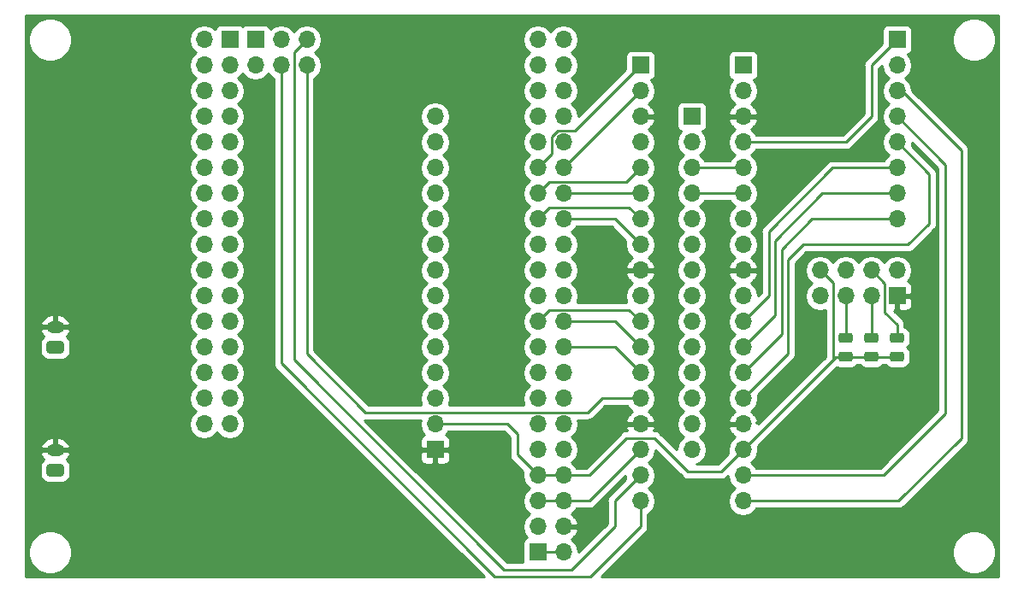
<source format=gbr>
%TF.GenerationSoftware,KiCad,Pcbnew,5.1.6*%
%TF.CreationDate,2020-06-22T16:50:44+02:00*%
%TF.ProjectId,inenvmon_breakout_power_conns,696e656e-766d-46f6-9e5f-627265616b6f,1*%
%TF.SameCoordinates,Original*%
%TF.FileFunction,Copper,L1,Top*%
%TF.FilePolarity,Positive*%
%FSLAX46Y46*%
G04 Gerber Fmt 4.6, Leading zero omitted, Abs format (unit mm)*
G04 Created by KiCad (PCBNEW 5.1.6) date 2020-06-22 16:50:44*
%MOMM*%
%LPD*%
G01*
G04 APERTURE LIST*
%TA.AperFunction,ComponentPad*%
%ADD10O,1.750000X1.200000*%
%TD*%
%TA.AperFunction,ComponentPad*%
%ADD11R,1.700000X1.700000*%
%TD*%
%TA.AperFunction,ComponentPad*%
%ADD12O,1.700000X1.700000*%
%TD*%
%TA.AperFunction,Conductor*%
%ADD13C,0.250000*%
%TD*%
%TA.AperFunction,Conductor*%
%ADD14C,0.254000*%
%TD*%
G04 APERTURE END LIST*
D10*
%TO.P,J11,2*%
%TO.N,GND*%
X86868000Y-119412000D03*
%TO.P,J11,1*%
%TO.N,/VIN*%
%TA.AperFunction,ComponentPad*%
G36*
G01*
X87493001Y-122012000D02*
X86242999Y-122012000D01*
G75*
G02*
X85993000Y-121762001I0J249999D01*
G01*
X85993000Y-121061999D01*
G75*
G02*
X86242999Y-120812000I249999J0D01*
G01*
X87493001Y-120812000D01*
G75*
G02*
X87743000Y-121061999I0J-249999D01*
G01*
X87743000Y-121762001D01*
G75*
G02*
X87493001Y-122012000I-249999J0D01*
G01*
G37*
%TD.AperFunction*%
%TD*%
%TO.P,J10,2*%
%TO.N,GND*%
X86868000Y-107220000D03*
%TO.P,J10,1*%
%TO.N,+5V*%
%TA.AperFunction,ComponentPad*%
G36*
G01*
X87493001Y-109820000D02*
X86242999Y-109820000D01*
G75*
G02*
X85993000Y-109570001I0J249999D01*
G01*
X85993000Y-108869999D01*
G75*
G02*
X86242999Y-108620000I249999J0D01*
G01*
X87493001Y-108620000D01*
G75*
G02*
X87743000Y-108869999I0J-249999D01*
G01*
X87743000Y-109570001D01*
G75*
G02*
X87493001Y-109820000I-249999J0D01*
G01*
G37*
%TD.AperFunction*%
%TD*%
D11*
%TO.P,J5,1*%
%TO.N,/SDA_ll*%
X154940000Y-81280000D03*
D12*
%TO.P,J5,2*%
%TO.N,/SCL_ll*%
X154940000Y-83820000D03*
%TO.P,J5,3*%
%TO.N,GND*%
X154940000Y-86360000D03*
%TO.P,J5,4*%
%TO.N,+3V3*%
X154940000Y-88900000D03*
%TO.P,J5,5*%
%TO.N,/TX1_ll*%
X154940000Y-91440000D03*
%TO.P,J5,6*%
%TO.N,/RX1_ll*%
X154940000Y-93980000D03*
%TO.P,J5,7*%
%TO.N,/TX2_ll*%
X154940000Y-96520000D03*
%TO.P,J5,8*%
%TO.N,/RX2_ll*%
X154940000Y-99060000D03*
%TO.P,J5,9*%
%TO.N,GND*%
X154940000Y-101600000D03*
%TO.P,J5,10*%
%TO.N,+3V3*%
X154940000Y-104140000D03*
%TO.P,J5,11*%
%TO.N,/D8_ll*%
X154940000Y-106680000D03*
%TO.P,J5,12*%
%TO.N,/D9_ll*%
X154940000Y-109220000D03*
%TO.P,J5,13*%
%TO.N,/D7_ll*%
X154940000Y-111760000D03*
%TO.P,J5,14*%
%TO.N,/D53_ll*%
X154940000Y-114300000D03*
%TO.P,J5,15*%
%TO.N,GND*%
X154940000Y-116840000D03*
%TO.P,J5,16*%
%TO.N,+3V3*%
X154940000Y-119380000D03*
%TO.P,J5,17*%
%TO.N,/D52_ll*%
X154940000Y-121920000D03*
%TO.P,J5,18*%
%TO.N,/D51_ll*%
X154940000Y-124460000D03*
%TD*%
%TO.P,R3,2*%
%TO.N,Net-(J8-Pad4)*%
%TA.AperFunction,SMDPad,CuDef*%
G36*
G01*
X170636250Y-108770000D02*
X169723750Y-108770000D01*
G75*
G02*
X169480000Y-108526250I0J243750D01*
G01*
X169480000Y-108038750D01*
G75*
G02*
X169723750Y-107795000I243750J0D01*
G01*
X170636250Y-107795000D01*
G75*
G02*
X170880000Y-108038750I0J-243750D01*
G01*
X170880000Y-108526250D01*
G75*
G02*
X170636250Y-108770000I-243750J0D01*
G01*
G37*
%TD.AperFunction*%
%TO.P,R3,1*%
%TO.N,+3V3*%
%TA.AperFunction,SMDPad,CuDef*%
G36*
G01*
X170636250Y-110645000D02*
X169723750Y-110645000D01*
G75*
G02*
X169480000Y-110401250I0J243750D01*
G01*
X169480000Y-109913750D01*
G75*
G02*
X169723750Y-109670000I243750J0D01*
G01*
X170636250Y-109670000D01*
G75*
G02*
X170880000Y-109913750I0J-243750D01*
G01*
X170880000Y-110401250D01*
G75*
G02*
X170636250Y-110645000I-243750J0D01*
G01*
G37*
%TD.AperFunction*%
%TD*%
%TO.P,R2,2*%
%TO.N,Net-(J8-Pad5)*%
%TA.AperFunction,SMDPad,CuDef*%
G36*
G01*
X165556250Y-108770000D02*
X164643750Y-108770000D01*
G75*
G02*
X164400000Y-108526250I0J243750D01*
G01*
X164400000Y-108038750D01*
G75*
G02*
X164643750Y-107795000I243750J0D01*
G01*
X165556250Y-107795000D01*
G75*
G02*
X165800000Y-108038750I0J-243750D01*
G01*
X165800000Y-108526250D01*
G75*
G02*
X165556250Y-108770000I-243750J0D01*
G01*
G37*
%TD.AperFunction*%
%TO.P,R2,1*%
%TO.N,+3V3*%
%TA.AperFunction,SMDPad,CuDef*%
G36*
G01*
X165556250Y-110645000D02*
X164643750Y-110645000D01*
G75*
G02*
X164400000Y-110401250I0J243750D01*
G01*
X164400000Y-109913750D01*
G75*
G02*
X164643750Y-109670000I243750J0D01*
G01*
X165556250Y-109670000D01*
G75*
G02*
X165800000Y-109913750I0J-243750D01*
G01*
X165800000Y-110401250D01*
G75*
G02*
X165556250Y-110645000I-243750J0D01*
G01*
G37*
%TD.AperFunction*%
%TD*%
%TO.P,R1,2*%
%TO.N,+3V3*%
%TA.AperFunction,SMDPad,CuDef*%
G36*
G01*
X167183750Y-109670000D02*
X168096250Y-109670000D01*
G75*
G02*
X168340000Y-109913750I0J-243750D01*
G01*
X168340000Y-110401250D01*
G75*
G02*
X168096250Y-110645000I-243750J0D01*
G01*
X167183750Y-110645000D01*
G75*
G02*
X166940000Y-110401250I0J243750D01*
G01*
X166940000Y-109913750D01*
G75*
G02*
X167183750Y-109670000I243750J0D01*
G01*
G37*
%TD.AperFunction*%
%TO.P,R1,1*%
%TO.N,Net-(J8-Pad3)*%
%TA.AperFunction,SMDPad,CuDef*%
G36*
G01*
X167183750Y-107795000D02*
X168096250Y-107795000D01*
G75*
G02*
X168340000Y-108038750I0J-243750D01*
G01*
X168340000Y-108526250D01*
G75*
G02*
X168096250Y-108770000I-243750J0D01*
G01*
X167183750Y-108770000D01*
G75*
G02*
X166940000Y-108526250I0J243750D01*
G01*
X166940000Y-108038750D01*
G75*
G02*
X167183750Y-107795000I243750J0D01*
G01*
G37*
%TD.AperFunction*%
%TD*%
%TO.P,J9,8*%
%TO.N,/D7_ll*%
X170180000Y-96520000D03*
%TO.P,J9,7*%
%TO.N,/D9_ll*%
X170180000Y-93980000D03*
%TO.P,J9,6*%
%TO.N,/D8_ll*%
X170180000Y-91440000D03*
%TO.P,J9,5*%
%TO.N,/D53_ll*%
X170180000Y-88900000D03*
%TO.P,J9,4*%
%TO.N,/D52_ll*%
X170180000Y-86360000D03*
%TO.P,J9,3*%
%TO.N,/D51_ll*%
X170180000Y-83820000D03*
%TO.P,J9,2*%
%TO.N,GND1*%
X170180000Y-81280000D03*
D11*
%TO.P,J9,1*%
%TO.N,+3V3*%
X170180000Y-78740000D03*
%TD*%
%TO.P,J4,1*%
%TO.N,/SDA*%
X144780000Y-81280000D03*
D12*
%TO.P,J4,2*%
%TO.N,/SCL*%
X144780000Y-83820000D03*
%TO.P,J4,3*%
%TO.N,GND*%
X144780000Y-86360000D03*
%TO.P,J4,4*%
%TO.N,+5V*%
X144780000Y-88900000D03*
%TO.P,J4,5*%
%TO.N,/TX1*%
X144780000Y-91440000D03*
%TO.P,J4,6*%
%TO.N,/RX1*%
X144780000Y-93980000D03*
%TO.P,J4,7*%
%TO.N,/TX2*%
X144780000Y-96520000D03*
%TO.P,J4,8*%
%TO.N,/RX2*%
X144780000Y-99060000D03*
%TO.P,J4,9*%
%TO.N,GND*%
X144780000Y-101600000D03*
%TO.P,J4,10*%
%TO.N,+5V*%
X144780000Y-104140000D03*
%TO.P,J4,11*%
%TO.N,/D8*%
X144780000Y-106680000D03*
%TO.P,J4,12*%
%TO.N,/D9*%
X144780000Y-109220000D03*
%TO.P,J4,13*%
%TO.N,/D7*%
X144780000Y-111760000D03*
%TO.P,J4,14*%
%TO.N,/D53*%
X144780000Y-114300000D03*
%TO.P,J4,15*%
%TO.N,GND*%
X144780000Y-116840000D03*
%TO.P,J4,16*%
%TO.N,+5V*%
X144780000Y-119380000D03*
%TO.P,J4,17*%
%TO.N,/D52*%
X144780000Y-121920000D03*
%TO.P,J4,18*%
%TO.N,/D51*%
X144780000Y-124460000D03*
%TD*%
D11*
%TO.P,J8,1*%
%TO.N,GND*%
X170180000Y-104140000D03*
D12*
%TO.P,J8,2*%
%TO.N,/RX2_ll*%
X170180000Y-101600000D03*
%TO.P,J8,3*%
%TO.N,Net-(J8-Pad3)*%
X167640000Y-104140000D03*
%TO.P,J8,4*%
%TO.N,Net-(J8-Pad4)*%
X167640000Y-101600000D03*
%TO.P,J8,5*%
%TO.N,Net-(J8-Pad5)*%
X165100000Y-104140000D03*
%TO.P,J8,6*%
%TO.N,/RST*%
X165100000Y-101600000D03*
%TO.P,J8,7*%
%TO.N,/TX2_ll*%
X162560000Y-104140000D03*
%TO.P,J8,8*%
%TO.N,+3V3*%
X162560000Y-101600000D03*
%TD*%
D11*
%TO.P,J7,1*%
%TO.N,Net-(J7-Pad1)*%
X149860000Y-86360000D03*
D12*
%TO.P,J7,2*%
%TO.N,Net-(J7-Pad2)*%
X149860000Y-88900000D03*
%TO.P,J7,3*%
%TO.N,/TX1_ll*%
X149860000Y-91440000D03*
%TO.P,J7,4*%
%TO.N,/RX1_ll*%
X149860000Y-93980000D03*
%TO.P,J7,5*%
%TO.N,Net-(J7-Pad5)*%
X149860000Y-96520000D03*
%TO.P,J7,6*%
%TO.N,Net-(J7-Pad6)*%
X149860000Y-99060000D03*
%TO.P,J7,7*%
%TO.N,Net-(J7-Pad7)*%
X149860000Y-101600000D03*
%TO.P,J7,8*%
%TO.N,Net-(J7-Pad8)*%
X149860000Y-104140000D03*
%TO.P,J7,9*%
%TO.N,Net-(J7-Pad9)*%
X149860000Y-106680000D03*
%TO.P,J7,10*%
%TO.N,Net-(J7-Pad10)*%
X149860000Y-109220000D03*
%TO.P,J7,11*%
%TO.N,Net-(J7-Pad11)*%
X149860000Y-111760000D03*
%TO.P,J7,12*%
%TO.N,Net-(J7-Pad12)*%
X149860000Y-114300000D03*
%TO.P,J7,13*%
%TO.N,Net-(J7-Pad13)*%
X149860000Y-116840000D03*
%TO.P,J7,14*%
%TO.N,Net-(J7-Pad14)*%
X149860000Y-119380000D03*
%TD*%
D11*
%TO.P,J6,1*%
%TO.N,GND*%
X124460000Y-119380000D03*
D12*
%TO.P,J6,2*%
%TO.N,+3V3*%
X124460000Y-116840000D03*
%TO.P,J6,3*%
%TO.N,/SCL_ll*%
X124460000Y-114300000D03*
%TO.P,J6,4*%
%TO.N,/SDA_ll*%
X124460000Y-111760000D03*
%TO.P,J6,5*%
%TO.N,Net-(J6-Pad5)*%
X124460000Y-109220000D03*
%TO.P,J6,6*%
%TO.N,Net-(J6-Pad6)*%
X124460000Y-106680000D03*
%TO.P,J6,7*%
%TO.N,Net-(J6-Pad7)*%
X124460000Y-104140000D03*
%TO.P,J6,8*%
%TO.N,Net-(J6-Pad8)*%
X124460000Y-101600000D03*
%TO.P,J6,9*%
%TO.N,Net-(J6-Pad9)*%
X124460000Y-99060000D03*
%TO.P,J6,10*%
%TO.N,Net-(J6-Pad10)*%
X124460000Y-96520000D03*
%TO.P,J6,11*%
%TO.N,Net-(J6-Pad11)*%
X124460000Y-93980000D03*
%TO.P,J6,12*%
%TO.N,Net-(J6-Pad12)*%
X124460000Y-91440000D03*
%TO.P,J6,13*%
%TO.N,Net-(J6-Pad13)*%
X124460000Y-88900000D03*
%TO.P,J6,14*%
%TO.N,Net-(J6-Pad14)*%
X124460000Y-86360000D03*
%TD*%
D11*
%TO.P,J3,1*%
%TO.N,Net-(J3-Pad1)*%
X106680000Y-78740000D03*
D12*
%TO.P,J3,2*%
%TO.N,Net-(J3-Pad2)*%
X106680000Y-81280000D03*
%TO.P,J3,3*%
%TO.N,Net-(J3-Pad3)*%
X109220000Y-78740000D03*
%TO.P,J3,4*%
%TO.N,/D51*%
X109220000Y-81280000D03*
%TO.P,J3,5*%
%TO.N,/D52*%
X111760000Y-78740000D03*
%TO.P,J3,6*%
%TO.N,/D53*%
X111760000Y-81280000D03*
%TD*%
D11*
%TO.P,J2,1*%
%TO.N,Net-(J2-Pad1)*%
X104140000Y-78740000D03*
D12*
%TO.P,J2,2*%
%TO.N,Net-(J2-Pad2)*%
X101600000Y-78740000D03*
%TO.P,J2,3*%
%TO.N,Net-(J2-Pad3)*%
X104140000Y-81280000D03*
%TO.P,J2,4*%
%TO.N,Net-(J2-Pad4)*%
X101600000Y-81280000D03*
%TO.P,J2,5*%
%TO.N,Net-(J2-Pad5)*%
X104140000Y-83820000D03*
%TO.P,J2,6*%
%TO.N,Net-(J2-Pad6)*%
X101600000Y-83820000D03*
%TO.P,J2,7*%
%TO.N,Net-(J2-Pad7)*%
X104140000Y-86360000D03*
%TO.P,J2,8*%
%TO.N,Net-(J2-Pad8)*%
X101600000Y-86360000D03*
%TO.P,J2,9*%
%TO.N,Net-(J2-Pad9)*%
X104140000Y-88900000D03*
%TO.P,J2,10*%
%TO.N,Net-(J2-Pad10)*%
X101600000Y-88900000D03*
%TO.P,J2,11*%
%TO.N,Net-(J2-Pad11)*%
X104140000Y-91440000D03*
%TO.P,J2,12*%
%TO.N,Net-(J2-Pad12)*%
X101600000Y-91440000D03*
%TO.P,J2,13*%
%TO.N,Net-(J2-Pad13)*%
X104140000Y-93980000D03*
%TO.P,J2,14*%
%TO.N,Net-(J2-Pad14)*%
X101600000Y-93980000D03*
%TO.P,J2,15*%
%TO.N,Net-(J2-Pad15)*%
X104140000Y-96520000D03*
%TO.P,J2,16*%
%TO.N,Net-(J2-Pad16)*%
X101600000Y-96520000D03*
%TO.P,J2,17*%
%TO.N,Net-(J2-Pad17)*%
X104140000Y-99060000D03*
%TO.P,J2,18*%
%TO.N,Net-(J2-Pad18)*%
X101600000Y-99060000D03*
%TO.P,J2,19*%
%TO.N,Net-(J2-Pad19)*%
X104140000Y-101600000D03*
%TO.P,J2,20*%
%TO.N,Net-(J2-Pad20)*%
X101600000Y-101600000D03*
%TO.P,J2,21*%
%TO.N,Net-(J2-Pad21)*%
X104140000Y-104140000D03*
%TO.P,J2,22*%
%TO.N,Net-(J2-Pad22)*%
X101600000Y-104140000D03*
%TO.P,J2,23*%
%TO.N,Net-(J2-Pad23)*%
X104140000Y-106680000D03*
%TO.P,J2,24*%
%TO.N,Net-(J2-Pad24)*%
X101600000Y-106680000D03*
%TO.P,J2,25*%
%TO.N,Net-(J2-Pad25)*%
X104140000Y-109220000D03*
%TO.P,J2,26*%
%TO.N,Net-(J2-Pad26)*%
X101600000Y-109220000D03*
%TO.P,J2,27*%
%TO.N,Net-(J2-Pad27)*%
X104140000Y-111760000D03*
%TO.P,J2,28*%
%TO.N,Net-(J2-Pad28)*%
X101600000Y-111760000D03*
%TO.P,J2,29*%
%TO.N,Net-(J2-Pad29)*%
X104140000Y-114300000D03*
%TO.P,J2,30*%
%TO.N,Net-(J2-Pad30)*%
X101600000Y-114300000D03*
%TO.P,J2,31*%
%TO.N,Net-(J2-Pad31)*%
X104140000Y-116840000D03*
%TO.P,J2,32*%
%TO.N,Net-(J2-Pad32)*%
X101600000Y-116840000D03*
%TD*%
D11*
%TO.P,J1,1*%
%TO.N,/VIN*%
X134620000Y-129540000D03*
D12*
%TO.P,J1,2*%
X137160000Y-129540000D03*
%TO.P,J1,3*%
%TO.N,GND1*%
X134620000Y-127000000D03*
%TO.P,J1,4*%
%TO.N,GND*%
X137160000Y-127000000D03*
%TO.P,J1,5*%
%TO.N,+5V*%
X134620000Y-124460000D03*
%TO.P,J1,6*%
X137160000Y-124460000D03*
%TO.P,J1,7*%
%TO.N,+3V3*%
X134620000Y-121920000D03*
%TO.P,J1,8*%
X137160000Y-121920000D03*
%TO.P,J1,9*%
%TO.N,Net-(J1-Pad9)*%
X134620000Y-119380000D03*
%TO.P,J1,10*%
%TO.N,/RST*%
X137160000Y-119380000D03*
%TO.P,J1,11*%
%TO.N,Net-(J1-Pad11)*%
X134620000Y-116840000D03*
%TO.P,J1,12*%
%TO.N,Net-(J1-Pad12)*%
X137160000Y-116840000D03*
%TO.P,J1,13*%
%TO.N,Net-(J1-Pad13)*%
X134620000Y-114300000D03*
%TO.P,J1,14*%
%TO.N,Net-(J1-Pad14)*%
X137160000Y-114300000D03*
%TO.P,J1,15*%
%TO.N,Net-(J1-Pad15)*%
X134620000Y-111760000D03*
%TO.P,J1,16*%
%TO.N,Net-(J1-Pad16)*%
X137160000Y-111760000D03*
%TO.P,J1,17*%
%TO.N,Net-(J1-Pad17)*%
X134620000Y-109220000D03*
%TO.P,J1,18*%
%TO.N,/D7*%
X137160000Y-109220000D03*
%TO.P,J1,19*%
%TO.N,/D8*%
X134620000Y-106680000D03*
%TO.P,J1,20*%
%TO.N,/D9*%
X137160000Y-106680000D03*
%TO.P,J1,21*%
%TO.N,Net-(J1-Pad21)*%
X134620000Y-104140000D03*
%TO.P,J1,22*%
%TO.N,Net-(J1-Pad22)*%
X137160000Y-104140000D03*
%TO.P,J1,23*%
%TO.N,Net-(J1-Pad23)*%
X134620000Y-101600000D03*
%TO.P,J1,24*%
%TO.N,Net-(J1-Pad24)*%
X137160000Y-101600000D03*
%TO.P,J1,25*%
%TO.N,Net-(J1-Pad25)*%
X134620000Y-99060000D03*
%TO.P,J1,26*%
%TO.N,Net-(J1-Pad26)*%
X137160000Y-99060000D03*
%TO.P,J1,27*%
%TO.N,/TX2*%
X134620000Y-96520000D03*
%TO.P,J1,28*%
%TO.N,/RX2*%
X137160000Y-96520000D03*
%TO.P,J1,29*%
%TO.N,/TX1*%
X134620000Y-93980000D03*
%TO.P,J1,30*%
%TO.N,/RX1*%
X137160000Y-93980000D03*
%TO.P,J1,31*%
%TO.N,/SDA*%
X134620000Y-91440000D03*
%TO.P,J1,32*%
%TO.N,/SCL*%
X137160000Y-91440000D03*
%TO.P,J1,33*%
%TO.N,Net-(J1-Pad33)*%
X134620000Y-88900000D03*
%TO.P,J1,34*%
%TO.N,Net-(J1-Pad34)*%
X137160000Y-88900000D03*
%TO.P,J1,35*%
%TO.N,Net-(J1-Pad35)*%
X134620000Y-86360000D03*
%TO.P,J1,36*%
%TO.N,Net-(J1-Pad36)*%
X137160000Y-86360000D03*
%TO.P,J1,37*%
%TO.N,Net-(J1-Pad37)*%
X134620000Y-83820000D03*
%TO.P,J1,38*%
%TO.N,Net-(J1-Pad38)*%
X137160000Y-83820000D03*
%TO.P,J1,39*%
%TO.N,Net-(J1-Pad39)*%
X134620000Y-81280000D03*
%TO.P,J1,40*%
%TO.N,Net-(J1-Pad40)*%
X137160000Y-81280000D03*
%TO.P,J1,41*%
%TO.N,Net-(J1-Pad41)*%
X134620000Y-78740000D03*
%TO.P,J1,42*%
%TO.N,Net-(J1-Pad42)*%
X137160000Y-78740000D03*
%TD*%
D13*
%TO.N,GND*%
X144823889Y-101556111D02*
X144780000Y-101600000D01*
%TO.N,+5V*%
X139700000Y-124460000D02*
X144780000Y-119380000D01*
X137160000Y-124460000D02*
X139700000Y-124460000D01*
X137160000Y-124460000D02*
X134620000Y-124460000D01*
%TO.N,+3V3*%
X134620000Y-121920000D02*
X137160000Y-121920000D01*
X154940000Y-119380000D02*
X160020000Y-114300000D01*
X160662754Y-113657246D02*
X160020000Y-114300000D01*
X152764031Y-121555969D02*
X154940000Y-119380000D01*
X149495969Y-121555969D02*
X152764031Y-121555969D01*
X146144999Y-118204999D02*
X149495969Y-121555969D01*
X139700000Y-121920000D02*
X143415001Y-118204999D01*
X143415001Y-118204999D02*
X146144999Y-118204999D01*
X137160000Y-121920000D02*
X139700000Y-121920000D01*
X164162500Y-110157500D02*
X160662754Y-113657246D01*
X165100000Y-110157500D02*
X164162500Y-110157500D01*
X165100000Y-110157500D02*
X167640000Y-110157500D01*
X167640000Y-110157500D02*
X170180000Y-110157500D01*
X137160000Y-121920000D02*
X137346401Y-121920000D01*
X134620000Y-121920000D02*
X134581261Y-121920000D01*
X132588000Y-119888000D02*
X134620000Y-121920000D01*
X132588000Y-117856000D02*
X132588000Y-119888000D01*
X131572000Y-116840000D02*
X132588000Y-117856000D01*
X124460000Y-116840000D02*
X131572000Y-116840000D01*
X163830000Y-110490000D02*
X160662754Y-113657246D01*
X163830000Y-102870000D02*
X163830000Y-110490000D01*
X162560000Y-101600000D02*
X163830000Y-102870000D01*
X167640000Y-81280000D02*
X170180000Y-78740000D01*
X167640000Y-86360000D02*
X167640000Y-81280000D01*
X165100000Y-88900000D02*
X167640000Y-86360000D01*
X154940000Y-88900000D02*
X165100000Y-88900000D01*
%TO.N,/D7*%
X142240000Y-109220000D02*
X144780000Y-111760000D01*
X137160000Y-109220000D02*
X142240000Y-109220000D01*
%TO.N,/D9*%
X142240000Y-106680000D02*
X144780000Y-109220000D01*
X137160000Y-106680000D02*
X142240000Y-106680000D01*
%TO.N,/RX2*%
X142240000Y-96520000D02*
X144780000Y-99060000D01*
X137160000Y-96520000D02*
X142240000Y-96520000D01*
%TO.N,/RX1*%
X137160000Y-93980000D02*
X144780000Y-93980000D01*
%TO.N,/SCL*%
X137160000Y-91440000D02*
X144780000Y-83820000D01*
%TO.N,/SDA*%
X138335001Y-87724999D02*
X144780000Y-81280000D01*
X136595999Y-87724999D02*
X138335001Y-87724999D01*
X135984999Y-88335999D02*
X136595999Y-87724999D01*
X135984999Y-90075001D02*
X135984999Y-88335999D01*
X134620000Y-91440000D02*
X135984999Y-90075001D01*
%TO.N,/TX1*%
X134620000Y-93980000D02*
X135795001Y-92804999D01*
X135795001Y-92804999D02*
X136595999Y-92804999D01*
X136595999Y-92804999D02*
X137160000Y-92804999D01*
X137160000Y-92804999D02*
X143415001Y-92804999D01*
X143415001Y-92804999D02*
X144780000Y-91440000D01*
%TO.N,/TX2*%
X143604999Y-95344999D02*
X144780000Y-96520000D01*
X135795001Y-95344999D02*
X143604999Y-95344999D01*
X134620000Y-96520000D02*
X135795001Y-95344999D01*
%TO.N,/D8*%
X143604999Y-105504999D02*
X144780000Y-106680000D01*
X135795001Y-105504999D02*
X143604999Y-105504999D01*
X134620000Y-106680000D02*
X135795001Y-105504999D01*
%TO.N,/D52*%
X142240000Y-124460000D02*
X144780000Y-121920000D01*
X142240000Y-127000000D02*
X142240000Y-124460000D01*
X131263183Y-131263183D02*
X137976817Y-131263183D01*
X137976817Y-131263183D02*
X142240000Y-127000000D01*
X110490000Y-110490000D02*
X131263183Y-131263183D01*
X110490000Y-80010000D02*
X110490000Y-110490000D01*
X111760000Y-78740000D02*
X110490000Y-80010000D01*
%TO.N,/D53*%
X140970000Y-114300000D02*
X144780000Y-114300000D01*
X117569999Y-115664999D02*
X139605001Y-115664999D01*
X111760000Y-109855000D02*
X117569999Y-115664999D01*
X139605001Y-115664999D02*
X140970000Y-114300000D01*
X111760000Y-81280000D02*
X111760000Y-109855000D01*
%TO.N,/D51*%
X144780000Y-127000000D02*
X144780000Y-124460000D01*
X139834105Y-131945895D02*
X144780000Y-127000000D01*
X130357690Y-131945895D02*
X139834105Y-131945895D01*
X109220000Y-110808205D02*
X130357690Y-131945895D01*
X109220000Y-81280000D02*
X109220000Y-110808205D01*
%TO.N,Net-(J8-Pad3)*%
X167640000Y-108432500D02*
X167640000Y-104140000D01*
%TO.N,/D51_ll*%
X170637731Y-83820000D02*
X170180000Y-83820000D01*
X176530000Y-118241631D02*
X176530000Y-89712269D01*
X176530000Y-89712269D02*
X170637731Y-83820000D01*
X170311631Y-124460000D02*
X176530000Y-118241631D01*
X154940000Y-124460000D02*
X170311631Y-124460000D01*
%TO.N,/D52_ll*%
X174969301Y-91149301D02*
X170180000Y-86360000D01*
X174969301Y-115798396D02*
X174969301Y-91149301D01*
X168847697Y-121920000D02*
X174969301Y-115798396D01*
X154940000Y-121920000D02*
X168847697Y-121920000D01*
%TO.N,/D53_ll*%
X173355000Y-92075000D02*
X170180000Y-88900000D01*
X173355000Y-96964390D02*
X173355000Y-92075000D01*
X171259390Y-99060000D02*
X173355000Y-96964390D01*
X160883316Y-99060000D02*
X171259390Y-99060000D01*
X159385000Y-100558316D02*
X160883316Y-99060000D01*
X159385000Y-109855000D02*
X159385000Y-100558316D01*
X154940000Y-114300000D02*
X159385000Y-109855000D01*
%TO.N,/D7_ll*%
X161762691Y-96520000D02*
X170180000Y-96520000D01*
X158750000Y-99532691D02*
X161762691Y-96520000D01*
X158750000Y-107950000D02*
X158750000Y-99532691D01*
X154940000Y-111760000D02*
X158750000Y-107950000D01*
%TO.N,/D9_ll*%
X158115000Y-98638763D02*
X162773763Y-93980000D01*
X162773763Y-93980000D02*
X170180000Y-93980000D01*
X158115000Y-106045000D02*
X158115000Y-98638763D01*
X154940000Y-109220000D02*
X158115000Y-106045000D01*
%TO.N,/D8_ll*%
X163821239Y-91440000D02*
X170180000Y-91440000D01*
X157480000Y-97781239D02*
X163821239Y-91440000D01*
X157480000Y-104140000D02*
X157480000Y-97781239D01*
X154940000Y-106680000D02*
X157480000Y-104140000D01*
%TO.N,/RX1_ll*%
X149860000Y-93980000D02*
X154940000Y-93980000D01*
%TO.N,/TX1_ll*%
X149860000Y-91440000D02*
X154940000Y-91440000D01*
%TO.N,Net-(J8-Pad5)*%
X165100000Y-108432500D02*
X165100000Y-104140000D01*
%TO.N,Net-(J8-Pad4)*%
X170180000Y-108432500D02*
X170180000Y-106978443D01*
X170180000Y-106978443D02*
X168956660Y-105755103D01*
X168956660Y-102916660D02*
X167640000Y-101600000D01*
X168956660Y-105755103D02*
X168956660Y-102916660D01*
%TO.N,/VIN*%
X134620000Y-129540000D02*
X137160000Y-129540000D01*
%TD*%
D14*
%TO.N,GND*%
G36*
X180213000Y-131953000D02*
G01*
X140901801Y-131953000D01*
X143528478Y-129326323D01*
X175630497Y-129326323D01*
X175630497Y-129753677D01*
X175713870Y-130172821D01*
X175877412Y-130567645D01*
X176114837Y-130922977D01*
X176417023Y-131225163D01*
X176772355Y-131462588D01*
X177167179Y-131626130D01*
X177586323Y-131709503D01*
X178013677Y-131709503D01*
X178432821Y-131626130D01*
X178827645Y-131462588D01*
X179182977Y-131225163D01*
X179485163Y-130922977D01*
X179722588Y-130567645D01*
X179886130Y-130172821D01*
X179969503Y-129753677D01*
X179969503Y-129326323D01*
X179886130Y-128907179D01*
X179722588Y-128512355D01*
X179485163Y-128157023D01*
X179182977Y-127854837D01*
X178827645Y-127617412D01*
X178432821Y-127453870D01*
X178013677Y-127370497D01*
X177586323Y-127370497D01*
X177167179Y-127453870D01*
X176772355Y-127617412D01*
X176417023Y-127854837D01*
X176114837Y-128157023D01*
X175877412Y-128512355D01*
X175713870Y-128907179D01*
X175630497Y-129326323D01*
X143528478Y-129326323D01*
X145291004Y-127563798D01*
X145320001Y-127540001D01*
X145414974Y-127424276D01*
X145485546Y-127292247D01*
X145529003Y-127148986D01*
X145540000Y-127037333D01*
X145540000Y-127037325D01*
X145543676Y-127000000D01*
X145540000Y-126962675D01*
X145540000Y-125738178D01*
X145726632Y-125613475D01*
X145933475Y-125406632D01*
X146095990Y-125163411D01*
X146207932Y-124893158D01*
X146265000Y-124606260D01*
X146265000Y-124313740D01*
X146207932Y-124026842D01*
X146095990Y-123756589D01*
X145933475Y-123513368D01*
X145726632Y-123306525D01*
X145552240Y-123190000D01*
X145726632Y-123073475D01*
X145933475Y-122866632D01*
X146095990Y-122623411D01*
X146207932Y-122353158D01*
X146265000Y-122066260D01*
X146265000Y-121773740D01*
X146207932Y-121486842D01*
X146095990Y-121216589D01*
X145933475Y-120973368D01*
X145726632Y-120766525D01*
X145552240Y-120650000D01*
X145726632Y-120533475D01*
X145933475Y-120326632D01*
X146095990Y-120083411D01*
X146207932Y-119813158D01*
X146265000Y-119526260D01*
X146265000Y-119399801D01*
X148932170Y-122066972D01*
X148955968Y-122095970D01*
X149071693Y-122190943D01*
X149203722Y-122261515D01*
X149346983Y-122304972D01*
X149458636Y-122315969D01*
X149458645Y-122315969D01*
X149495968Y-122319645D01*
X149533291Y-122315969D01*
X152726709Y-122315969D01*
X152764031Y-122319645D01*
X152801353Y-122315969D01*
X152801364Y-122315969D01*
X152913017Y-122304972D01*
X153056278Y-122261515D01*
X153188307Y-122190943D01*
X153304032Y-122095970D01*
X153327835Y-122066966D01*
X153455000Y-121939801D01*
X153455000Y-122066260D01*
X153512068Y-122353158D01*
X153624010Y-122623411D01*
X153786525Y-122866632D01*
X153993368Y-123073475D01*
X154167760Y-123190000D01*
X153993368Y-123306525D01*
X153786525Y-123513368D01*
X153624010Y-123756589D01*
X153512068Y-124026842D01*
X153455000Y-124313740D01*
X153455000Y-124606260D01*
X153512068Y-124893158D01*
X153624010Y-125163411D01*
X153786525Y-125406632D01*
X153993368Y-125613475D01*
X154236589Y-125775990D01*
X154506842Y-125887932D01*
X154793740Y-125945000D01*
X155086260Y-125945000D01*
X155373158Y-125887932D01*
X155643411Y-125775990D01*
X155886632Y-125613475D01*
X156093475Y-125406632D01*
X156218178Y-125220000D01*
X170274309Y-125220000D01*
X170311631Y-125223676D01*
X170348953Y-125220000D01*
X170348964Y-125220000D01*
X170460617Y-125209003D01*
X170603878Y-125165546D01*
X170735907Y-125094974D01*
X170851632Y-125000001D01*
X170875435Y-124970997D01*
X177041004Y-118805429D01*
X177070001Y-118781632D01*
X177164974Y-118665907D01*
X177235546Y-118533878D01*
X177279003Y-118390617D01*
X177290000Y-118278964D01*
X177290000Y-118278956D01*
X177293676Y-118241631D01*
X177290000Y-118204306D01*
X177290000Y-89749594D01*
X177293676Y-89712269D01*
X177290000Y-89674944D01*
X177290000Y-89674936D01*
X177279003Y-89563283D01*
X177235546Y-89420022D01*
X177164974Y-89287993D01*
X177070001Y-89172268D01*
X177041003Y-89148470D01*
X171665000Y-83772468D01*
X171665000Y-83673740D01*
X171607932Y-83386842D01*
X171495990Y-83116589D01*
X171333475Y-82873368D01*
X171126632Y-82666525D01*
X170952240Y-82550000D01*
X171126632Y-82433475D01*
X171333475Y-82226632D01*
X171495990Y-81983411D01*
X171607932Y-81713158D01*
X171665000Y-81426260D01*
X171665000Y-81133740D01*
X171607932Y-80846842D01*
X171495990Y-80576589D01*
X171333475Y-80333368D01*
X171201620Y-80201513D01*
X171274180Y-80179502D01*
X171384494Y-80120537D01*
X171481185Y-80041185D01*
X171560537Y-79944494D01*
X171619502Y-79834180D01*
X171655812Y-79714482D01*
X171668072Y-79590000D01*
X171668072Y-78526323D01*
X175630497Y-78526323D01*
X175630497Y-78953677D01*
X175713870Y-79372821D01*
X175877412Y-79767645D01*
X176114837Y-80122977D01*
X176417023Y-80425163D01*
X176772355Y-80662588D01*
X177167179Y-80826130D01*
X177586323Y-80909503D01*
X178013677Y-80909503D01*
X178432821Y-80826130D01*
X178827645Y-80662588D01*
X179182977Y-80425163D01*
X179485163Y-80122977D01*
X179722588Y-79767645D01*
X179886130Y-79372821D01*
X179969503Y-78953677D01*
X179969503Y-78526323D01*
X179886130Y-78107179D01*
X179722588Y-77712355D01*
X179485163Y-77357023D01*
X179182977Y-77054837D01*
X178827645Y-76817412D01*
X178432821Y-76653870D01*
X178013677Y-76570497D01*
X177586323Y-76570497D01*
X177167179Y-76653870D01*
X176772355Y-76817412D01*
X176417023Y-77054837D01*
X176114837Y-77357023D01*
X175877412Y-77712355D01*
X175713870Y-78107179D01*
X175630497Y-78526323D01*
X171668072Y-78526323D01*
X171668072Y-77890000D01*
X171655812Y-77765518D01*
X171619502Y-77645820D01*
X171560537Y-77535506D01*
X171481185Y-77438815D01*
X171384494Y-77359463D01*
X171274180Y-77300498D01*
X171154482Y-77264188D01*
X171030000Y-77251928D01*
X169330000Y-77251928D01*
X169205518Y-77264188D01*
X169085820Y-77300498D01*
X168975506Y-77359463D01*
X168878815Y-77438815D01*
X168799463Y-77535506D01*
X168740498Y-77645820D01*
X168704188Y-77765518D01*
X168691928Y-77890000D01*
X168691928Y-79153270D01*
X167128998Y-80716201D01*
X167100000Y-80739999D01*
X167076202Y-80768997D01*
X167076201Y-80768998D01*
X167005026Y-80855724D01*
X166934454Y-80987754D01*
X166890998Y-81131015D01*
X166876324Y-81280000D01*
X166880001Y-81317332D01*
X166880000Y-86045197D01*
X164785199Y-88140000D01*
X156218178Y-88140000D01*
X156093475Y-87953368D01*
X155886632Y-87746525D01*
X155704466Y-87624805D01*
X155821355Y-87555178D01*
X156037588Y-87360269D01*
X156211641Y-87126920D01*
X156336825Y-86864099D01*
X156381476Y-86716890D01*
X156260155Y-86487000D01*
X155067000Y-86487000D01*
X155067000Y-86507000D01*
X154813000Y-86507000D01*
X154813000Y-86487000D01*
X153619845Y-86487000D01*
X153498524Y-86716890D01*
X153543175Y-86864099D01*
X153668359Y-87126920D01*
X153842412Y-87360269D01*
X154058645Y-87555178D01*
X154175534Y-87624805D01*
X153993368Y-87746525D01*
X153786525Y-87953368D01*
X153624010Y-88196589D01*
X153512068Y-88466842D01*
X153455000Y-88753740D01*
X153455000Y-89046260D01*
X153512068Y-89333158D01*
X153624010Y-89603411D01*
X153786525Y-89846632D01*
X153993368Y-90053475D01*
X154167760Y-90170000D01*
X153993368Y-90286525D01*
X153786525Y-90493368D01*
X153661822Y-90680000D01*
X151138178Y-90680000D01*
X151013475Y-90493368D01*
X150806632Y-90286525D01*
X150632240Y-90170000D01*
X150806632Y-90053475D01*
X151013475Y-89846632D01*
X151175990Y-89603411D01*
X151287932Y-89333158D01*
X151345000Y-89046260D01*
X151345000Y-88753740D01*
X151287932Y-88466842D01*
X151175990Y-88196589D01*
X151013475Y-87953368D01*
X150881620Y-87821513D01*
X150954180Y-87799502D01*
X151064494Y-87740537D01*
X151161185Y-87661185D01*
X151240537Y-87564494D01*
X151299502Y-87454180D01*
X151335812Y-87334482D01*
X151348072Y-87210000D01*
X151348072Y-85510000D01*
X151335812Y-85385518D01*
X151299502Y-85265820D01*
X151240537Y-85155506D01*
X151161185Y-85058815D01*
X151064494Y-84979463D01*
X150954180Y-84920498D01*
X150834482Y-84884188D01*
X150710000Y-84871928D01*
X149010000Y-84871928D01*
X148885518Y-84884188D01*
X148765820Y-84920498D01*
X148655506Y-84979463D01*
X148558815Y-85058815D01*
X148479463Y-85155506D01*
X148420498Y-85265820D01*
X148384188Y-85385518D01*
X148371928Y-85510000D01*
X148371928Y-87210000D01*
X148384188Y-87334482D01*
X148420498Y-87454180D01*
X148479463Y-87564494D01*
X148558815Y-87661185D01*
X148655506Y-87740537D01*
X148765820Y-87799502D01*
X148838380Y-87821513D01*
X148706525Y-87953368D01*
X148544010Y-88196589D01*
X148432068Y-88466842D01*
X148375000Y-88753740D01*
X148375000Y-89046260D01*
X148432068Y-89333158D01*
X148544010Y-89603411D01*
X148706525Y-89846632D01*
X148913368Y-90053475D01*
X149087760Y-90170000D01*
X148913368Y-90286525D01*
X148706525Y-90493368D01*
X148544010Y-90736589D01*
X148432068Y-91006842D01*
X148375000Y-91293740D01*
X148375000Y-91586260D01*
X148432068Y-91873158D01*
X148544010Y-92143411D01*
X148706525Y-92386632D01*
X148913368Y-92593475D01*
X149087760Y-92710000D01*
X148913368Y-92826525D01*
X148706525Y-93033368D01*
X148544010Y-93276589D01*
X148432068Y-93546842D01*
X148375000Y-93833740D01*
X148375000Y-94126260D01*
X148432068Y-94413158D01*
X148544010Y-94683411D01*
X148706525Y-94926632D01*
X148913368Y-95133475D01*
X149087760Y-95250000D01*
X148913368Y-95366525D01*
X148706525Y-95573368D01*
X148544010Y-95816589D01*
X148432068Y-96086842D01*
X148375000Y-96373740D01*
X148375000Y-96666260D01*
X148432068Y-96953158D01*
X148544010Y-97223411D01*
X148706525Y-97466632D01*
X148913368Y-97673475D01*
X149087760Y-97790000D01*
X148913368Y-97906525D01*
X148706525Y-98113368D01*
X148544010Y-98356589D01*
X148432068Y-98626842D01*
X148375000Y-98913740D01*
X148375000Y-99206260D01*
X148432068Y-99493158D01*
X148544010Y-99763411D01*
X148706525Y-100006632D01*
X148913368Y-100213475D01*
X149087760Y-100330000D01*
X148913368Y-100446525D01*
X148706525Y-100653368D01*
X148544010Y-100896589D01*
X148432068Y-101166842D01*
X148375000Y-101453740D01*
X148375000Y-101746260D01*
X148432068Y-102033158D01*
X148544010Y-102303411D01*
X148706525Y-102546632D01*
X148913368Y-102753475D01*
X149087760Y-102870000D01*
X148913368Y-102986525D01*
X148706525Y-103193368D01*
X148544010Y-103436589D01*
X148432068Y-103706842D01*
X148375000Y-103993740D01*
X148375000Y-104286260D01*
X148432068Y-104573158D01*
X148544010Y-104843411D01*
X148706525Y-105086632D01*
X148913368Y-105293475D01*
X149087760Y-105410000D01*
X148913368Y-105526525D01*
X148706525Y-105733368D01*
X148544010Y-105976589D01*
X148432068Y-106246842D01*
X148375000Y-106533740D01*
X148375000Y-106826260D01*
X148432068Y-107113158D01*
X148544010Y-107383411D01*
X148706525Y-107626632D01*
X148913368Y-107833475D01*
X149087760Y-107950000D01*
X148913368Y-108066525D01*
X148706525Y-108273368D01*
X148544010Y-108516589D01*
X148432068Y-108786842D01*
X148375000Y-109073740D01*
X148375000Y-109366260D01*
X148432068Y-109653158D01*
X148544010Y-109923411D01*
X148706525Y-110166632D01*
X148913368Y-110373475D01*
X149087760Y-110490000D01*
X148913368Y-110606525D01*
X148706525Y-110813368D01*
X148544010Y-111056589D01*
X148432068Y-111326842D01*
X148375000Y-111613740D01*
X148375000Y-111906260D01*
X148432068Y-112193158D01*
X148544010Y-112463411D01*
X148706525Y-112706632D01*
X148913368Y-112913475D01*
X149087760Y-113030000D01*
X148913368Y-113146525D01*
X148706525Y-113353368D01*
X148544010Y-113596589D01*
X148432068Y-113866842D01*
X148375000Y-114153740D01*
X148375000Y-114446260D01*
X148432068Y-114733158D01*
X148544010Y-115003411D01*
X148706525Y-115246632D01*
X148913368Y-115453475D01*
X149087760Y-115570000D01*
X148913368Y-115686525D01*
X148706525Y-115893368D01*
X148544010Y-116136589D01*
X148432068Y-116406842D01*
X148375000Y-116693740D01*
X148375000Y-116986260D01*
X148432068Y-117273158D01*
X148544010Y-117543411D01*
X148706525Y-117786632D01*
X148913368Y-117993475D01*
X149087760Y-118110000D01*
X148913368Y-118226525D01*
X148706525Y-118433368D01*
X148544010Y-118676589D01*
X148432068Y-118946842D01*
X148375000Y-119233740D01*
X148375000Y-119360198D01*
X146708803Y-117694002D01*
X146685000Y-117664998D01*
X146569275Y-117570025D01*
X146437246Y-117499453D01*
X146293985Y-117455996D01*
X146182332Y-117444999D01*
X146182321Y-117444999D01*
X146144999Y-117441323D01*
X146129803Y-117442820D01*
X146176825Y-117344099D01*
X146221476Y-117196890D01*
X146100155Y-116967000D01*
X144907000Y-116967000D01*
X144907000Y-116987000D01*
X144653000Y-116987000D01*
X144653000Y-116967000D01*
X143459845Y-116967000D01*
X143338524Y-117196890D01*
X143383175Y-117344099D01*
X143430196Y-117442820D01*
X143415001Y-117441323D01*
X143377676Y-117444999D01*
X143377668Y-117444999D01*
X143266015Y-117455996D01*
X143122754Y-117499453D01*
X142990725Y-117570025D01*
X142875000Y-117664998D01*
X142851202Y-117693996D01*
X139385199Y-121160000D01*
X138438178Y-121160000D01*
X138313475Y-120973368D01*
X138106632Y-120766525D01*
X137932240Y-120650000D01*
X138106632Y-120533475D01*
X138313475Y-120326632D01*
X138475990Y-120083411D01*
X138587932Y-119813158D01*
X138645000Y-119526260D01*
X138645000Y-119233740D01*
X138587932Y-118946842D01*
X138475990Y-118676589D01*
X138313475Y-118433368D01*
X138106632Y-118226525D01*
X137932240Y-118110000D01*
X138106632Y-117993475D01*
X138313475Y-117786632D01*
X138475990Y-117543411D01*
X138587932Y-117273158D01*
X138645000Y-116986260D01*
X138645000Y-116693740D01*
X138591544Y-116424999D01*
X139567679Y-116424999D01*
X139605001Y-116428675D01*
X139642323Y-116424999D01*
X139642334Y-116424999D01*
X139753987Y-116414002D01*
X139897248Y-116370545D01*
X140029277Y-116299973D01*
X140145002Y-116205000D01*
X140168805Y-116175996D01*
X141284802Y-115060000D01*
X143501822Y-115060000D01*
X143626525Y-115246632D01*
X143833368Y-115453475D01*
X144015534Y-115575195D01*
X143898645Y-115644822D01*
X143682412Y-115839731D01*
X143508359Y-116073080D01*
X143383175Y-116335901D01*
X143338524Y-116483110D01*
X143459845Y-116713000D01*
X144653000Y-116713000D01*
X144653000Y-116693000D01*
X144907000Y-116693000D01*
X144907000Y-116713000D01*
X146100155Y-116713000D01*
X146221476Y-116483110D01*
X146176825Y-116335901D01*
X146051641Y-116073080D01*
X145877588Y-115839731D01*
X145661355Y-115644822D01*
X145544466Y-115575195D01*
X145726632Y-115453475D01*
X145933475Y-115246632D01*
X146095990Y-115003411D01*
X146207932Y-114733158D01*
X146265000Y-114446260D01*
X146265000Y-114153740D01*
X146207932Y-113866842D01*
X146095990Y-113596589D01*
X145933475Y-113353368D01*
X145726632Y-113146525D01*
X145552240Y-113030000D01*
X145726632Y-112913475D01*
X145933475Y-112706632D01*
X146095990Y-112463411D01*
X146207932Y-112193158D01*
X146265000Y-111906260D01*
X146265000Y-111613740D01*
X146207932Y-111326842D01*
X146095990Y-111056589D01*
X145933475Y-110813368D01*
X145726632Y-110606525D01*
X145552240Y-110490000D01*
X145726632Y-110373475D01*
X145933475Y-110166632D01*
X146095990Y-109923411D01*
X146207932Y-109653158D01*
X146265000Y-109366260D01*
X146265000Y-109073740D01*
X146207932Y-108786842D01*
X146095990Y-108516589D01*
X145933475Y-108273368D01*
X145726632Y-108066525D01*
X145552240Y-107950000D01*
X145726632Y-107833475D01*
X145933475Y-107626632D01*
X146095990Y-107383411D01*
X146207932Y-107113158D01*
X146265000Y-106826260D01*
X146265000Y-106533740D01*
X146207932Y-106246842D01*
X146095990Y-105976589D01*
X145933475Y-105733368D01*
X145726632Y-105526525D01*
X145552240Y-105410000D01*
X145726632Y-105293475D01*
X145933475Y-105086632D01*
X146095990Y-104843411D01*
X146207932Y-104573158D01*
X146265000Y-104286260D01*
X146265000Y-103993740D01*
X146207932Y-103706842D01*
X146095990Y-103436589D01*
X145933475Y-103193368D01*
X145726632Y-102986525D01*
X145544466Y-102864805D01*
X145661355Y-102795178D01*
X145877588Y-102600269D01*
X146051641Y-102366920D01*
X146176825Y-102104099D01*
X146221476Y-101956890D01*
X146100155Y-101727000D01*
X144907000Y-101727000D01*
X144907000Y-101747000D01*
X144653000Y-101747000D01*
X144653000Y-101727000D01*
X143459845Y-101727000D01*
X143338524Y-101956890D01*
X143383175Y-102104099D01*
X143508359Y-102366920D01*
X143682412Y-102600269D01*
X143898645Y-102795178D01*
X144015534Y-102864805D01*
X143833368Y-102986525D01*
X143626525Y-103193368D01*
X143464010Y-103436589D01*
X143352068Y-103706842D01*
X143295000Y-103993740D01*
X143295000Y-104286260D01*
X143352068Y-104573158D01*
X143423247Y-104744999D01*
X138516753Y-104744999D01*
X138587932Y-104573158D01*
X138645000Y-104286260D01*
X138645000Y-103993740D01*
X138587932Y-103706842D01*
X138475990Y-103436589D01*
X138313475Y-103193368D01*
X138106632Y-102986525D01*
X137932240Y-102870000D01*
X138106632Y-102753475D01*
X138313475Y-102546632D01*
X138475990Y-102303411D01*
X138587932Y-102033158D01*
X138645000Y-101746260D01*
X138645000Y-101453740D01*
X138587932Y-101166842D01*
X138475990Y-100896589D01*
X138313475Y-100653368D01*
X138106632Y-100446525D01*
X137932240Y-100330000D01*
X138106632Y-100213475D01*
X138313475Y-100006632D01*
X138475990Y-99763411D01*
X138587932Y-99493158D01*
X138645000Y-99206260D01*
X138645000Y-98913740D01*
X138587932Y-98626842D01*
X138475990Y-98356589D01*
X138313475Y-98113368D01*
X138106632Y-97906525D01*
X137932240Y-97790000D01*
X138106632Y-97673475D01*
X138313475Y-97466632D01*
X138438178Y-97280000D01*
X141925199Y-97280000D01*
X143338790Y-98693593D01*
X143295000Y-98913740D01*
X143295000Y-99206260D01*
X143352068Y-99493158D01*
X143464010Y-99763411D01*
X143626525Y-100006632D01*
X143833368Y-100213475D01*
X144015534Y-100335195D01*
X143898645Y-100404822D01*
X143682412Y-100599731D01*
X143508359Y-100833080D01*
X143383175Y-101095901D01*
X143338524Y-101243110D01*
X143459845Y-101473000D01*
X144653000Y-101473000D01*
X144653000Y-101453000D01*
X144907000Y-101453000D01*
X144907000Y-101473000D01*
X146100155Y-101473000D01*
X146221476Y-101243110D01*
X146176825Y-101095901D01*
X146051641Y-100833080D01*
X145877588Y-100599731D01*
X145661355Y-100404822D01*
X145544466Y-100335195D01*
X145726632Y-100213475D01*
X145933475Y-100006632D01*
X146095990Y-99763411D01*
X146207932Y-99493158D01*
X146265000Y-99206260D01*
X146265000Y-98913740D01*
X146207932Y-98626842D01*
X146095990Y-98356589D01*
X145933475Y-98113368D01*
X145726632Y-97906525D01*
X145552240Y-97790000D01*
X145726632Y-97673475D01*
X145933475Y-97466632D01*
X146095990Y-97223411D01*
X146207932Y-96953158D01*
X146265000Y-96666260D01*
X146265000Y-96373740D01*
X146207932Y-96086842D01*
X146095990Y-95816589D01*
X145933475Y-95573368D01*
X145726632Y-95366525D01*
X145552240Y-95250000D01*
X145726632Y-95133475D01*
X145933475Y-94926632D01*
X146095990Y-94683411D01*
X146207932Y-94413158D01*
X146265000Y-94126260D01*
X146265000Y-93833740D01*
X146207932Y-93546842D01*
X146095990Y-93276589D01*
X145933475Y-93033368D01*
X145726632Y-92826525D01*
X145552240Y-92710000D01*
X145726632Y-92593475D01*
X145933475Y-92386632D01*
X146095990Y-92143411D01*
X146207932Y-91873158D01*
X146265000Y-91586260D01*
X146265000Y-91293740D01*
X146207932Y-91006842D01*
X146095990Y-90736589D01*
X145933475Y-90493368D01*
X145726632Y-90286525D01*
X145552240Y-90170000D01*
X145726632Y-90053475D01*
X145933475Y-89846632D01*
X146095990Y-89603411D01*
X146207932Y-89333158D01*
X146265000Y-89046260D01*
X146265000Y-88753740D01*
X146207932Y-88466842D01*
X146095990Y-88196589D01*
X145933475Y-87953368D01*
X145726632Y-87746525D01*
X145544466Y-87624805D01*
X145661355Y-87555178D01*
X145877588Y-87360269D01*
X146051641Y-87126920D01*
X146176825Y-86864099D01*
X146221476Y-86716890D01*
X146100155Y-86487000D01*
X144907000Y-86487000D01*
X144907000Y-86507000D01*
X144653000Y-86507000D01*
X144653000Y-86487000D01*
X144633000Y-86487000D01*
X144633000Y-86233000D01*
X144653000Y-86233000D01*
X144653000Y-86213000D01*
X144907000Y-86213000D01*
X144907000Y-86233000D01*
X146100155Y-86233000D01*
X146221476Y-86003110D01*
X146176825Y-85855901D01*
X146051641Y-85593080D01*
X145877588Y-85359731D01*
X145661355Y-85164822D01*
X145544466Y-85095195D01*
X145726632Y-84973475D01*
X145933475Y-84766632D01*
X146095990Y-84523411D01*
X146207932Y-84253158D01*
X146265000Y-83966260D01*
X146265000Y-83673740D01*
X146207932Y-83386842D01*
X146095990Y-83116589D01*
X145933475Y-82873368D01*
X145801620Y-82741513D01*
X145874180Y-82719502D01*
X145984494Y-82660537D01*
X146081185Y-82581185D01*
X146160537Y-82484494D01*
X146219502Y-82374180D01*
X146255812Y-82254482D01*
X146268072Y-82130000D01*
X146268072Y-80430000D01*
X153451928Y-80430000D01*
X153451928Y-82130000D01*
X153464188Y-82254482D01*
X153500498Y-82374180D01*
X153559463Y-82484494D01*
X153638815Y-82581185D01*
X153735506Y-82660537D01*
X153845820Y-82719502D01*
X153918380Y-82741513D01*
X153786525Y-82873368D01*
X153624010Y-83116589D01*
X153512068Y-83386842D01*
X153455000Y-83673740D01*
X153455000Y-83966260D01*
X153512068Y-84253158D01*
X153624010Y-84523411D01*
X153786525Y-84766632D01*
X153993368Y-84973475D01*
X154175534Y-85095195D01*
X154058645Y-85164822D01*
X153842412Y-85359731D01*
X153668359Y-85593080D01*
X153543175Y-85855901D01*
X153498524Y-86003110D01*
X153619845Y-86233000D01*
X154813000Y-86233000D01*
X154813000Y-86213000D01*
X155067000Y-86213000D01*
X155067000Y-86233000D01*
X156260155Y-86233000D01*
X156381476Y-86003110D01*
X156336825Y-85855901D01*
X156211641Y-85593080D01*
X156037588Y-85359731D01*
X155821355Y-85164822D01*
X155704466Y-85095195D01*
X155886632Y-84973475D01*
X156093475Y-84766632D01*
X156255990Y-84523411D01*
X156367932Y-84253158D01*
X156425000Y-83966260D01*
X156425000Y-83673740D01*
X156367932Y-83386842D01*
X156255990Y-83116589D01*
X156093475Y-82873368D01*
X155961620Y-82741513D01*
X156034180Y-82719502D01*
X156144494Y-82660537D01*
X156241185Y-82581185D01*
X156320537Y-82484494D01*
X156379502Y-82374180D01*
X156415812Y-82254482D01*
X156428072Y-82130000D01*
X156428072Y-80430000D01*
X156415812Y-80305518D01*
X156379502Y-80185820D01*
X156320537Y-80075506D01*
X156241185Y-79978815D01*
X156144494Y-79899463D01*
X156034180Y-79840498D01*
X155914482Y-79804188D01*
X155790000Y-79791928D01*
X154090000Y-79791928D01*
X153965518Y-79804188D01*
X153845820Y-79840498D01*
X153735506Y-79899463D01*
X153638815Y-79978815D01*
X153559463Y-80075506D01*
X153500498Y-80185820D01*
X153464188Y-80305518D01*
X153451928Y-80430000D01*
X146268072Y-80430000D01*
X146255812Y-80305518D01*
X146219502Y-80185820D01*
X146160537Y-80075506D01*
X146081185Y-79978815D01*
X145984494Y-79899463D01*
X145874180Y-79840498D01*
X145754482Y-79804188D01*
X145630000Y-79791928D01*
X143930000Y-79791928D01*
X143805518Y-79804188D01*
X143685820Y-79840498D01*
X143575506Y-79899463D01*
X143478815Y-79978815D01*
X143399463Y-80075506D01*
X143340498Y-80185820D01*
X143304188Y-80305518D01*
X143291928Y-80430000D01*
X143291928Y-81693270D01*
X138645000Y-86340199D01*
X138645000Y-86213740D01*
X138587932Y-85926842D01*
X138475990Y-85656589D01*
X138313475Y-85413368D01*
X138106632Y-85206525D01*
X137932240Y-85090000D01*
X138106632Y-84973475D01*
X138313475Y-84766632D01*
X138475990Y-84523411D01*
X138587932Y-84253158D01*
X138645000Y-83966260D01*
X138645000Y-83673740D01*
X138587932Y-83386842D01*
X138475990Y-83116589D01*
X138313475Y-82873368D01*
X138106632Y-82666525D01*
X137932240Y-82550000D01*
X138106632Y-82433475D01*
X138313475Y-82226632D01*
X138475990Y-81983411D01*
X138587932Y-81713158D01*
X138645000Y-81426260D01*
X138645000Y-81133740D01*
X138587932Y-80846842D01*
X138475990Y-80576589D01*
X138313475Y-80333368D01*
X138106632Y-80126525D01*
X137932240Y-80010000D01*
X138106632Y-79893475D01*
X138313475Y-79686632D01*
X138475990Y-79443411D01*
X138587932Y-79173158D01*
X138645000Y-78886260D01*
X138645000Y-78593740D01*
X138587932Y-78306842D01*
X138475990Y-78036589D01*
X138313475Y-77793368D01*
X138106632Y-77586525D01*
X137863411Y-77424010D01*
X137593158Y-77312068D01*
X137306260Y-77255000D01*
X137013740Y-77255000D01*
X136726842Y-77312068D01*
X136456589Y-77424010D01*
X136213368Y-77586525D01*
X136006525Y-77793368D01*
X135890000Y-77967760D01*
X135773475Y-77793368D01*
X135566632Y-77586525D01*
X135323411Y-77424010D01*
X135053158Y-77312068D01*
X134766260Y-77255000D01*
X134473740Y-77255000D01*
X134186842Y-77312068D01*
X133916589Y-77424010D01*
X133673368Y-77586525D01*
X133466525Y-77793368D01*
X133304010Y-78036589D01*
X133192068Y-78306842D01*
X133135000Y-78593740D01*
X133135000Y-78886260D01*
X133192068Y-79173158D01*
X133304010Y-79443411D01*
X133466525Y-79686632D01*
X133673368Y-79893475D01*
X133847760Y-80010000D01*
X133673368Y-80126525D01*
X133466525Y-80333368D01*
X133304010Y-80576589D01*
X133192068Y-80846842D01*
X133135000Y-81133740D01*
X133135000Y-81426260D01*
X133192068Y-81713158D01*
X133304010Y-81983411D01*
X133466525Y-82226632D01*
X133673368Y-82433475D01*
X133847760Y-82550000D01*
X133673368Y-82666525D01*
X133466525Y-82873368D01*
X133304010Y-83116589D01*
X133192068Y-83386842D01*
X133135000Y-83673740D01*
X133135000Y-83966260D01*
X133192068Y-84253158D01*
X133304010Y-84523411D01*
X133466525Y-84766632D01*
X133673368Y-84973475D01*
X133847760Y-85090000D01*
X133673368Y-85206525D01*
X133466525Y-85413368D01*
X133304010Y-85656589D01*
X133192068Y-85926842D01*
X133135000Y-86213740D01*
X133135000Y-86506260D01*
X133192068Y-86793158D01*
X133304010Y-87063411D01*
X133466525Y-87306632D01*
X133673368Y-87513475D01*
X133847760Y-87630000D01*
X133673368Y-87746525D01*
X133466525Y-87953368D01*
X133304010Y-88196589D01*
X133192068Y-88466842D01*
X133135000Y-88753740D01*
X133135000Y-89046260D01*
X133192068Y-89333158D01*
X133304010Y-89603411D01*
X133466525Y-89846632D01*
X133673368Y-90053475D01*
X133847760Y-90170000D01*
X133673368Y-90286525D01*
X133466525Y-90493368D01*
X133304010Y-90736589D01*
X133192068Y-91006842D01*
X133135000Y-91293740D01*
X133135000Y-91586260D01*
X133192068Y-91873158D01*
X133304010Y-92143411D01*
X133466525Y-92386632D01*
X133673368Y-92593475D01*
X133847760Y-92710000D01*
X133673368Y-92826525D01*
X133466525Y-93033368D01*
X133304010Y-93276589D01*
X133192068Y-93546842D01*
X133135000Y-93833740D01*
X133135000Y-94126260D01*
X133192068Y-94413158D01*
X133304010Y-94683411D01*
X133466525Y-94926632D01*
X133673368Y-95133475D01*
X133847760Y-95250000D01*
X133673368Y-95366525D01*
X133466525Y-95573368D01*
X133304010Y-95816589D01*
X133192068Y-96086842D01*
X133135000Y-96373740D01*
X133135000Y-96666260D01*
X133192068Y-96953158D01*
X133304010Y-97223411D01*
X133466525Y-97466632D01*
X133673368Y-97673475D01*
X133847760Y-97790000D01*
X133673368Y-97906525D01*
X133466525Y-98113368D01*
X133304010Y-98356589D01*
X133192068Y-98626842D01*
X133135000Y-98913740D01*
X133135000Y-99206260D01*
X133192068Y-99493158D01*
X133304010Y-99763411D01*
X133466525Y-100006632D01*
X133673368Y-100213475D01*
X133847760Y-100330000D01*
X133673368Y-100446525D01*
X133466525Y-100653368D01*
X133304010Y-100896589D01*
X133192068Y-101166842D01*
X133135000Y-101453740D01*
X133135000Y-101746260D01*
X133192068Y-102033158D01*
X133304010Y-102303411D01*
X133466525Y-102546632D01*
X133673368Y-102753475D01*
X133847760Y-102870000D01*
X133673368Y-102986525D01*
X133466525Y-103193368D01*
X133304010Y-103436589D01*
X133192068Y-103706842D01*
X133135000Y-103993740D01*
X133135000Y-104286260D01*
X133192068Y-104573158D01*
X133304010Y-104843411D01*
X133466525Y-105086632D01*
X133673368Y-105293475D01*
X133847760Y-105410000D01*
X133673368Y-105526525D01*
X133466525Y-105733368D01*
X133304010Y-105976589D01*
X133192068Y-106246842D01*
X133135000Y-106533740D01*
X133135000Y-106826260D01*
X133192068Y-107113158D01*
X133304010Y-107383411D01*
X133466525Y-107626632D01*
X133673368Y-107833475D01*
X133847760Y-107950000D01*
X133673368Y-108066525D01*
X133466525Y-108273368D01*
X133304010Y-108516589D01*
X133192068Y-108786842D01*
X133135000Y-109073740D01*
X133135000Y-109366260D01*
X133192068Y-109653158D01*
X133304010Y-109923411D01*
X133466525Y-110166632D01*
X133673368Y-110373475D01*
X133847760Y-110490000D01*
X133673368Y-110606525D01*
X133466525Y-110813368D01*
X133304010Y-111056589D01*
X133192068Y-111326842D01*
X133135000Y-111613740D01*
X133135000Y-111906260D01*
X133192068Y-112193158D01*
X133304010Y-112463411D01*
X133466525Y-112706632D01*
X133673368Y-112913475D01*
X133847760Y-113030000D01*
X133673368Y-113146525D01*
X133466525Y-113353368D01*
X133304010Y-113596589D01*
X133192068Y-113866842D01*
X133135000Y-114153740D01*
X133135000Y-114446260D01*
X133192068Y-114733158D01*
X133263247Y-114904999D01*
X125816753Y-114904999D01*
X125887932Y-114733158D01*
X125945000Y-114446260D01*
X125945000Y-114153740D01*
X125887932Y-113866842D01*
X125775990Y-113596589D01*
X125613475Y-113353368D01*
X125406632Y-113146525D01*
X125232240Y-113030000D01*
X125406632Y-112913475D01*
X125613475Y-112706632D01*
X125775990Y-112463411D01*
X125887932Y-112193158D01*
X125945000Y-111906260D01*
X125945000Y-111613740D01*
X125887932Y-111326842D01*
X125775990Y-111056589D01*
X125613475Y-110813368D01*
X125406632Y-110606525D01*
X125232240Y-110490000D01*
X125406632Y-110373475D01*
X125613475Y-110166632D01*
X125775990Y-109923411D01*
X125887932Y-109653158D01*
X125945000Y-109366260D01*
X125945000Y-109073740D01*
X125887932Y-108786842D01*
X125775990Y-108516589D01*
X125613475Y-108273368D01*
X125406632Y-108066525D01*
X125232240Y-107950000D01*
X125406632Y-107833475D01*
X125613475Y-107626632D01*
X125775990Y-107383411D01*
X125887932Y-107113158D01*
X125945000Y-106826260D01*
X125945000Y-106533740D01*
X125887932Y-106246842D01*
X125775990Y-105976589D01*
X125613475Y-105733368D01*
X125406632Y-105526525D01*
X125232240Y-105410000D01*
X125406632Y-105293475D01*
X125613475Y-105086632D01*
X125775990Y-104843411D01*
X125887932Y-104573158D01*
X125945000Y-104286260D01*
X125945000Y-103993740D01*
X125887932Y-103706842D01*
X125775990Y-103436589D01*
X125613475Y-103193368D01*
X125406632Y-102986525D01*
X125232240Y-102870000D01*
X125406632Y-102753475D01*
X125613475Y-102546632D01*
X125775990Y-102303411D01*
X125887932Y-102033158D01*
X125945000Y-101746260D01*
X125945000Y-101453740D01*
X125887932Y-101166842D01*
X125775990Y-100896589D01*
X125613475Y-100653368D01*
X125406632Y-100446525D01*
X125232240Y-100330000D01*
X125406632Y-100213475D01*
X125613475Y-100006632D01*
X125775990Y-99763411D01*
X125887932Y-99493158D01*
X125945000Y-99206260D01*
X125945000Y-98913740D01*
X125887932Y-98626842D01*
X125775990Y-98356589D01*
X125613475Y-98113368D01*
X125406632Y-97906525D01*
X125232240Y-97790000D01*
X125406632Y-97673475D01*
X125613475Y-97466632D01*
X125775990Y-97223411D01*
X125887932Y-96953158D01*
X125945000Y-96666260D01*
X125945000Y-96373740D01*
X125887932Y-96086842D01*
X125775990Y-95816589D01*
X125613475Y-95573368D01*
X125406632Y-95366525D01*
X125232240Y-95250000D01*
X125406632Y-95133475D01*
X125613475Y-94926632D01*
X125775990Y-94683411D01*
X125887932Y-94413158D01*
X125945000Y-94126260D01*
X125945000Y-93833740D01*
X125887932Y-93546842D01*
X125775990Y-93276589D01*
X125613475Y-93033368D01*
X125406632Y-92826525D01*
X125232240Y-92710000D01*
X125406632Y-92593475D01*
X125613475Y-92386632D01*
X125775990Y-92143411D01*
X125887932Y-91873158D01*
X125945000Y-91586260D01*
X125945000Y-91293740D01*
X125887932Y-91006842D01*
X125775990Y-90736589D01*
X125613475Y-90493368D01*
X125406632Y-90286525D01*
X125232240Y-90170000D01*
X125406632Y-90053475D01*
X125613475Y-89846632D01*
X125775990Y-89603411D01*
X125887932Y-89333158D01*
X125945000Y-89046260D01*
X125945000Y-88753740D01*
X125887932Y-88466842D01*
X125775990Y-88196589D01*
X125613475Y-87953368D01*
X125406632Y-87746525D01*
X125232240Y-87630000D01*
X125406632Y-87513475D01*
X125613475Y-87306632D01*
X125775990Y-87063411D01*
X125887932Y-86793158D01*
X125945000Y-86506260D01*
X125945000Y-86213740D01*
X125887932Y-85926842D01*
X125775990Y-85656589D01*
X125613475Y-85413368D01*
X125406632Y-85206525D01*
X125163411Y-85044010D01*
X124893158Y-84932068D01*
X124606260Y-84875000D01*
X124313740Y-84875000D01*
X124026842Y-84932068D01*
X123756589Y-85044010D01*
X123513368Y-85206525D01*
X123306525Y-85413368D01*
X123144010Y-85656589D01*
X123032068Y-85926842D01*
X122975000Y-86213740D01*
X122975000Y-86506260D01*
X123032068Y-86793158D01*
X123144010Y-87063411D01*
X123306525Y-87306632D01*
X123513368Y-87513475D01*
X123687760Y-87630000D01*
X123513368Y-87746525D01*
X123306525Y-87953368D01*
X123144010Y-88196589D01*
X123032068Y-88466842D01*
X122975000Y-88753740D01*
X122975000Y-89046260D01*
X123032068Y-89333158D01*
X123144010Y-89603411D01*
X123306525Y-89846632D01*
X123513368Y-90053475D01*
X123687760Y-90170000D01*
X123513368Y-90286525D01*
X123306525Y-90493368D01*
X123144010Y-90736589D01*
X123032068Y-91006842D01*
X122975000Y-91293740D01*
X122975000Y-91586260D01*
X123032068Y-91873158D01*
X123144010Y-92143411D01*
X123306525Y-92386632D01*
X123513368Y-92593475D01*
X123687760Y-92710000D01*
X123513368Y-92826525D01*
X123306525Y-93033368D01*
X123144010Y-93276589D01*
X123032068Y-93546842D01*
X122975000Y-93833740D01*
X122975000Y-94126260D01*
X123032068Y-94413158D01*
X123144010Y-94683411D01*
X123306525Y-94926632D01*
X123513368Y-95133475D01*
X123687760Y-95250000D01*
X123513368Y-95366525D01*
X123306525Y-95573368D01*
X123144010Y-95816589D01*
X123032068Y-96086842D01*
X122975000Y-96373740D01*
X122975000Y-96666260D01*
X123032068Y-96953158D01*
X123144010Y-97223411D01*
X123306525Y-97466632D01*
X123513368Y-97673475D01*
X123687760Y-97790000D01*
X123513368Y-97906525D01*
X123306525Y-98113368D01*
X123144010Y-98356589D01*
X123032068Y-98626842D01*
X122975000Y-98913740D01*
X122975000Y-99206260D01*
X123032068Y-99493158D01*
X123144010Y-99763411D01*
X123306525Y-100006632D01*
X123513368Y-100213475D01*
X123687760Y-100330000D01*
X123513368Y-100446525D01*
X123306525Y-100653368D01*
X123144010Y-100896589D01*
X123032068Y-101166842D01*
X122975000Y-101453740D01*
X122975000Y-101746260D01*
X123032068Y-102033158D01*
X123144010Y-102303411D01*
X123306525Y-102546632D01*
X123513368Y-102753475D01*
X123687760Y-102870000D01*
X123513368Y-102986525D01*
X123306525Y-103193368D01*
X123144010Y-103436589D01*
X123032068Y-103706842D01*
X122975000Y-103993740D01*
X122975000Y-104286260D01*
X123032068Y-104573158D01*
X123144010Y-104843411D01*
X123306525Y-105086632D01*
X123513368Y-105293475D01*
X123687760Y-105410000D01*
X123513368Y-105526525D01*
X123306525Y-105733368D01*
X123144010Y-105976589D01*
X123032068Y-106246842D01*
X122975000Y-106533740D01*
X122975000Y-106826260D01*
X123032068Y-107113158D01*
X123144010Y-107383411D01*
X123306525Y-107626632D01*
X123513368Y-107833475D01*
X123687760Y-107950000D01*
X123513368Y-108066525D01*
X123306525Y-108273368D01*
X123144010Y-108516589D01*
X123032068Y-108786842D01*
X122975000Y-109073740D01*
X122975000Y-109366260D01*
X123032068Y-109653158D01*
X123144010Y-109923411D01*
X123306525Y-110166632D01*
X123513368Y-110373475D01*
X123687760Y-110490000D01*
X123513368Y-110606525D01*
X123306525Y-110813368D01*
X123144010Y-111056589D01*
X123032068Y-111326842D01*
X122975000Y-111613740D01*
X122975000Y-111906260D01*
X123032068Y-112193158D01*
X123144010Y-112463411D01*
X123306525Y-112706632D01*
X123513368Y-112913475D01*
X123687760Y-113030000D01*
X123513368Y-113146525D01*
X123306525Y-113353368D01*
X123144010Y-113596589D01*
X123032068Y-113866842D01*
X122975000Y-114153740D01*
X122975000Y-114446260D01*
X123032068Y-114733158D01*
X123103247Y-114904999D01*
X117884802Y-114904999D01*
X112520000Y-109540199D01*
X112520000Y-82558178D01*
X112706632Y-82433475D01*
X112913475Y-82226632D01*
X113075990Y-81983411D01*
X113187932Y-81713158D01*
X113245000Y-81426260D01*
X113245000Y-81133740D01*
X113187932Y-80846842D01*
X113075990Y-80576589D01*
X112913475Y-80333368D01*
X112706632Y-80126525D01*
X112532240Y-80010000D01*
X112706632Y-79893475D01*
X112913475Y-79686632D01*
X113075990Y-79443411D01*
X113187932Y-79173158D01*
X113245000Y-78886260D01*
X113245000Y-78593740D01*
X113187932Y-78306842D01*
X113075990Y-78036589D01*
X112913475Y-77793368D01*
X112706632Y-77586525D01*
X112463411Y-77424010D01*
X112193158Y-77312068D01*
X111906260Y-77255000D01*
X111613740Y-77255000D01*
X111326842Y-77312068D01*
X111056589Y-77424010D01*
X110813368Y-77586525D01*
X110606525Y-77793368D01*
X110490000Y-77967760D01*
X110373475Y-77793368D01*
X110166632Y-77586525D01*
X109923411Y-77424010D01*
X109653158Y-77312068D01*
X109366260Y-77255000D01*
X109073740Y-77255000D01*
X108786842Y-77312068D01*
X108516589Y-77424010D01*
X108273368Y-77586525D01*
X108141513Y-77718380D01*
X108119502Y-77645820D01*
X108060537Y-77535506D01*
X107981185Y-77438815D01*
X107884494Y-77359463D01*
X107774180Y-77300498D01*
X107654482Y-77264188D01*
X107530000Y-77251928D01*
X105830000Y-77251928D01*
X105705518Y-77264188D01*
X105585820Y-77300498D01*
X105475506Y-77359463D01*
X105410000Y-77413222D01*
X105344494Y-77359463D01*
X105234180Y-77300498D01*
X105114482Y-77264188D01*
X104990000Y-77251928D01*
X103290000Y-77251928D01*
X103165518Y-77264188D01*
X103045820Y-77300498D01*
X102935506Y-77359463D01*
X102838815Y-77438815D01*
X102759463Y-77535506D01*
X102700498Y-77645820D01*
X102678487Y-77718380D01*
X102546632Y-77586525D01*
X102303411Y-77424010D01*
X102033158Y-77312068D01*
X101746260Y-77255000D01*
X101453740Y-77255000D01*
X101166842Y-77312068D01*
X100896589Y-77424010D01*
X100653368Y-77586525D01*
X100446525Y-77793368D01*
X100284010Y-78036589D01*
X100172068Y-78306842D01*
X100115000Y-78593740D01*
X100115000Y-78886260D01*
X100172068Y-79173158D01*
X100284010Y-79443411D01*
X100446525Y-79686632D01*
X100653368Y-79893475D01*
X100827760Y-80010000D01*
X100653368Y-80126525D01*
X100446525Y-80333368D01*
X100284010Y-80576589D01*
X100172068Y-80846842D01*
X100115000Y-81133740D01*
X100115000Y-81426260D01*
X100172068Y-81713158D01*
X100284010Y-81983411D01*
X100446525Y-82226632D01*
X100653368Y-82433475D01*
X100827760Y-82550000D01*
X100653368Y-82666525D01*
X100446525Y-82873368D01*
X100284010Y-83116589D01*
X100172068Y-83386842D01*
X100115000Y-83673740D01*
X100115000Y-83966260D01*
X100172068Y-84253158D01*
X100284010Y-84523411D01*
X100446525Y-84766632D01*
X100653368Y-84973475D01*
X100827760Y-85090000D01*
X100653368Y-85206525D01*
X100446525Y-85413368D01*
X100284010Y-85656589D01*
X100172068Y-85926842D01*
X100115000Y-86213740D01*
X100115000Y-86506260D01*
X100172068Y-86793158D01*
X100284010Y-87063411D01*
X100446525Y-87306632D01*
X100653368Y-87513475D01*
X100827760Y-87630000D01*
X100653368Y-87746525D01*
X100446525Y-87953368D01*
X100284010Y-88196589D01*
X100172068Y-88466842D01*
X100115000Y-88753740D01*
X100115000Y-89046260D01*
X100172068Y-89333158D01*
X100284010Y-89603411D01*
X100446525Y-89846632D01*
X100653368Y-90053475D01*
X100827760Y-90170000D01*
X100653368Y-90286525D01*
X100446525Y-90493368D01*
X100284010Y-90736589D01*
X100172068Y-91006842D01*
X100115000Y-91293740D01*
X100115000Y-91586260D01*
X100172068Y-91873158D01*
X100284010Y-92143411D01*
X100446525Y-92386632D01*
X100653368Y-92593475D01*
X100827760Y-92710000D01*
X100653368Y-92826525D01*
X100446525Y-93033368D01*
X100284010Y-93276589D01*
X100172068Y-93546842D01*
X100115000Y-93833740D01*
X100115000Y-94126260D01*
X100172068Y-94413158D01*
X100284010Y-94683411D01*
X100446525Y-94926632D01*
X100653368Y-95133475D01*
X100827760Y-95250000D01*
X100653368Y-95366525D01*
X100446525Y-95573368D01*
X100284010Y-95816589D01*
X100172068Y-96086842D01*
X100115000Y-96373740D01*
X100115000Y-96666260D01*
X100172068Y-96953158D01*
X100284010Y-97223411D01*
X100446525Y-97466632D01*
X100653368Y-97673475D01*
X100827760Y-97790000D01*
X100653368Y-97906525D01*
X100446525Y-98113368D01*
X100284010Y-98356589D01*
X100172068Y-98626842D01*
X100115000Y-98913740D01*
X100115000Y-99206260D01*
X100172068Y-99493158D01*
X100284010Y-99763411D01*
X100446525Y-100006632D01*
X100653368Y-100213475D01*
X100827760Y-100330000D01*
X100653368Y-100446525D01*
X100446525Y-100653368D01*
X100284010Y-100896589D01*
X100172068Y-101166842D01*
X100115000Y-101453740D01*
X100115000Y-101746260D01*
X100172068Y-102033158D01*
X100284010Y-102303411D01*
X100446525Y-102546632D01*
X100653368Y-102753475D01*
X100827760Y-102870000D01*
X100653368Y-102986525D01*
X100446525Y-103193368D01*
X100284010Y-103436589D01*
X100172068Y-103706842D01*
X100115000Y-103993740D01*
X100115000Y-104286260D01*
X100172068Y-104573158D01*
X100284010Y-104843411D01*
X100446525Y-105086632D01*
X100653368Y-105293475D01*
X100827760Y-105410000D01*
X100653368Y-105526525D01*
X100446525Y-105733368D01*
X100284010Y-105976589D01*
X100172068Y-106246842D01*
X100115000Y-106533740D01*
X100115000Y-106826260D01*
X100172068Y-107113158D01*
X100284010Y-107383411D01*
X100446525Y-107626632D01*
X100653368Y-107833475D01*
X100827760Y-107950000D01*
X100653368Y-108066525D01*
X100446525Y-108273368D01*
X100284010Y-108516589D01*
X100172068Y-108786842D01*
X100115000Y-109073740D01*
X100115000Y-109366260D01*
X100172068Y-109653158D01*
X100284010Y-109923411D01*
X100446525Y-110166632D01*
X100653368Y-110373475D01*
X100827760Y-110490000D01*
X100653368Y-110606525D01*
X100446525Y-110813368D01*
X100284010Y-111056589D01*
X100172068Y-111326842D01*
X100115000Y-111613740D01*
X100115000Y-111906260D01*
X100172068Y-112193158D01*
X100284010Y-112463411D01*
X100446525Y-112706632D01*
X100653368Y-112913475D01*
X100827760Y-113030000D01*
X100653368Y-113146525D01*
X100446525Y-113353368D01*
X100284010Y-113596589D01*
X100172068Y-113866842D01*
X100115000Y-114153740D01*
X100115000Y-114446260D01*
X100172068Y-114733158D01*
X100284010Y-115003411D01*
X100446525Y-115246632D01*
X100653368Y-115453475D01*
X100827760Y-115570000D01*
X100653368Y-115686525D01*
X100446525Y-115893368D01*
X100284010Y-116136589D01*
X100172068Y-116406842D01*
X100115000Y-116693740D01*
X100115000Y-116986260D01*
X100172068Y-117273158D01*
X100284010Y-117543411D01*
X100446525Y-117786632D01*
X100653368Y-117993475D01*
X100896589Y-118155990D01*
X101166842Y-118267932D01*
X101453740Y-118325000D01*
X101746260Y-118325000D01*
X102033158Y-118267932D01*
X102303411Y-118155990D01*
X102546632Y-117993475D01*
X102753475Y-117786632D01*
X102870000Y-117612240D01*
X102986525Y-117786632D01*
X103193368Y-117993475D01*
X103436589Y-118155990D01*
X103706842Y-118267932D01*
X103993740Y-118325000D01*
X104286260Y-118325000D01*
X104573158Y-118267932D01*
X104843411Y-118155990D01*
X105086632Y-117993475D01*
X105293475Y-117786632D01*
X105455990Y-117543411D01*
X105567932Y-117273158D01*
X105625000Y-116986260D01*
X105625000Y-116693740D01*
X105567932Y-116406842D01*
X105455990Y-116136589D01*
X105293475Y-115893368D01*
X105086632Y-115686525D01*
X104912240Y-115570000D01*
X105086632Y-115453475D01*
X105293475Y-115246632D01*
X105455990Y-115003411D01*
X105567932Y-114733158D01*
X105625000Y-114446260D01*
X105625000Y-114153740D01*
X105567932Y-113866842D01*
X105455990Y-113596589D01*
X105293475Y-113353368D01*
X105086632Y-113146525D01*
X104912240Y-113030000D01*
X105086632Y-112913475D01*
X105293475Y-112706632D01*
X105455990Y-112463411D01*
X105567932Y-112193158D01*
X105625000Y-111906260D01*
X105625000Y-111613740D01*
X105567932Y-111326842D01*
X105455990Y-111056589D01*
X105293475Y-110813368D01*
X105086632Y-110606525D01*
X104912240Y-110490000D01*
X105086632Y-110373475D01*
X105293475Y-110166632D01*
X105455990Y-109923411D01*
X105567932Y-109653158D01*
X105625000Y-109366260D01*
X105625000Y-109073740D01*
X105567932Y-108786842D01*
X105455990Y-108516589D01*
X105293475Y-108273368D01*
X105086632Y-108066525D01*
X104912240Y-107950000D01*
X105086632Y-107833475D01*
X105293475Y-107626632D01*
X105455990Y-107383411D01*
X105567932Y-107113158D01*
X105625000Y-106826260D01*
X105625000Y-106533740D01*
X105567932Y-106246842D01*
X105455990Y-105976589D01*
X105293475Y-105733368D01*
X105086632Y-105526525D01*
X104912240Y-105410000D01*
X105086632Y-105293475D01*
X105293475Y-105086632D01*
X105455990Y-104843411D01*
X105567932Y-104573158D01*
X105625000Y-104286260D01*
X105625000Y-103993740D01*
X105567932Y-103706842D01*
X105455990Y-103436589D01*
X105293475Y-103193368D01*
X105086632Y-102986525D01*
X104912240Y-102870000D01*
X105086632Y-102753475D01*
X105293475Y-102546632D01*
X105455990Y-102303411D01*
X105567932Y-102033158D01*
X105625000Y-101746260D01*
X105625000Y-101453740D01*
X105567932Y-101166842D01*
X105455990Y-100896589D01*
X105293475Y-100653368D01*
X105086632Y-100446525D01*
X104912240Y-100330000D01*
X105086632Y-100213475D01*
X105293475Y-100006632D01*
X105455990Y-99763411D01*
X105567932Y-99493158D01*
X105625000Y-99206260D01*
X105625000Y-98913740D01*
X105567932Y-98626842D01*
X105455990Y-98356589D01*
X105293475Y-98113368D01*
X105086632Y-97906525D01*
X104912240Y-97790000D01*
X105086632Y-97673475D01*
X105293475Y-97466632D01*
X105455990Y-97223411D01*
X105567932Y-96953158D01*
X105625000Y-96666260D01*
X105625000Y-96373740D01*
X105567932Y-96086842D01*
X105455990Y-95816589D01*
X105293475Y-95573368D01*
X105086632Y-95366525D01*
X104912240Y-95250000D01*
X105086632Y-95133475D01*
X105293475Y-94926632D01*
X105455990Y-94683411D01*
X105567932Y-94413158D01*
X105625000Y-94126260D01*
X105625000Y-93833740D01*
X105567932Y-93546842D01*
X105455990Y-93276589D01*
X105293475Y-93033368D01*
X105086632Y-92826525D01*
X104912240Y-92710000D01*
X105086632Y-92593475D01*
X105293475Y-92386632D01*
X105455990Y-92143411D01*
X105567932Y-91873158D01*
X105625000Y-91586260D01*
X105625000Y-91293740D01*
X105567932Y-91006842D01*
X105455990Y-90736589D01*
X105293475Y-90493368D01*
X105086632Y-90286525D01*
X104912240Y-90170000D01*
X105086632Y-90053475D01*
X105293475Y-89846632D01*
X105455990Y-89603411D01*
X105567932Y-89333158D01*
X105625000Y-89046260D01*
X105625000Y-88753740D01*
X105567932Y-88466842D01*
X105455990Y-88196589D01*
X105293475Y-87953368D01*
X105086632Y-87746525D01*
X104912240Y-87630000D01*
X105086632Y-87513475D01*
X105293475Y-87306632D01*
X105455990Y-87063411D01*
X105567932Y-86793158D01*
X105625000Y-86506260D01*
X105625000Y-86213740D01*
X105567932Y-85926842D01*
X105455990Y-85656589D01*
X105293475Y-85413368D01*
X105086632Y-85206525D01*
X104912240Y-85090000D01*
X105086632Y-84973475D01*
X105293475Y-84766632D01*
X105455990Y-84523411D01*
X105567932Y-84253158D01*
X105625000Y-83966260D01*
X105625000Y-83673740D01*
X105567932Y-83386842D01*
X105455990Y-83116589D01*
X105293475Y-82873368D01*
X105086632Y-82666525D01*
X104912240Y-82550000D01*
X105086632Y-82433475D01*
X105293475Y-82226632D01*
X105410000Y-82052240D01*
X105526525Y-82226632D01*
X105733368Y-82433475D01*
X105976589Y-82595990D01*
X106246842Y-82707932D01*
X106533740Y-82765000D01*
X106826260Y-82765000D01*
X107113158Y-82707932D01*
X107383411Y-82595990D01*
X107626632Y-82433475D01*
X107833475Y-82226632D01*
X107950000Y-82052240D01*
X108066525Y-82226632D01*
X108273368Y-82433475D01*
X108460000Y-82558178D01*
X108460001Y-110770872D01*
X108456324Y-110808205D01*
X108470998Y-110957190D01*
X108514454Y-111100451D01*
X108585026Y-111232481D01*
X108656201Y-111319207D01*
X108680000Y-111348206D01*
X108708998Y-111372004D01*
X129289993Y-131953000D01*
X83947000Y-131953000D01*
X83947000Y-129326323D01*
X84190497Y-129326323D01*
X84190497Y-129753677D01*
X84273870Y-130172821D01*
X84437412Y-130567645D01*
X84674837Y-130922977D01*
X84977023Y-131225163D01*
X85332355Y-131462588D01*
X85727179Y-131626130D01*
X86146323Y-131709503D01*
X86573677Y-131709503D01*
X86992821Y-131626130D01*
X87387645Y-131462588D01*
X87742977Y-131225163D01*
X88045163Y-130922977D01*
X88282588Y-130567645D01*
X88446130Y-130172821D01*
X88529503Y-129753677D01*
X88529503Y-129326323D01*
X88446130Y-128907179D01*
X88282588Y-128512355D01*
X88045163Y-128157023D01*
X87742977Y-127854837D01*
X87387645Y-127617412D01*
X86992821Y-127453870D01*
X86573677Y-127370497D01*
X86146323Y-127370497D01*
X85727179Y-127453870D01*
X85332355Y-127617412D01*
X84977023Y-127854837D01*
X84674837Y-128157023D01*
X84437412Y-128512355D01*
X84273870Y-128907179D01*
X84190497Y-129326323D01*
X83947000Y-129326323D01*
X83947000Y-121061999D01*
X85354928Y-121061999D01*
X85354928Y-121762001D01*
X85371992Y-121935255D01*
X85422528Y-122101851D01*
X85504595Y-122255387D01*
X85615038Y-122389962D01*
X85749613Y-122500405D01*
X85903149Y-122582472D01*
X86069745Y-122633008D01*
X86242999Y-122650072D01*
X87493001Y-122650072D01*
X87666255Y-122633008D01*
X87832851Y-122582472D01*
X87986387Y-122500405D01*
X88120962Y-122389962D01*
X88231405Y-122255387D01*
X88313472Y-122101851D01*
X88364008Y-121935255D01*
X88381072Y-121762001D01*
X88381072Y-121061999D01*
X88364008Y-120888745D01*
X88313472Y-120722149D01*
X88231405Y-120568613D01*
X88120962Y-120434038D01*
X87986387Y-120323595D01*
X87981594Y-120321033D01*
X88106078Y-120195474D01*
X88240421Y-119992533D01*
X88332591Y-119767282D01*
X88336462Y-119729609D01*
X88211731Y-119539000D01*
X86995000Y-119539000D01*
X86995000Y-119559000D01*
X86741000Y-119559000D01*
X86741000Y-119539000D01*
X85524269Y-119539000D01*
X85399538Y-119729609D01*
X85403409Y-119767282D01*
X85495579Y-119992533D01*
X85629922Y-120195474D01*
X85754406Y-120321033D01*
X85749613Y-120323595D01*
X85615038Y-120434038D01*
X85504595Y-120568613D01*
X85422528Y-120722149D01*
X85371992Y-120888745D01*
X85354928Y-121061999D01*
X83947000Y-121061999D01*
X83947000Y-119094391D01*
X85399538Y-119094391D01*
X85524269Y-119285000D01*
X86741000Y-119285000D01*
X86741000Y-118177000D01*
X86995000Y-118177000D01*
X86995000Y-119285000D01*
X88211731Y-119285000D01*
X88336462Y-119094391D01*
X88332591Y-119056718D01*
X88240421Y-118831467D01*
X88106078Y-118628526D01*
X87934725Y-118455693D01*
X87732946Y-118319610D01*
X87508496Y-118225507D01*
X87270000Y-118177000D01*
X86995000Y-118177000D01*
X86741000Y-118177000D01*
X86466000Y-118177000D01*
X86227504Y-118225507D01*
X86003054Y-118319610D01*
X85801275Y-118455693D01*
X85629922Y-118628526D01*
X85495579Y-118831467D01*
X85403409Y-119056718D01*
X85399538Y-119094391D01*
X83947000Y-119094391D01*
X83947000Y-108869999D01*
X85354928Y-108869999D01*
X85354928Y-109570001D01*
X85371992Y-109743255D01*
X85422528Y-109909851D01*
X85504595Y-110063387D01*
X85615038Y-110197962D01*
X85749613Y-110308405D01*
X85903149Y-110390472D01*
X86069745Y-110441008D01*
X86242999Y-110458072D01*
X87493001Y-110458072D01*
X87666255Y-110441008D01*
X87832851Y-110390472D01*
X87986387Y-110308405D01*
X88120962Y-110197962D01*
X88231405Y-110063387D01*
X88313472Y-109909851D01*
X88364008Y-109743255D01*
X88381072Y-109570001D01*
X88381072Y-108869999D01*
X88364008Y-108696745D01*
X88313472Y-108530149D01*
X88231405Y-108376613D01*
X88120962Y-108242038D01*
X87986387Y-108131595D01*
X87981594Y-108129033D01*
X88106078Y-108003474D01*
X88240421Y-107800533D01*
X88332591Y-107575282D01*
X88336462Y-107537609D01*
X88211731Y-107347000D01*
X86995000Y-107347000D01*
X86995000Y-107367000D01*
X86741000Y-107367000D01*
X86741000Y-107347000D01*
X85524269Y-107347000D01*
X85399538Y-107537609D01*
X85403409Y-107575282D01*
X85495579Y-107800533D01*
X85629922Y-108003474D01*
X85754406Y-108129033D01*
X85749613Y-108131595D01*
X85615038Y-108242038D01*
X85504595Y-108376613D01*
X85422528Y-108530149D01*
X85371992Y-108696745D01*
X85354928Y-108869999D01*
X83947000Y-108869999D01*
X83947000Y-106902391D01*
X85399538Y-106902391D01*
X85524269Y-107093000D01*
X86741000Y-107093000D01*
X86741000Y-105985000D01*
X86995000Y-105985000D01*
X86995000Y-107093000D01*
X88211731Y-107093000D01*
X88336462Y-106902391D01*
X88332591Y-106864718D01*
X88240421Y-106639467D01*
X88106078Y-106436526D01*
X87934725Y-106263693D01*
X87732946Y-106127610D01*
X87508496Y-106033507D01*
X87270000Y-105985000D01*
X86995000Y-105985000D01*
X86741000Y-105985000D01*
X86466000Y-105985000D01*
X86227504Y-106033507D01*
X86003054Y-106127610D01*
X85801275Y-106263693D01*
X85629922Y-106436526D01*
X85495579Y-106639467D01*
X85403409Y-106864718D01*
X85399538Y-106902391D01*
X83947000Y-106902391D01*
X83947000Y-78526323D01*
X84190497Y-78526323D01*
X84190497Y-78953677D01*
X84273870Y-79372821D01*
X84437412Y-79767645D01*
X84674837Y-80122977D01*
X84977023Y-80425163D01*
X85332355Y-80662588D01*
X85727179Y-80826130D01*
X86146323Y-80909503D01*
X86573677Y-80909503D01*
X86992821Y-80826130D01*
X87387645Y-80662588D01*
X87742977Y-80425163D01*
X88045163Y-80122977D01*
X88282588Y-79767645D01*
X88446130Y-79372821D01*
X88529503Y-78953677D01*
X88529503Y-78526323D01*
X88446130Y-78107179D01*
X88282588Y-77712355D01*
X88045163Y-77357023D01*
X87742977Y-77054837D01*
X87387645Y-76817412D01*
X86992821Y-76653870D01*
X86573677Y-76570497D01*
X86146323Y-76570497D01*
X85727179Y-76653870D01*
X85332355Y-76817412D01*
X84977023Y-77054837D01*
X84674837Y-77357023D01*
X84437412Y-77712355D01*
X84273870Y-78107179D01*
X84190497Y-78526323D01*
X83947000Y-78526323D01*
X83947000Y-76327000D01*
X180213000Y-76327000D01*
X180213000Y-131953000D01*
G37*
X180213000Y-131953000D02*
X140901801Y-131953000D01*
X143528478Y-129326323D01*
X175630497Y-129326323D01*
X175630497Y-129753677D01*
X175713870Y-130172821D01*
X175877412Y-130567645D01*
X176114837Y-130922977D01*
X176417023Y-131225163D01*
X176772355Y-131462588D01*
X177167179Y-131626130D01*
X177586323Y-131709503D01*
X178013677Y-131709503D01*
X178432821Y-131626130D01*
X178827645Y-131462588D01*
X179182977Y-131225163D01*
X179485163Y-130922977D01*
X179722588Y-130567645D01*
X179886130Y-130172821D01*
X179969503Y-129753677D01*
X179969503Y-129326323D01*
X179886130Y-128907179D01*
X179722588Y-128512355D01*
X179485163Y-128157023D01*
X179182977Y-127854837D01*
X178827645Y-127617412D01*
X178432821Y-127453870D01*
X178013677Y-127370497D01*
X177586323Y-127370497D01*
X177167179Y-127453870D01*
X176772355Y-127617412D01*
X176417023Y-127854837D01*
X176114837Y-128157023D01*
X175877412Y-128512355D01*
X175713870Y-128907179D01*
X175630497Y-129326323D01*
X143528478Y-129326323D01*
X145291004Y-127563798D01*
X145320001Y-127540001D01*
X145414974Y-127424276D01*
X145485546Y-127292247D01*
X145529003Y-127148986D01*
X145540000Y-127037333D01*
X145540000Y-127037325D01*
X145543676Y-127000000D01*
X145540000Y-126962675D01*
X145540000Y-125738178D01*
X145726632Y-125613475D01*
X145933475Y-125406632D01*
X146095990Y-125163411D01*
X146207932Y-124893158D01*
X146265000Y-124606260D01*
X146265000Y-124313740D01*
X146207932Y-124026842D01*
X146095990Y-123756589D01*
X145933475Y-123513368D01*
X145726632Y-123306525D01*
X145552240Y-123190000D01*
X145726632Y-123073475D01*
X145933475Y-122866632D01*
X146095990Y-122623411D01*
X146207932Y-122353158D01*
X146265000Y-122066260D01*
X146265000Y-121773740D01*
X146207932Y-121486842D01*
X146095990Y-121216589D01*
X145933475Y-120973368D01*
X145726632Y-120766525D01*
X145552240Y-120650000D01*
X145726632Y-120533475D01*
X145933475Y-120326632D01*
X146095990Y-120083411D01*
X146207932Y-119813158D01*
X146265000Y-119526260D01*
X146265000Y-119399801D01*
X148932170Y-122066972D01*
X148955968Y-122095970D01*
X149071693Y-122190943D01*
X149203722Y-122261515D01*
X149346983Y-122304972D01*
X149458636Y-122315969D01*
X149458645Y-122315969D01*
X149495968Y-122319645D01*
X149533291Y-122315969D01*
X152726709Y-122315969D01*
X152764031Y-122319645D01*
X152801353Y-122315969D01*
X152801364Y-122315969D01*
X152913017Y-122304972D01*
X153056278Y-122261515D01*
X153188307Y-122190943D01*
X153304032Y-122095970D01*
X153327835Y-122066966D01*
X153455000Y-121939801D01*
X153455000Y-122066260D01*
X153512068Y-122353158D01*
X153624010Y-122623411D01*
X153786525Y-122866632D01*
X153993368Y-123073475D01*
X154167760Y-123190000D01*
X153993368Y-123306525D01*
X153786525Y-123513368D01*
X153624010Y-123756589D01*
X153512068Y-124026842D01*
X153455000Y-124313740D01*
X153455000Y-124606260D01*
X153512068Y-124893158D01*
X153624010Y-125163411D01*
X153786525Y-125406632D01*
X153993368Y-125613475D01*
X154236589Y-125775990D01*
X154506842Y-125887932D01*
X154793740Y-125945000D01*
X155086260Y-125945000D01*
X155373158Y-125887932D01*
X155643411Y-125775990D01*
X155886632Y-125613475D01*
X156093475Y-125406632D01*
X156218178Y-125220000D01*
X170274309Y-125220000D01*
X170311631Y-125223676D01*
X170348953Y-125220000D01*
X170348964Y-125220000D01*
X170460617Y-125209003D01*
X170603878Y-125165546D01*
X170735907Y-125094974D01*
X170851632Y-125000001D01*
X170875435Y-124970997D01*
X177041004Y-118805429D01*
X177070001Y-118781632D01*
X177164974Y-118665907D01*
X177235546Y-118533878D01*
X177279003Y-118390617D01*
X177290000Y-118278964D01*
X177290000Y-118278956D01*
X177293676Y-118241631D01*
X177290000Y-118204306D01*
X177290000Y-89749594D01*
X177293676Y-89712269D01*
X177290000Y-89674944D01*
X177290000Y-89674936D01*
X177279003Y-89563283D01*
X177235546Y-89420022D01*
X177164974Y-89287993D01*
X177070001Y-89172268D01*
X177041003Y-89148470D01*
X171665000Y-83772468D01*
X171665000Y-83673740D01*
X171607932Y-83386842D01*
X171495990Y-83116589D01*
X171333475Y-82873368D01*
X171126632Y-82666525D01*
X170952240Y-82550000D01*
X171126632Y-82433475D01*
X171333475Y-82226632D01*
X171495990Y-81983411D01*
X171607932Y-81713158D01*
X171665000Y-81426260D01*
X171665000Y-81133740D01*
X171607932Y-80846842D01*
X171495990Y-80576589D01*
X171333475Y-80333368D01*
X171201620Y-80201513D01*
X171274180Y-80179502D01*
X171384494Y-80120537D01*
X171481185Y-80041185D01*
X171560537Y-79944494D01*
X171619502Y-79834180D01*
X171655812Y-79714482D01*
X171668072Y-79590000D01*
X171668072Y-78526323D01*
X175630497Y-78526323D01*
X175630497Y-78953677D01*
X175713870Y-79372821D01*
X175877412Y-79767645D01*
X176114837Y-80122977D01*
X176417023Y-80425163D01*
X176772355Y-80662588D01*
X177167179Y-80826130D01*
X177586323Y-80909503D01*
X178013677Y-80909503D01*
X178432821Y-80826130D01*
X178827645Y-80662588D01*
X179182977Y-80425163D01*
X179485163Y-80122977D01*
X179722588Y-79767645D01*
X179886130Y-79372821D01*
X179969503Y-78953677D01*
X179969503Y-78526323D01*
X179886130Y-78107179D01*
X179722588Y-77712355D01*
X179485163Y-77357023D01*
X179182977Y-77054837D01*
X178827645Y-76817412D01*
X178432821Y-76653870D01*
X178013677Y-76570497D01*
X177586323Y-76570497D01*
X177167179Y-76653870D01*
X176772355Y-76817412D01*
X176417023Y-77054837D01*
X176114837Y-77357023D01*
X175877412Y-77712355D01*
X175713870Y-78107179D01*
X175630497Y-78526323D01*
X171668072Y-78526323D01*
X171668072Y-77890000D01*
X171655812Y-77765518D01*
X171619502Y-77645820D01*
X171560537Y-77535506D01*
X171481185Y-77438815D01*
X171384494Y-77359463D01*
X171274180Y-77300498D01*
X171154482Y-77264188D01*
X171030000Y-77251928D01*
X169330000Y-77251928D01*
X169205518Y-77264188D01*
X169085820Y-77300498D01*
X168975506Y-77359463D01*
X168878815Y-77438815D01*
X168799463Y-77535506D01*
X168740498Y-77645820D01*
X168704188Y-77765518D01*
X168691928Y-77890000D01*
X168691928Y-79153270D01*
X167128998Y-80716201D01*
X167100000Y-80739999D01*
X167076202Y-80768997D01*
X167076201Y-80768998D01*
X167005026Y-80855724D01*
X166934454Y-80987754D01*
X166890998Y-81131015D01*
X166876324Y-81280000D01*
X166880001Y-81317332D01*
X166880000Y-86045197D01*
X164785199Y-88140000D01*
X156218178Y-88140000D01*
X156093475Y-87953368D01*
X155886632Y-87746525D01*
X155704466Y-87624805D01*
X155821355Y-87555178D01*
X156037588Y-87360269D01*
X156211641Y-87126920D01*
X156336825Y-86864099D01*
X156381476Y-86716890D01*
X156260155Y-86487000D01*
X155067000Y-86487000D01*
X155067000Y-86507000D01*
X154813000Y-86507000D01*
X154813000Y-86487000D01*
X153619845Y-86487000D01*
X153498524Y-86716890D01*
X153543175Y-86864099D01*
X153668359Y-87126920D01*
X153842412Y-87360269D01*
X154058645Y-87555178D01*
X154175534Y-87624805D01*
X153993368Y-87746525D01*
X153786525Y-87953368D01*
X153624010Y-88196589D01*
X153512068Y-88466842D01*
X153455000Y-88753740D01*
X153455000Y-89046260D01*
X153512068Y-89333158D01*
X153624010Y-89603411D01*
X153786525Y-89846632D01*
X153993368Y-90053475D01*
X154167760Y-90170000D01*
X153993368Y-90286525D01*
X153786525Y-90493368D01*
X153661822Y-90680000D01*
X151138178Y-90680000D01*
X151013475Y-90493368D01*
X150806632Y-90286525D01*
X150632240Y-90170000D01*
X150806632Y-90053475D01*
X151013475Y-89846632D01*
X151175990Y-89603411D01*
X151287932Y-89333158D01*
X151345000Y-89046260D01*
X151345000Y-88753740D01*
X151287932Y-88466842D01*
X151175990Y-88196589D01*
X151013475Y-87953368D01*
X150881620Y-87821513D01*
X150954180Y-87799502D01*
X151064494Y-87740537D01*
X151161185Y-87661185D01*
X151240537Y-87564494D01*
X151299502Y-87454180D01*
X151335812Y-87334482D01*
X151348072Y-87210000D01*
X151348072Y-85510000D01*
X151335812Y-85385518D01*
X151299502Y-85265820D01*
X151240537Y-85155506D01*
X151161185Y-85058815D01*
X151064494Y-84979463D01*
X150954180Y-84920498D01*
X150834482Y-84884188D01*
X150710000Y-84871928D01*
X149010000Y-84871928D01*
X148885518Y-84884188D01*
X148765820Y-84920498D01*
X148655506Y-84979463D01*
X148558815Y-85058815D01*
X148479463Y-85155506D01*
X148420498Y-85265820D01*
X148384188Y-85385518D01*
X148371928Y-85510000D01*
X148371928Y-87210000D01*
X148384188Y-87334482D01*
X148420498Y-87454180D01*
X148479463Y-87564494D01*
X148558815Y-87661185D01*
X148655506Y-87740537D01*
X148765820Y-87799502D01*
X148838380Y-87821513D01*
X148706525Y-87953368D01*
X148544010Y-88196589D01*
X148432068Y-88466842D01*
X148375000Y-88753740D01*
X148375000Y-89046260D01*
X148432068Y-89333158D01*
X148544010Y-89603411D01*
X148706525Y-89846632D01*
X148913368Y-90053475D01*
X149087760Y-90170000D01*
X148913368Y-90286525D01*
X148706525Y-90493368D01*
X148544010Y-90736589D01*
X148432068Y-91006842D01*
X148375000Y-91293740D01*
X148375000Y-91586260D01*
X148432068Y-91873158D01*
X148544010Y-92143411D01*
X148706525Y-92386632D01*
X148913368Y-92593475D01*
X149087760Y-92710000D01*
X148913368Y-92826525D01*
X148706525Y-93033368D01*
X148544010Y-93276589D01*
X148432068Y-93546842D01*
X148375000Y-93833740D01*
X148375000Y-94126260D01*
X148432068Y-94413158D01*
X148544010Y-94683411D01*
X148706525Y-94926632D01*
X148913368Y-95133475D01*
X149087760Y-95250000D01*
X148913368Y-95366525D01*
X148706525Y-95573368D01*
X148544010Y-95816589D01*
X148432068Y-96086842D01*
X148375000Y-96373740D01*
X148375000Y-96666260D01*
X148432068Y-96953158D01*
X148544010Y-97223411D01*
X148706525Y-97466632D01*
X148913368Y-97673475D01*
X149087760Y-97790000D01*
X148913368Y-97906525D01*
X148706525Y-98113368D01*
X148544010Y-98356589D01*
X148432068Y-98626842D01*
X148375000Y-98913740D01*
X148375000Y-99206260D01*
X148432068Y-99493158D01*
X148544010Y-99763411D01*
X148706525Y-100006632D01*
X148913368Y-100213475D01*
X149087760Y-100330000D01*
X148913368Y-100446525D01*
X148706525Y-100653368D01*
X148544010Y-100896589D01*
X148432068Y-101166842D01*
X148375000Y-101453740D01*
X148375000Y-101746260D01*
X148432068Y-102033158D01*
X148544010Y-102303411D01*
X148706525Y-102546632D01*
X148913368Y-102753475D01*
X149087760Y-102870000D01*
X148913368Y-102986525D01*
X148706525Y-103193368D01*
X148544010Y-103436589D01*
X148432068Y-103706842D01*
X148375000Y-103993740D01*
X148375000Y-104286260D01*
X148432068Y-104573158D01*
X148544010Y-104843411D01*
X148706525Y-105086632D01*
X148913368Y-105293475D01*
X149087760Y-105410000D01*
X148913368Y-105526525D01*
X148706525Y-105733368D01*
X148544010Y-105976589D01*
X148432068Y-106246842D01*
X148375000Y-106533740D01*
X148375000Y-106826260D01*
X148432068Y-107113158D01*
X148544010Y-107383411D01*
X148706525Y-107626632D01*
X148913368Y-107833475D01*
X149087760Y-107950000D01*
X148913368Y-108066525D01*
X148706525Y-108273368D01*
X148544010Y-108516589D01*
X148432068Y-108786842D01*
X148375000Y-109073740D01*
X148375000Y-109366260D01*
X148432068Y-109653158D01*
X148544010Y-109923411D01*
X148706525Y-110166632D01*
X148913368Y-110373475D01*
X149087760Y-110490000D01*
X148913368Y-110606525D01*
X148706525Y-110813368D01*
X148544010Y-111056589D01*
X148432068Y-111326842D01*
X148375000Y-111613740D01*
X148375000Y-111906260D01*
X148432068Y-112193158D01*
X148544010Y-112463411D01*
X148706525Y-112706632D01*
X148913368Y-112913475D01*
X149087760Y-113030000D01*
X148913368Y-113146525D01*
X148706525Y-113353368D01*
X148544010Y-113596589D01*
X148432068Y-113866842D01*
X148375000Y-114153740D01*
X148375000Y-114446260D01*
X148432068Y-114733158D01*
X148544010Y-115003411D01*
X148706525Y-115246632D01*
X148913368Y-115453475D01*
X149087760Y-115570000D01*
X148913368Y-115686525D01*
X148706525Y-115893368D01*
X148544010Y-116136589D01*
X148432068Y-116406842D01*
X148375000Y-116693740D01*
X148375000Y-116986260D01*
X148432068Y-117273158D01*
X148544010Y-117543411D01*
X148706525Y-117786632D01*
X148913368Y-117993475D01*
X149087760Y-118110000D01*
X148913368Y-118226525D01*
X148706525Y-118433368D01*
X148544010Y-118676589D01*
X148432068Y-118946842D01*
X148375000Y-119233740D01*
X148375000Y-119360198D01*
X146708803Y-117694002D01*
X146685000Y-117664998D01*
X146569275Y-117570025D01*
X146437246Y-117499453D01*
X146293985Y-117455996D01*
X146182332Y-117444999D01*
X146182321Y-117444999D01*
X146144999Y-117441323D01*
X146129803Y-117442820D01*
X146176825Y-117344099D01*
X146221476Y-117196890D01*
X146100155Y-116967000D01*
X144907000Y-116967000D01*
X144907000Y-116987000D01*
X144653000Y-116987000D01*
X144653000Y-116967000D01*
X143459845Y-116967000D01*
X143338524Y-117196890D01*
X143383175Y-117344099D01*
X143430196Y-117442820D01*
X143415001Y-117441323D01*
X143377676Y-117444999D01*
X143377668Y-117444999D01*
X143266015Y-117455996D01*
X143122754Y-117499453D01*
X142990725Y-117570025D01*
X142875000Y-117664998D01*
X142851202Y-117693996D01*
X139385199Y-121160000D01*
X138438178Y-121160000D01*
X138313475Y-120973368D01*
X138106632Y-120766525D01*
X137932240Y-120650000D01*
X138106632Y-120533475D01*
X138313475Y-120326632D01*
X138475990Y-120083411D01*
X138587932Y-119813158D01*
X138645000Y-119526260D01*
X138645000Y-119233740D01*
X138587932Y-118946842D01*
X138475990Y-118676589D01*
X138313475Y-118433368D01*
X138106632Y-118226525D01*
X137932240Y-118110000D01*
X138106632Y-117993475D01*
X138313475Y-117786632D01*
X138475990Y-117543411D01*
X138587932Y-117273158D01*
X138645000Y-116986260D01*
X138645000Y-116693740D01*
X138591544Y-116424999D01*
X139567679Y-116424999D01*
X139605001Y-116428675D01*
X139642323Y-116424999D01*
X139642334Y-116424999D01*
X139753987Y-116414002D01*
X139897248Y-116370545D01*
X140029277Y-116299973D01*
X140145002Y-116205000D01*
X140168805Y-116175996D01*
X141284802Y-115060000D01*
X143501822Y-115060000D01*
X143626525Y-115246632D01*
X143833368Y-115453475D01*
X144015534Y-115575195D01*
X143898645Y-115644822D01*
X143682412Y-115839731D01*
X143508359Y-116073080D01*
X143383175Y-116335901D01*
X143338524Y-116483110D01*
X143459845Y-116713000D01*
X144653000Y-116713000D01*
X144653000Y-116693000D01*
X144907000Y-116693000D01*
X144907000Y-116713000D01*
X146100155Y-116713000D01*
X146221476Y-116483110D01*
X146176825Y-116335901D01*
X146051641Y-116073080D01*
X145877588Y-115839731D01*
X145661355Y-115644822D01*
X145544466Y-115575195D01*
X145726632Y-115453475D01*
X145933475Y-115246632D01*
X146095990Y-115003411D01*
X146207932Y-114733158D01*
X146265000Y-114446260D01*
X146265000Y-114153740D01*
X146207932Y-113866842D01*
X146095990Y-113596589D01*
X145933475Y-113353368D01*
X145726632Y-113146525D01*
X145552240Y-113030000D01*
X145726632Y-112913475D01*
X145933475Y-112706632D01*
X146095990Y-112463411D01*
X146207932Y-112193158D01*
X146265000Y-111906260D01*
X146265000Y-111613740D01*
X146207932Y-111326842D01*
X146095990Y-111056589D01*
X145933475Y-110813368D01*
X145726632Y-110606525D01*
X145552240Y-110490000D01*
X145726632Y-110373475D01*
X145933475Y-110166632D01*
X146095990Y-109923411D01*
X146207932Y-109653158D01*
X146265000Y-109366260D01*
X146265000Y-109073740D01*
X146207932Y-108786842D01*
X146095990Y-108516589D01*
X145933475Y-108273368D01*
X145726632Y-108066525D01*
X145552240Y-107950000D01*
X145726632Y-107833475D01*
X145933475Y-107626632D01*
X146095990Y-107383411D01*
X146207932Y-107113158D01*
X146265000Y-106826260D01*
X146265000Y-106533740D01*
X146207932Y-106246842D01*
X146095990Y-105976589D01*
X145933475Y-105733368D01*
X145726632Y-105526525D01*
X145552240Y-105410000D01*
X145726632Y-105293475D01*
X145933475Y-105086632D01*
X146095990Y-104843411D01*
X146207932Y-104573158D01*
X146265000Y-104286260D01*
X146265000Y-103993740D01*
X146207932Y-103706842D01*
X146095990Y-103436589D01*
X145933475Y-103193368D01*
X145726632Y-102986525D01*
X145544466Y-102864805D01*
X145661355Y-102795178D01*
X145877588Y-102600269D01*
X146051641Y-102366920D01*
X146176825Y-102104099D01*
X146221476Y-101956890D01*
X146100155Y-101727000D01*
X144907000Y-101727000D01*
X144907000Y-101747000D01*
X144653000Y-101747000D01*
X144653000Y-101727000D01*
X143459845Y-101727000D01*
X143338524Y-101956890D01*
X143383175Y-102104099D01*
X143508359Y-102366920D01*
X143682412Y-102600269D01*
X143898645Y-102795178D01*
X144015534Y-102864805D01*
X143833368Y-102986525D01*
X143626525Y-103193368D01*
X143464010Y-103436589D01*
X143352068Y-103706842D01*
X143295000Y-103993740D01*
X143295000Y-104286260D01*
X143352068Y-104573158D01*
X143423247Y-104744999D01*
X138516753Y-104744999D01*
X138587932Y-104573158D01*
X138645000Y-104286260D01*
X138645000Y-103993740D01*
X138587932Y-103706842D01*
X138475990Y-103436589D01*
X138313475Y-103193368D01*
X138106632Y-102986525D01*
X137932240Y-102870000D01*
X138106632Y-102753475D01*
X138313475Y-102546632D01*
X138475990Y-102303411D01*
X138587932Y-102033158D01*
X138645000Y-101746260D01*
X138645000Y-101453740D01*
X138587932Y-101166842D01*
X138475990Y-100896589D01*
X138313475Y-100653368D01*
X138106632Y-100446525D01*
X137932240Y-100330000D01*
X138106632Y-100213475D01*
X138313475Y-100006632D01*
X138475990Y-99763411D01*
X138587932Y-99493158D01*
X138645000Y-99206260D01*
X138645000Y-98913740D01*
X138587932Y-98626842D01*
X138475990Y-98356589D01*
X138313475Y-98113368D01*
X138106632Y-97906525D01*
X137932240Y-97790000D01*
X138106632Y-97673475D01*
X138313475Y-97466632D01*
X138438178Y-97280000D01*
X141925199Y-97280000D01*
X143338790Y-98693593D01*
X143295000Y-98913740D01*
X143295000Y-99206260D01*
X143352068Y-99493158D01*
X143464010Y-99763411D01*
X143626525Y-100006632D01*
X143833368Y-100213475D01*
X144015534Y-100335195D01*
X143898645Y-100404822D01*
X143682412Y-100599731D01*
X143508359Y-100833080D01*
X143383175Y-101095901D01*
X143338524Y-101243110D01*
X143459845Y-101473000D01*
X144653000Y-101473000D01*
X144653000Y-101453000D01*
X144907000Y-101453000D01*
X144907000Y-101473000D01*
X146100155Y-101473000D01*
X146221476Y-101243110D01*
X146176825Y-101095901D01*
X146051641Y-100833080D01*
X145877588Y-100599731D01*
X145661355Y-100404822D01*
X145544466Y-100335195D01*
X145726632Y-100213475D01*
X145933475Y-100006632D01*
X146095990Y-99763411D01*
X146207932Y-99493158D01*
X146265000Y-99206260D01*
X146265000Y-98913740D01*
X146207932Y-98626842D01*
X146095990Y-98356589D01*
X145933475Y-98113368D01*
X145726632Y-97906525D01*
X145552240Y-97790000D01*
X145726632Y-97673475D01*
X145933475Y-97466632D01*
X146095990Y-97223411D01*
X146207932Y-96953158D01*
X146265000Y-96666260D01*
X146265000Y-96373740D01*
X146207932Y-96086842D01*
X146095990Y-95816589D01*
X145933475Y-95573368D01*
X145726632Y-95366525D01*
X145552240Y-95250000D01*
X145726632Y-95133475D01*
X145933475Y-94926632D01*
X146095990Y-94683411D01*
X146207932Y-94413158D01*
X146265000Y-94126260D01*
X146265000Y-93833740D01*
X146207932Y-93546842D01*
X146095990Y-93276589D01*
X145933475Y-93033368D01*
X145726632Y-92826525D01*
X145552240Y-92710000D01*
X145726632Y-92593475D01*
X145933475Y-92386632D01*
X146095990Y-92143411D01*
X146207932Y-91873158D01*
X146265000Y-91586260D01*
X146265000Y-91293740D01*
X146207932Y-91006842D01*
X146095990Y-90736589D01*
X145933475Y-90493368D01*
X145726632Y-90286525D01*
X145552240Y-90170000D01*
X145726632Y-90053475D01*
X145933475Y-89846632D01*
X146095990Y-89603411D01*
X146207932Y-89333158D01*
X146265000Y-89046260D01*
X146265000Y-88753740D01*
X146207932Y-88466842D01*
X146095990Y-88196589D01*
X145933475Y-87953368D01*
X145726632Y-87746525D01*
X145544466Y-87624805D01*
X145661355Y-87555178D01*
X145877588Y-87360269D01*
X146051641Y-87126920D01*
X146176825Y-86864099D01*
X146221476Y-86716890D01*
X146100155Y-86487000D01*
X144907000Y-86487000D01*
X144907000Y-86507000D01*
X144653000Y-86507000D01*
X144653000Y-86487000D01*
X144633000Y-86487000D01*
X144633000Y-86233000D01*
X144653000Y-86233000D01*
X144653000Y-86213000D01*
X144907000Y-86213000D01*
X144907000Y-86233000D01*
X146100155Y-86233000D01*
X146221476Y-86003110D01*
X146176825Y-85855901D01*
X146051641Y-85593080D01*
X145877588Y-85359731D01*
X145661355Y-85164822D01*
X145544466Y-85095195D01*
X145726632Y-84973475D01*
X145933475Y-84766632D01*
X146095990Y-84523411D01*
X146207932Y-84253158D01*
X146265000Y-83966260D01*
X146265000Y-83673740D01*
X146207932Y-83386842D01*
X146095990Y-83116589D01*
X145933475Y-82873368D01*
X145801620Y-82741513D01*
X145874180Y-82719502D01*
X145984494Y-82660537D01*
X146081185Y-82581185D01*
X146160537Y-82484494D01*
X146219502Y-82374180D01*
X146255812Y-82254482D01*
X146268072Y-82130000D01*
X146268072Y-80430000D01*
X153451928Y-80430000D01*
X153451928Y-82130000D01*
X153464188Y-82254482D01*
X153500498Y-82374180D01*
X153559463Y-82484494D01*
X153638815Y-82581185D01*
X153735506Y-82660537D01*
X153845820Y-82719502D01*
X153918380Y-82741513D01*
X153786525Y-82873368D01*
X153624010Y-83116589D01*
X153512068Y-83386842D01*
X153455000Y-83673740D01*
X153455000Y-83966260D01*
X153512068Y-84253158D01*
X153624010Y-84523411D01*
X153786525Y-84766632D01*
X153993368Y-84973475D01*
X154175534Y-85095195D01*
X154058645Y-85164822D01*
X153842412Y-85359731D01*
X153668359Y-85593080D01*
X153543175Y-85855901D01*
X153498524Y-86003110D01*
X153619845Y-86233000D01*
X154813000Y-86233000D01*
X154813000Y-86213000D01*
X155067000Y-86213000D01*
X155067000Y-86233000D01*
X156260155Y-86233000D01*
X156381476Y-86003110D01*
X156336825Y-85855901D01*
X156211641Y-85593080D01*
X156037588Y-85359731D01*
X155821355Y-85164822D01*
X155704466Y-85095195D01*
X155886632Y-84973475D01*
X156093475Y-84766632D01*
X156255990Y-84523411D01*
X156367932Y-84253158D01*
X156425000Y-83966260D01*
X156425000Y-83673740D01*
X156367932Y-83386842D01*
X156255990Y-83116589D01*
X156093475Y-82873368D01*
X155961620Y-82741513D01*
X156034180Y-82719502D01*
X156144494Y-82660537D01*
X156241185Y-82581185D01*
X156320537Y-82484494D01*
X156379502Y-82374180D01*
X156415812Y-82254482D01*
X156428072Y-82130000D01*
X156428072Y-80430000D01*
X156415812Y-80305518D01*
X156379502Y-80185820D01*
X156320537Y-80075506D01*
X156241185Y-79978815D01*
X156144494Y-79899463D01*
X156034180Y-79840498D01*
X155914482Y-79804188D01*
X155790000Y-79791928D01*
X154090000Y-79791928D01*
X153965518Y-79804188D01*
X153845820Y-79840498D01*
X153735506Y-79899463D01*
X153638815Y-79978815D01*
X153559463Y-80075506D01*
X153500498Y-80185820D01*
X153464188Y-80305518D01*
X153451928Y-80430000D01*
X146268072Y-80430000D01*
X146255812Y-80305518D01*
X146219502Y-80185820D01*
X146160537Y-80075506D01*
X146081185Y-79978815D01*
X145984494Y-79899463D01*
X145874180Y-79840498D01*
X145754482Y-79804188D01*
X145630000Y-79791928D01*
X143930000Y-79791928D01*
X143805518Y-79804188D01*
X143685820Y-79840498D01*
X143575506Y-79899463D01*
X143478815Y-79978815D01*
X143399463Y-80075506D01*
X143340498Y-80185820D01*
X143304188Y-80305518D01*
X143291928Y-80430000D01*
X143291928Y-81693270D01*
X138645000Y-86340199D01*
X138645000Y-86213740D01*
X138587932Y-85926842D01*
X138475990Y-85656589D01*
X138313475Y-85413368D01*
X138106632Y-85206525D01*
X137932240Y-85090000D01*
X138106632Y-84973475D01*
X138313475Y-84766632D01*
X138475990Y-84523411D01*
X138587932Y-84253158D01*
X138645000Y-83966260D01*
X138645000Y-83673740D01*
X138587932Y-83386842D01*
X138475990Y-83116589D01*
X138313475Y-82873368D01*
X138106632Y-82666525D01*
X137932240Y-82550000D01*
X138106632Y-82433475D01*
X138313475Y-82226632D01*
X138475990Y-81983411D01*
X138587932Y-81713158D01*
X138645000Y-81426260D01*
X138645000Y-81133740D01*
X138587932Y-80846842D01*
X138475990Y-80576589D01*
X138313475Y-80333368D01*
X138106632Y-80126525D01*
X137932240Y-80010000D01*
X138106632Y-79893475D01*
X138313475Y-79686632D01*
X138475990Y-79443411D01*
X138587932Y-79173158D01*
X138645000Y-78886260D01*
X138645000Y-78593740D01*
X138587932Y-78306842D01*
X138475990Y-78036589D01*
X138313475Y-77793368D01*
X138106632Y-77586525D01*
X137863411Y-77424010D01*
X137593158Y-77312068D01*
X137306260Y-77255000D01*
X137013740Y-77255000D01*
X136726842Y-77312068D01*
X136456589Y-77424010D01*
X136213368Y-77586525D01*
X136006525Y-77793368D01*
X135890000Y-77967760D01*
X135773475Y-77793368D01*
X135566632Y-77586525D01*
X135323411Y-77424010D01*
X135053158Y-77312068D01*
X134766260Y-77255000D01*
X134473740Y-77255000D01*
X134186842Y-77312068D01*
X133916589Y-77424010D01*
X133673368Y-77586525D01*
X133466525Y-77793368D01*
X133304010Y-78036589D01*
X133192068Y-78306842D01*
X133135000Y-78593740D01*
X133135000Y-78886260D01*
X133192068Y-79173158D01*
X133304010Y-79443411D01*
X133466525Y-79686632D01*
X133673368Y-79893475D01*
X133847760Y-80010000D01*
X133673368Y-80126525D01*
X133466525Y-80333368D01*
X133304010Y-80576589D01*
X133192068Y-80846842D01*
X133135000Y-81133740D01*
X133135000Y-81426260D01*
X133192068Y-81713158D01*
X133304010Y-81983411D01*
X133466525Y-82226632D01*
X133673368Y-82433475D01*
X133847760Y-82550000D01*
X133673368Y-82666525D01*
X133466525Y-82873368D01*
X133304010Y-83116589D01*
X133192068Y-83386842D01*
X133135000Y-83673740D01*
X133135000Y-83966260D01*
X133192068Y-84253158D01*
X133304010Y-84523411D01*
X133466525Y-84766632D01*
X133673368Y-84973475D01*
X133847760Y-85090000D01*
X133673368Y-85206525D01*
X133466525Y-85413368D01*
X133304010Y-85656589D01*
X133192068Y-85926842D01*
X133135000Y-86213740D01*
X133135000Y-86506260D01*
X133192068Y-86793158D01*
X133304010Y-87063411D01*
X133466525Y-87306632D01*
X133673368Y-87513475D01*
X133847760Y-87630000D01*
X133673368Y-87746525D01*
X133466525Y-87953368D01*
X133304010Y-88196589D01*
X133192068Y-88466842D01*
X133135000Y-88753740D01*
X133135000Y-89046260D01*
X133192068Y-89333158D01*
X133304010Y-89603411D01*
X133466525Y-89846632D01*
X133673368Y-90053475D01*
X133847760Y-90170000D01*
X133673368Y-90286525D01*
X133466525Y-90493368D01*
X133304010Y-90736589D01*
X133192068Y-91006842D01*
X133135000Y-91293740D01*
X133135000Y-91586260D01*
X133192068Y-91873158D01*
X133304010Y-92143411D01*
X133466525Y-92386632D01*
X133673368Y-92593475D01*
X133847760Y-92710000D01*
X133673368Y-92826525D01*
X133466525Y-93033368D01*
X133304010Y-93276589D01*
X133192068Y-93546842D01*
X133135000Y-93833740D01*
X133135000Y-94126260D01*
X133192068Y-94413158D01*
X133304010Y-94683411D01*
X133466525Y-94926632D01*
X133673368Y-95133475D01*
X133847760Y-95250000D01*
X133673368Y-95366525D01*
X133466525Y-95573368D01*
X133304010Y-95816589D01*
X133192068Y-96086842D01*
X133135000Y-96373740D01*
X133135000Y-96666260D01*
X133192068Y-96953158D01*
X133304010Y-97223411D01*
X133466525Y-97466632D01*
X133673368Y-97673475D01*
X133847760Y-97790000D01*
X133673368Y-97906525D01*
X133466525Y-98113368D01*
X133304010Y-98356589D01*
X133192068Y-98626842D01*
X133135000Y-98913740D01*
X133135000Y-99206260D01*
X133192068Y-99493158D01*
X133304010Y-99763411D01*
X133466525Y-100006632D01*
X133673368Y-100213475D01*
X133847760Y-100330000D01*
X133673368Y-100446525D01*
X133466525Y-100653368D01*
X133304010Y-100896589D01*
X133192068Y-101166842D01*
X133135000Y-101453740D01*
X133135000Y-101746260D01*
X133192068Y-102033158D01*
X133304010Y-102303411D01*
X133466525Y-102546632D01*
X133673368Y-102753475D01*
X133847760Y-102870000D01*
X133673368Y-102986525D01*
X133466525Y-103193368D01*
X133304010Y-103436589D01*
X133192068Y-103706842D01*
X133135000Y-103993740D01*
X133135000Y-104286260D01*
X133192068Y-104573158D01*
X133304010Y-104843411D01*
X133466525Y-105086632D01*
X133673368Y-105293475D01*
X133847760Y-105410000D01*
X133673368Y-105526525D01*
X133466525Y-105733368D01*
X133304010Y-105976589D01*
X133192068Y-106246842D01*
X133135000Y-106533740D01*
X133135000Y-106826260D01*
X133192068Y-107113158D01*
X133304010Y-107383411D01*
X133466525Y-107626632D01*
X133673368Y-107833475D01*
X133847760Y-107950000D01*
X133673368Y-108066525D01*
X133466525Y-108273368D01*
X133304010Y-108516589D01*
X133192068Y-108786842D01*
X133135000Y-109073740D01*
X133135000Y-109366260D01*
X133192068Y-109653158D01*
X133304010Y-109923411D01*
X133466525Y-110166632D01*
X133673368Y-110373475D01*
X133847760Y-110490000D01*
X133673368Y-110606525D01*
X133466525Y-110813368D01*
X133304010Y-111056589D01*
X133192068Y-111326842D01*
X133135000Y-111613740D01*
X133135000Y-111906260D01*
X133192068Y-112193158D01*
X133304010Y-112463411D01*
X133466525Y-112706632D01*
X133673368Y-112913475D01*
X133847760Y-113030000D01*
X133673368Y-113146525D01*
X133466525Y-113353368D01*
X133304010Y-113596589D01*
X133192068Y-113866842D01*
X133135000Y-114153740D01*
X133135000Y-114446260D01*
X133192068Y-114733158D01*
X133263247Y-114904999D01*
X125816753Y-114904999D01*
X125887932Y-114733158D01*
X125945000Y-114446260D01*
X125945000Y-114153740D01*
X125887932Y-113866842D01*
X125775990Y-113596589D01*
X125613475Y-113353368D01*
X125406632Y-113146525D01*
X125232240Y-113030000D01*
X125406632Y-112913475D01*
X125613475Y-112706632D01*
X125775990Y-112463411D01*
X125887932Y-112193158D01*
X125945000Y-111906260D01*
X125945000Y-111613740D01*
X125887932Y-111326842D01*
X125775990Y-111056589D01*
X125613475Y-110813368D01*
X125406632Y-110606525D01*
X125232240Y-110490000D01*
X125406632Y-110373475D01*
X125613475Y-110166632D01*
X125775990Y-109923411D01*
X125887932Y-109653158D01*
X125945000Y-109366260D01*
X125945000Y-109073740D01*
X125887932Y-108786842D01*
X125775990Y-108516589D01*
X125613475Y-108273368D01*
X125406632Y-108066525D01*
X125232240Y-107950000D01*
X125406632Y-107833475D01*
X125613475Y-107626632D01*
X125775990Y-107383411D01*
X125887932Y-107113158D01*
X125945000Y-106826260D01*
X125945000Y-106533740D01*
X125887932Y-106246842D01*
X125775990Y-105976589D01*
X125613475Y-105733368D01*
X125406632Y-105526525D01*
X125232240Y-105410000D01*
X125406632Y-105293475D01*
X125613475Y-105086632D01*
X125775990Y-104843411D01*
X125887932Y-104573158D01*
X125945000Y-104286260D01*
X125945000Y-103993740D01*
X125887932Y-103706842D01*
X125775990Y-103436589D01*
X125613475Y-103193368D01*
X125406632Y-102986525D01*
X125232240Y-102870000D01*
X125406632Y-102753475D01*
X125613475Y-102546632D01*
X125775990Y-102303411D01*
X125887932Y-102033158D01*
X125945000Y-101746260D01*
X125945000Y-101453740D01*
X125887932Y-101166842D01*
X125775990Y-100896589D01*
X125613475Y-100653368D01*
X125406632Y-100446525D01*
X125232240Y-100330000D01*
X125406632Y-100213475D01*
X125613475Y-100006632D01*
X125775990Y-99763411D01*
X125887932Y-99493158D01*
X125945000Y-99206260D01*
X125945000Y-98913740D01*
X125887932Y-98626842D01*
X125775990Y-98356589D01*
X125613475Y-98113368D01*
X125406632Y-97906525D01*
X125232240Y-97790000D01*
X125406632Y-97673475D01*
X125613475Y-97466632D01*
X125775990Y-97223411D01*
X125887932Y-96953158D01*
X125945000Y-96666260D01*
X125945000Y-96373740D01*
X125887932Y-96086842D01*
X125775990Y-95816589D01*
X125613475Y-95573368D01*
X125406632Y-95366525D01*
X125232240Y-95250000D01*
X125406632Y-95133475D01*
X125613475Y-94926632D01*
X125775990Y-94683411D01*
X125887932Y-94413158D01*
X125945000Y-94126260D01*
X125945000Y-93833740D01*
X125887932Y-93546842D01*
X125775990Y-93276589D01*
X125613475Y-93033368D01*
X125406632Y-92826525D01*
X125232240Y-92710000D01*
X125406632Y-92593475D01*
X125613475Y-92386632D01*
X125775990Y-92143411D01*
X125887932Y-91873158D01*
X125945000Y-91586260D01*
X125945000Y-91293740D01*
X125887932Y-91006842D01*
X125775990Y-90736589D01*
X125613475Y-90493368D01*
X125406632Y-90286525D01*
X125232240Y-90170000D01*
X125406632Y-90053475D01*
X125613475Y-89846632D01*
X125775990Y-89603411D01*
X125887932Y-89333158D01*
X125945000Y-89046260D01*
X125945000Y-88753740D01*
X125887932Y-88466842D01*
X125775990Y-88196589D01*
X125613475Y-87953368D01*
X125406632Y-87746525D01*
X125232240Y-87630000D01*
X125406632Y-87513475D01*
X125613475Y-87306632D01*
X125775990Y-87063411D01*
X125887932Y-86793158D01*
X125945000Y-86506260D01*
X125945000Y-86213740D01*
X125887932Y-85926842D01*
X125775990Y-85656589D01*
X125613475Y-85413368D01*
X125406632Y-85206525D01*
X125163411Y-85044010D01*
X124893158Y-84932068D01*
X124606260Y-84875000D01*
X124313740Y-84875000D01*
X124026842Y-84932068D01*
X123756589Y-85044010D01*
X123513368Y-85206525D01*
X123306525Y-85413368D01*
X123144010Y-85656589D01*
X123032068Y-85926842D01*
X122975000Y-86213740D01*
X122975000Y-86506260D01*
X123032068Y-86793158D01*
X123144010Y-87063411D01*
X123306525Y-87306632D01*
X123513368Y-87513475D01*
X123687760Y-87630000D01*
X123513368Y-87746525D01*
X123306525Y-87953368D01*
X123144010Y-88196589D01*
X123032068Y-88466842D01*
X122975000Y-88753740D01*
X122975000Y-89046260D01*
X123032068Y-89333158D01*
X123144010Y-89603411D01*
X123306525Y-89846632D01*
X123513368Y-90053475D01*
X123687760Y-90170000D01*
X123513368Y-90286525D01*
X123306525Y-90493368D01*
X123144010Y-90736589D01*
X123032068Y-91006842D01*
X122975000Y-91293740D01*
X122975000Y-91586260D01*
X123032068Y-91873158D01*
X123144010Y-92143411D01*
X123306525Y-92386632D01*
X123513368Y-92593475D01*
X123687760Y-92710000D01*
X123513368Y-92826525D01*
X123306525Y-93033368D01*
X123144010Y-93276589D01*
X123032068Y-93546842D01*
X122975000Y-93833740D01*
X122975000Y-94126260D01*
X123032068Y-94413158D01*
X123144010Y-94683411D01*
X123306525Y-94926632D01*
X123513368Y-95133475D01*
X123687760Y-95250000D01*
X123513368Y-95366525D01*
X123306525Y-95573368D01*
X123144010Y-95816589D01*
X123032068Y-96086842D01*
X122975000Y-96373740D01*
X122975000Y-96666260D01*
X123032068Y-96953158D01*
X123144010Y-97223411D01*
X123306525Y-97466632D01*
X123513368Y-97673475D01*
X123687760Y-97790000D01*
X123513368Y-97906525D01*
X123306525Y-98113368D01*
X123144010Y-98356589D01*
X123032068Y-98626842D01*
X122975000Y-98913740D01*
X122975000Y-99206260D01*
X123032068Y-99493158D01*
X123144010Y-99763411D01*
X123306525Y-100006632D01*
X123513368Y-100213475D01*
X123687760Y-100330000D01*
X123513368Y-100446525D01*
X123306525Y-100653368D01*
X123144010Y-100896589D01*
X123032068Y-101166842D01*
X122975000Y-101453740D01*
X122975000Y-101746260D01*
X123032068Y-102033158D01*
X123144010Y-102303411D01*
X123306525Y-102546632D01*
X123513368Y-102753475D01*
X123687760Y-102870000D01*
X123513368Y-102986525D01*
X123306525Y-103193368D01*
X123144010Y-103436589D01*
X123032068Y-103706842D01*
X122975000Y-103993740D01*
X122975000Y-104286260D01*
X123032068Y-104573158D01*
X123144010Y-104843411D01*
X123306525Y-105086632D01*
X123513368Y-105293475D01*
X123687760Y-105410000D01*
X123513368Y-105526525D01*
X123306525Y-105733368D01*
X123144010Y-105976589D01*
X123032068Y-106246842D01*
X122975000Y-106533740D01*
X122975000Y-106826260D01*
X123032068Y-107113158D01*
X123144010Y-107383411D01*
X123306525Y-107626632D01*
X123513368Y-107833475D01*
X123687760Y-107950000D01*
X123513368Y-108066525D01*
X123306525Y-108273368D01*
X123144010Y-108516589D01*
X123032068Y-108786842D01*
X122975000Y-109073740D01*
X122975000Y-109366260D01*
X123032068Y-109653158D01*
X123144010Y-109923411D01*
X123306525Y-110166632D01*
X123513368Y-110373475D01*
X123687760Y-110490000D01*
X123513368Y-110606525D01*
X123306525Y-110813368D01*
X123144010Y-111056589D01*
X123032068Y-111326842D01*
X122975000Y-111613740D01*
X122975000Y-111906260D01*
X123032068Y-112193158D01*
X123144010Y-112463411D01*
X123306525Y-112706632D01*
X123513368Y-112913475D01*
X123687760Y-113030000D01*
X123513368Y-113146525D01*
X123306525Y-113353368D01*
X123144010Y-113596589D01*
X123032068Y-113866842D01*
X122975000Y-114153740D01*
X122975000Y-114446260D01*
X123032068Y-114733158D01*
X123103247Y-114904999D01*
X117884802Y-114904999D01*
X112520000Y-109540199D01*
X112520000Y-82558178D01*
X112706632Y-82433475D01*
X112913475Y-82226632D01*
X113075990Y-81983411D01*
X113187932Y-81713158D01*
X113245000Y-81426260D01*
X113245000Y-81133740D01*
X113187932Y-80846842D01*
X113075990Y-80576589D01*
X112913475Y-80333368D01*
X112706632Y-80126525D01*
X112532240Y-80010000D01*
X112706632Y-79893475D01*
X112913475Y-79686632D01*
X113075990Y-79443411D01*
X113187932Y-79173158D01*
X113245000Y-78886260D01*
X113245000Y-78593740D01*
X113187932Y-78306842D01*
X113075990Y-78036589D01*
X112913475Y-77793368D01*
X112706632Y-77586525D01*
X112463411Y-77424010D01*
X112193158Y-77312068D01*
X111906260Y-77255000D01*
X111613740Y-77255000D01*
X111326842Y-77312068D01*
X111056589Y-77424010D01*
X110813368Y-77586525D01*
X110606525Y-77793368D01*
X110490000Y-77967760D01*
X110373475Y-77793368D01*
X110166632Y-77586525D01*
X109923411Y-77424010D01*
X109653158Y-77312068D01*
X109366260Y-77255000D01*
X109073740Y-77255000D01*
X108786842Y-77312068D01*
X108516589Y-77424010D01*
X108273368Y-77586525D01*
X108141513Y-77718380D01*
X108119502Y-77645820D01*
X108060537Y-77535506D01*
X107981185Y-77438815D01*
X107884494Y-77359463D01*
X107774180Y-77300498D01*
X107654482Y-77264188D01*
X107530000Y-77251928D01*
X105830000Y-77251928D01*
X105705518Y-77264188D01*
X105585820Y-77300498D01*
X105475506Y-77359463D01*
X105410000Y-77413222D01*
X105344494Y-77359463D01*
X105234180Y-77300498D01*
X105114482Y-77264188D01*
X104990000Y-77251928D01*
X103290000Y-77251928D01*
X103165518Y-77264188D01*
X103045820Y-77300498D01*
X102935506Y-77359463D01*
X102838815Y-77438815D01*
X102759463Y-77535506D01*
X102700498Y-77645820D01*
X102678487Y-77718380D01*
X102546632Y-77586525D01*
X102303411Y-77424010D01*
X102033158Y-77312068D01*
X101746260Y-77255000D01*
X101453740Y-77255000D01*
X101166842Y-77312068D01*
X100896589Y-77424010D01*
X100653368Y-77586525D01*
X100446525Y-77793368D01*
X100284010Y-78036589D01*
X100172068Y-78306842D01*
X100115000Y-78593740D01*
X100115000Y-78886260D01*
X100172068Y-79173158D01*
X100284010Y-79443411D01*
X100446525Y-79686632D01*
X100653368Y-79893475D01*
X100827760Y-80010000D01*
X100653368Y-80126525D01*
X100446525Y-80333368D01*
X100284010Y-80576589D01*
X100172068Y-80846842D01*
X100115000Y-81133740D01*
X100115000Y-81426260D01*
X100172068Y-81713158D01*
X100284010Y-81983411D01*
X100446525Y-82226632D01*
X100653368Y-82433475D01*
X100827760Y-82550000D01*
X100653368Y-82666525D01*
X100446525Y-82873368D01*
X100284010Y-83116589D01*
X100172068Y-83386842D01*
X100115000Y-83673740D01*
X100115000Y-83966260D01*
X100172068Y-84253158D01*
X100284010Y-84523411D01*
X100446525Y-84766632D01*
X100653368Y-84973475D01*
X100827760Y-85090000D01*
X100653368Y-85206525D01*
X100446525Y-85413368D01*
X100284010Y-85656589D01*
X100172068Y-85926842D01*
X100115000Y-86213740D01*
X100115000Y-86506260D01*
X100172068Y-86793158D01*
X100284010Y-87063411D01*
X100446525Y-87306632D01*
X100653368Y-87513475D01*
X100827760Y-87630000D01*
X100653368Y-87746525D01*
X100446525Y-87953368D01*
X100284010Y-88196589D01*
X100172068Y-88466842D01*
X100115000Y-88753740D01*
X100115000Y-89046260D01*
X100172068Y-89333158D01*
X100284010Y-89603411D01*
X100446525Y-89846632D01*
X100653368Y-90053475D01*
X100827760Y-90170000D01*
X100653368Y-90286525D01*
X100446525Y-90493368D01*
X100284010Y-90736589D01*
X100172068Y-91006842D01*
X100115000Y-91293740D01*
X100115000Y-91586260D01*
X100172068Y-91873158D01*
X100284010Y-92143411D01*
X100446525Y-92386632D01*
X100653368Y-92593475D01*
X100827760Y-92710000D01*
X100653368Y-92826525D01*
X100446525Y-93033368D01*
X100284010Y-93276589D01*
X100172068Y-93546842D01*
X100115000Y-93833740D01*
X100115000Y-94126260D01*
X100172068Y-94413158D01*
X100284010Y-94683411D01*
X100446525Y-94926632D01*
X100653368Y-95133475D01*
X100827760Y-95250000D01*
X100653368Y-95366525D01*
X100446525Y-95573368D01*
X100284010Y-95816589D01*
X100172068Y-96086842D01*
X100115000Y-96373740D01*
X100115000Y-96666260D01*
X100172068Y-96953158D01*
X100284010Y-97223411D01*
X100446525Y-97466632D01*
X100653368Y-97673475D01*
X100827760Y-97790000D01*
X100653368Y-97906525D01*
X100446525Y-98113368D01*
X100284010Y-98356589D01*
X100172068Y-98626842D01*
X100115000Y-98913740D01*
X100115000Y-99206260D01*
X100172068Y-99493158D01*
X100284010Y-99763411D01*
X100446525Y-100006632D01*
X100653368Y-100213475D01*
X100827760Y-100330000D01*
X100653368Y-100446525D01*
X100446525Y-100653368D01*
X100284010Y-100896589D01*
X100172068Y-101166842D01*
X100115000Y-101453740D01*
X100115000Y-101746260D01*
X100172068Y-102033158D01*
X100284010Y-102303411D01*
X100446525Y-102546632D01*
X100653368Y-102753475D01*
X100827760Y-102870000D01*
X100653368Y-102986525D01*
X100446525Y-103193368D01*
X100284010Y-103436589D01*
X100172068Y-103706842D01*
X100115000Y-103993740D01*
X100115000Y-104286260D01*
X100172068Y-104573158D01*
X100284010Y-104843411D01*
X100446525Y-105086632D01*
X100653368Y-105293475D01*
X100827760Y-105410000D01*
X100653368Y-105526525D01*
X100446525Y-105733368D01*
X100284010Y-105976589D01*
X100172068Y-106246842D01*
X100115000Y-106533740D01*
X100115000Y-106826260D01*
X100172068Y-107113158D01*
X100284010Y-107383411D01*
X100446525Y-107626632D01*
X100653368Y-107833475D01*
X100827760Y-107950000D01*
X100653368Y-108066525D01*
X100446525Y-108273368D01*
X100284010Y-108516589D01*
X100172068Y-108786842D01*
X100115000Y-109073740D01*
X100115000Y-109366260D01*
X100172068Y-109653158D01*
X100284010Y-109923411D01*
X100446525Y-110166632D01*
X100653368Y-110373475D01*
X100827760Y-110490000D01*
X100653368Y-110606525D01*
X100446525Y-110813368D01*
X100284010Y-111056589D01*
X100172068Y-111326842D01*
X100115000Y-111613740D01*
X100115000Y-111906260D01*
X100172068Y-112193158D01*
X100284010Y-112463411D01*
X100446525Y-112706632D01*
X100653368Y-112913475D01*
X100827760Y-113030000D01*
X100653368Y-113146525D01*
X100446525Y-113353368D01*
X100284010Y-113596589D01*
X100172068Y-113866842D01*
X100115000Y-114153740D01*
X100115000Y-114446260D01*
X100172068Y-114733158D01*
X100284010Y-115003411D01*
X100446525Y-115246632D01*
X100653368Y-115453475D01*
X100827760Y-115570000D01*
X100653368Y-115686525D01*
X100446525Y-115893368D01*
X100284010Y-116136589D01*
X100172068Y-116406842D01*
X100115000Y-116693740D01*
X100115000Y-116986260D01*
X100172068Y-117273158D01*
X100284010Y-117543411D01*
X100446525Y-117786632D01*
X100653368Y-117993475D01*
X100896589Y-118155990D01*
X101166842Y-118267932D01*
X101453740Y-118325000D01*
X101746260Y-118325000D01*
X102033158Y-118267932D01*
X102303411Y-118155990D01*
X102546632Y-117993475D01*
X102753475Y-117786632D01*
X102870000Y-117612240D01*
X102986525Y-117786632D01*
X103193368Y-117993475D01*
X103436589Y-118155990D01*
X103706842Y-118267932D01*
X103993740Y-118325000D01*
X104286260Y-118325000D01*
X104573158Y-118267932D01*
X104843411Y-118155990D01*
X105086632Y-117993475D01*
X105293475Y-117786632D01*
X105455990Y-117543411D01*
X105567932Y-117273158D01*
X105625000Y-116986260D01*
X105625000Y-116693740D01*
X105567932Y-116406842D01*
X105455990Y-116136589D01*
X105293475Y-115893368D01*
X105086632Y-115686525D01*
X104912240Y-115570000D01*
X105086632Y-115453475D01*
X105293475Y-115246632D01*
X105455990Y-115003411D01*
X105567932Y-114733158D01*
X105625000Y-114446260D01*
X105625000Y-114153740D01*
X105567932Y-113866842D01*
X105455990Y-113596589D01*
X105293475Y-113353368D01*
X105086632Y-113146525D01*
X104912240Y-113030000D01*
X105086632Y-112913475D01*
X105293475Y-112706632D01*
X105455990Y-112463411D01*
X105567932Y-112193158D01*
X105625000Y-111906260D01*
X105625000Y-111613740D01*
X105567932Y-111326842D01*
X105455990Y-111056589D01*
X105293475Y-110813368D01*
X105086632Y-110606525D01*
X104912240Y-110490000D01*
X105086632Y-110373475D01*
X105293475Y-110166632D01*
X105455990Y-109923411D01*
X105567932Y-109653158D01*
X105625000Y-109366260D01*
X105625000Y-109073740D01*
X105567932Y-108786842D01*
X105455990Y-108516589D01*
X105293475Y-108273368D01*
X105086632Y-108066525D01*
X104912240Y-107950000D01*
X105086632Y-107833475D01*
X105293475Y-107626632D01*
X105455990Y-107383411D01*
X105567932Y-107113158D01*
X105625000Y-106826260D01*
X105625000Y-106533740D01*
X105567932Y-106246842D01*
X105455990Y-105976589D01*
X105293475Y-105733368D01*
X105086632Y-105526525D01*
X104912240Y-105410000D01*
X105086632Y-105293475D01*
X105293475Y-105086632D01*
X105455990Y-104843411D01*
X105567932Y-104573158D01*
X105625000Y-104286260D01*
X105625000Y-103993740D01*
X105567932Y-103706842D01*
X105455990Y-103436589D01*
X105293475Y-103193368D01*
X105086632Y-102986525D01*
X104912240Y-102870000D01*
X105086632Y-102753475D01*
X105293475Y-102546632D01*
X105455990Y-102303411D01*
X105567932Y-102033158D01*
X105625000Y-101746260D01*
X105625000Y-101453740D01*
X105567932Y-101166842D01*
X105455990Y-100896589D01*
X105293475Y-100653368D01*
X105086632Y-100446525D01*
X104912240Y-100330000D01*
X105086632Y-100213475D01*
X105293475Y-100006632D01*
X105455990Y-99763411D01*
X105567932Y-99493158D01*
X105625000Y-99206260D01*
X105625000Y-98913740D01*
X105567932Y-98626842D01*
X105455990Y-98356589D01*
X105293475Y-98113368D01*
X105086632Y-97906525D01*
X104912240Y-97790000D01*
X105086632Y-97673475D01*
X105293475Y-97466632D01*
X105455990Y-97223411D01*
X105567932Y-96953158D01*
X105625000Y-96666260D01*
X105625000Y-96373740D01*
X105567932Y-96086842D01*
X105455990Y-95816589D01*
X105293475Y-95573368D01*
X105086632Y-95366525D01*
X104912240Y-95250000D01*
X105086632Y-95133475D01*
X105293475Y-94926632D01*
X105455990Y-94683411D01*
X105567932Y-94413158D01*
X105625000Y-94126260D01*
X105625000Y-93833740D01*
X105567932Y-93546842D01*
X105455990Y-93276589D01*
X105293475Y-93033368D01*
X105086632Y-92826525D01*
X104912240Y-92710000D01*
X105086632Y-92593475D01*
X105293475Y-92386632D01*
X105455990Y-92143411D01*
X105567932Y-91873158D01*
X105625000Y-91586260D01*
X105625000Y-91293740D01*
X105567932Y-91006842D01*
X105455990Y-90736589D01*
X105293475Y-90493368D01*
X105086632Y-90286525D01*
X104912240Y-90170000D01*
X105086632Y-90053475D01*
X105293475Y-89846632D01*
X105455990Y-89603411D01*
X105567932Y-89333158D01*
X105625000Y-89046260D01*
X105625000Y-88753740D01*
X105567932Y-88466842D01*
X105455990Y-88196589D01*
X105293475Y-87953368D01*
X105086632Y-87746525D01*
X104912240Y-87630000D01*
X105086632Y-87513475D01*
X105293475Y-87306632D01*
X105455990Y-87063411D01*
X105567932Y-86793158D01*
X105625000Y-86506260D01*
X105625000Y-86213740D01*
X105567932Y-85926842D01*
X105455990Y-85656589D01*
X105293475Y-85413368D01*
X105086632Y-85206525D01*
X104912240Y-85090000D01*
X105086632Y-84973475D01*
X105293475Y-84766632D01*
X105455990Y-84523411D01*
X105567932Y-84253158D01*
X105625000Y-83966260D01*
X105625000Y-83673740D01*
X105567932Y-83386842D01*
X105455990Y-83116589D01*
X105293475Y-82873368D01*
X105086632Y-82666525D01*
X104912240Y-82550000D01*
X105086632Y-82433475D01*
X105293475Y-82226632D01*
X105410000Y-82052240D01*
X105526525Y-82226632D01*
X105733368Y-82433475D01*
X105976589Y-82595990D01*
X106246842Y-82707932D01*
X106533740Y-82765000D01*
X106826260Y-82765000D01*
X107113158Y-82707932D01*
X107383411Y-82595990D01*
X107626632Y-82433475D01*
X107833475Y-82226632D01*
X107950000Y-82052240D01*
X108066525Y-82226632D01*
X108273368Y-82433475D01*
X108460000Y-82558178D01*
X108460001Y-110770872D01*
X108456324Y-110808205D01*
X108470998Y-110957190D01*
X108514454Y-111100451D01*
X108585026Y-111232481D01*
X108656201Y-111319207D01*
X108680000Y-111348206D01*
X108708998Y-111372004D01*
X129289993Y-131953000D01*
X83947000Y-131953000D01*
X83947000Y-129326323D01*
X84190497Y-129326323D01*
X84190497Y-129753677D01*
X84273870Y-130172821D01*
X84437412Y-130567645D01*
X84674837Y-130922977D01*
X84977023Y-131225163D01*
X85332355Y-131462588D01*
X85727179Y-131626130D01*
X86146323Y-131709503D01*
X86573677Y-131709503D01*
X86992821Y-131626130D01*
X87387645Y-131462588D01*
X87742977Y-131225163D01*
X88045163Y-130922977D01*
X88282588Y-130567645D01*
X88446130Y-130172821D01*
X88529503Y-129753677D01*
X88529503Y-129326323D01*
X88446130Y-128907179D01*
X88282588Y-128512355D01*
X88045163Y-128157023D01*
X87742977Y-127854837D01*
X87387645Y-127617412D01*
X86992821Y-127453870D01*
X86573677Y-127370497D01*
X86146323Y-127370497D01*
X85727179Y-127453870D01*
X85332355Y-127617412D01*
X84977023Y-127854837D01*
X84674837Y-128157023D01*
X84437412Y-128512355D01*
X84273870Y-128907179D01*
X84190497Y-129326323D01*
X83947000Y-129326323D01*
X83947000Y-121061999D01*
X85354928Y-121061999D01*
X85354928Y-121762001D01*
X85371992Y-121935255D01*
X85422528Y-122101851D01*
X85504595Y-122255387D01*
X85615038Y-122389962D01*
X85749613Y-122500405D01*
X85903149Y-122582472D01*
X86069745Y-122633008D01*
X86242999Y-122650072D01*
X87493001Y-122650072D01*
X87666255Y-122633008D01*
X87832851Y-122582472D01*
X87986387Y-122500405D01*
X88120962Y-122389962D01*
X88231405Y-122255387D01*
X88313472Y-122101851D01*
X88364008Y-121935255D01*
X88381072Y-121762001D01*
X88381072Y-121061999D01*
X88364008Y-120888745D01*
X88313472Y-120722149D01*
X88231405Y-120568613D01*
X88120962Y-120434038D01*
X87986387Y-120323595D01*
X87981594Y-120321033D01*
X88106078Y-120195474D01*
X88240421Y-119992533D01*
X88332591Y-119767282D01*
X88336462Y-119729609D01*
X88211731Y-119539000D01*
X86995000Y-119539000D01*
X86995000Y-119559000D01*
X86741000Y-119559000D01*
X86741000Y-119539000D01*
X85524269Y-119539000D01*
X85399538Y-119729609D01*
X85403409Y-119767282D01*
X85495579Y-119992533D01*
X85629922Y-120195474D01*
X85754406Y-120321033D01*
X85749613Y-120323595D01*
X85615038Y-120434038D01*
X85504595Y-120568613D01*
X85422528Y-120722149D01*
X85371992Y-120888745D01*
X85354928Y-121061999D01*
X83947000Y-121061999D01*
X83947000Y-119094391D01*
X85399538Y-119094391D01*
X85524269Y-119285000D01*
X86741000Y-119285000D01*
X86741000Y-118177000D01*
X86995000Y-118177000D01*
X86995000Y-119285000D01*
X88211731Y-119285000D01*
X88336462Y-119094391D01*
X88332591Y-119056718D01*
X88240421Y-118831467D01*
X88106078Y-118628526D01*
X87934725Y-118455693D01*
X87732946Y-118319610D01*
X87508496Y-118225507D01*
X87270000Y-118177000D01*
X86995000Y-118177000D01*
X86741000Y-118177000D01*
X86466000Y-118177000D01*
X86227504Y-118225507D01*
X86003054Y-118319610D01*
X85801275Y-118455693D01*
X85629922Y-118628526D01*
X85495579Y-118831467D01*
X85403409Y-119056718D01*
X85399538Y-119094391D01*
X83947000Y-119094391D01*
X83947000Y-108869999D01*
X85354928Y-108869999D01*
X85354928Y-109570001D01*
X85371992Y-109743255D01*
X85422528Y-109909851D01*
X85504595Y-110063387D01*
X85615038Y-110197962D01*
X85749613Y-110308405D01*
X85903149Y-110390472D01*
X86069745Y-110441008D01*
X86242999Y-110458072D01*
X87493001Y-110458072D01*
X87666255Y-110441008D01*
X87832851Y-110390472D01*
X87986387Y-110308405D01*
X88120962Y-110197962D01*
X88231405Y-110063387D01*
X88313472Y-109909851D01*
X88364008Y-109743255D01*
X88381072Y-109570001D01*
X88381072Y-108869999D01*
X88364008Y-108696745D01*
X88313472Y-108530149D01*
X88231405Y-108376613D01*
X88120962Y-108242038D01*
X87986387Y-108131595D01*
X87981594Y-108129033D01*
X88106078Y-108003474D01*
X88240421Y-107800533D01*
X88332591Y-107575282D01*
X88336462Y-107537609D01*
X88211731Y-107347000D01*
X86995000Y-107347000D01*
X86995000Y-107367000D01*
X86741000Y-107367000D01*
X86741000Y-107347000D01*
X85524269Y-107347000D01*
X85399538Y-107537609D01*
X85403409Y-107575282D01*
X85495579Y-107800533D01*
X85629922Y-108003474D01*
X85754406Y-108129033D01*
X85749613Y-108131595D01*
X85615038Y-108242038D01*
X85504595Y-108376613D01*
X85422528Y-108530149D01*
X85371992Y-108696745D01*
X85354928Y-108869999D01*
X83947000Y-108869999D01*
X83947000Y-106902391D01*
X85399538Y-106902391D01*
X85524269Y-107093000D01*
X86741000Y-107093000D01*
X86741000Y-105985000D01*
X86995000Y-105985000D01*
X86995000Y-107093000D01*
X88211731Y-107093000D01*
X88336462Y-106902391D01*
X88332591Y-106864718D01*
X88240421Y-106639467D01*
X88106078Y-106436526D01*
X87934725Y-106263693D01*
X87732946Y-106127610D01*
X87508496Y-106033507D01*
X87270000Y-105985000D01*
X86995000Y-105985000D01*
X86741000Y-105985000D01*
X86466000Y-105985000D01*
X86227504Y-106033507D01*
X86003054Y-106127610D01*
X85801275Y-106263693D01*
X85629922Y-106436526D01*
X85495579Y-106639467D01*
X85403409Y-106864718D01*
X85399538Y-106902391D01*
X83947000Y-106902391D01*
X83947000Y-78526323D01*
X84190497Y-78526323D01*
X84190497Y-78953677D01*
X84273870Y-79372821D01*
X84437412Y-79767645D01*
X84674837Y-80122977D01*
X84977023Y-80425163D01*
X85332355Y-80662588D01*
X85727179Y-80826130D01*
X86146323Y-80909503D01*
X86573677Y-80909503D01*
X86992821Y-80826130D01*
X87387645Y-80662588D01*
X87742977Y-80425163D01*
X88045163Y-80122977D01*
X88282588Y-79767645D01*
X88446130Y-79372821D01*
X88529503Y-78953677D01*
X88529503Y-78526323D01*
X88446130Y-78107179D01*
X88282588Y-77712355D01*
X88045163Y-77357023D01*
X87742977Y-77054837D01*
X87387645Y-76817412D01*
X86992821Y-76653870D01*
X86573677Y-76570497D01*
X86146323Y-76570497D01*
X85727179Y-76653870D01*
X85332355Y-76817412D01*
X84977023Y-77054837D01*
X84674837Y-77357023D01*
X84437412Y-77712355D01*
X84273870Y-78107179D01*
X84190497Y-78526323D01*
X83947000Y-78526323D01*
X83947000Y-76327000D01*
X180213000Y-76327000D01*
X180213000Y-131953000D01*
G36*
X117532666Y-116424999D02*
G01*
X117532675Y-116424999D01*
X117569998Y-116428675D01*
X117607321Y-116424999D01*
X123028456Y-116424999D01*
X122975000Y-116693740D01*
X122975000Y-116986260D01*
X123032068Y-117273158D01*
X123144010Y-117543411D01*
X123306525Y-117786632D01*
X123438380Y-117918487D01*
X123365820Y-117940498D01*
X123255506Y-117999463D01*
X123158815Y-118078815D01*
X123079463Y-118175506D01*
X123020498Y-118285820D01*
X122984188Y-118405518D01*
X122971928Y-118530000D01*
X122975000Y-119094250D01*
X123133750Y-119253000D01*
X124333000Y-119253000D01*
X124333000Y-119233000D01*
X124587000Y-119233000D01*
X124587000Y-119253000D01*
X125786250Y-119253000D01*
X125945000Y-119094250D01*
X125948072Y-118530000D01*
X125935812Y-118405518D01*
X125899502Y-118285820D01*
X125840537Y-118175506D01*
X125761185Y-118078815D01*
X125664494Y-117999463D01*
X125554180Y-117940498D01*
X125481620Y-117918487D01*
X125613475Y-117786632D01*
X125738178Y-117600000D01*
X131257199Y-117600000D01*
X131828000Y-118170802D01*
X131828001Y-119850668D01*
X131824324Y-119888000D01*
X131838998Y-120036985D01*
X131882454Y-120180246D01*
X131953026Y-120312276D01*
X131999010Y-120368307D01*
X132048000Y-120428001D01*
X132076998Y-120451799D01*
X133178790Y-121553592D01*
X133135000Y-121773740D01*
X133135000Y-122066260D01*
X133192068Y-122353158D01*
X133304010Y-122623411D01*
X133466525Y-122866632D01*
X133673368Y-123073475D01*
X133847760Y-123190000D01*
X133673368Y-123306525D01*
X133466525Y-123513368D01*
X133304010Y-123756589D01*
X133192068Y-124026842D01*
X133135000Y-124313740D01*
X133135000Y-124606260D01*
X133192068Y-124893158D01*
X133304010Y-125163411D01*
X133466525Y-125406632D01*
X133673368Y-125613475D01*
X133847760Y-125730000D01*
X133673368Y-125846525D01*
X133466525Y-126053368D01*
X133304010Y-126296589D01*
X133192068Y-126566842D01*
X133135000Y-126853740D01*
X133135000Y-127146260D01*
X133192068Y-127433158D01*
X133304010Y-127703411D01*
X133466525Y-127946632D01*
X133598380Y-128078487D01*
X133525820Y-128100498D01*
X133415506Y-128159463D01*
X133318815Y-128238815D01*
X133239463Y-128335506D01*
X133180498Y-128445820D01*
X133144188Y-128565518D01*
X133131928Y-128690000D01*
X133131928Y-130390000D01*
X133143075Y-130503183D01*
X131577985Y-130503183D01*
X121304802Y-120230000D01*
X122971928Y-120230000D01*
X122984188Y-120354482D01*
X123020498Y-120474180D01*
X123079463Y-120584494D01*
X123158815Y-120681185D01*
X123255506Y-120760537D01*
X123365820Y-120819502D01*
X123485518Y-120855812D01*
X123610000Y-120868072D01*
X124174250Y-120865000D01*
X124333000Y-120706250D01*
X124333000Y-119507000D01*
X124587000Y-119507000D01*
X124587000Y-120706250D01*
X124745750Y-120865000D01*
X125310000Y-120868072D01*
X125434482Y-120855812D01*
X125554180Y-120819502D01*
X125664494Y-120760537D01*
X125761185Y-120681185D01*
X125840537Y-120584494D01*
X125899502Y-120474180D01*
X125935812Y-120354482D01*
X125948072Y-120230000D01*
X125945000Y-119665750D01*
X125786250Y-119507000D01*
X124587000Y-119507000D01*
X124333000Y-119507000D01*
X123133750Y-119507000D01*
X122975000Y-119665750D01*
X122971928Y-120230000D01*
X121304802Y-120230000D01*
X117496210Y-116421408D01*
X117532666Y-116424999D01*
G37*
X117532666Y-116424999D02*
X117532675Y-116424999D01*
X117569998Y-116428675D01*
X117607321Y-116424999D01*
X123028456Y-116424999D01*
X122975000Y-116693740D01*
X122975000Y-116986260D01*
X123032068Y-117273158D01*
X123144010Y-117543411D01*
X123306525Y-117786632D01*
X123438380Y-117918487D01*
X123365820Y-117940498D01*
X123255506Y-117999463D01*
X123158815Y-118078815D01*
X123079463Y-118175506D01*
X123020498Y-118285820D01*
X122984188Y-118405518D01*
X122971928Y-118530000D01*
X122975000Y-119094250D01*
X123133750Y-119253000D01*
X124333000Y-119253000D01*
X124333000Y-119233000D01*
X124587000Y-119233000D01*
X124587000Y-119253000D01*
X125786250Y-119253000D01*
X125945000Y-119094250D01*
X125948072Y-118530000D01*
X125935812Y-118405518D01*
X125899502Y-118285820D01*
X125840537Y-118175506D01*
X125761185Y-118078815D01*
X125664494Y-117999463D01*
X125554180Y-117940498D01*
X125481620Y-117918487D01*
X125613475Y-117786632D01*
X125738178Y-117600000D01*
X131257199Y-117600000D01*
X131828000Y-118170802D01*
X131828001Y-119850668D01*
X131824324Y-119888000D01*
X131838998Y-120036985D01*
X131882454Y-120180246D01*
X131953026Y-120312276D01*
X131999010Y-120368307D01*
X132048000Y-120428001D01*
X132076998Y-120451799D01*
X133178790Y-121553592D01*
X133135000Y-121773740D01*
X133135000Y-122066260D01*
X133192068Y-122353158D01*
X133304010Y-122623411D01*
X133466525Y-122866632D01*
X133673368Y-123073475D01*
X133847760Y-123190000D01*
X133673368Y-123306525D01*
X133466525Y-123513368D01*
X133304010Y-123756589D01*
X133192068Y-124026842D01*
X133135000Y-124313740D01*
X133135000Y-124606260D01*
X133192068Y-124893158D01*
X133304010Y-125163411D01*
X133466525Y-125406632D01*
X133673368Y-125613475D01*
X133847760Y-125730000D01*
X133673368Y-125846525D01*
X133466525Y-126053368D01*
X133304010Y-126296589D01*
X133192068Y-126566842D01*
X133135000Y-126853740D01*
X133135000Y-127146260D01*
X133192068Y-127433158D01*
X133304010Y-127703411D01*
X133466525Y-127946632D01*
X133598380Y-128078487D01*
X133525820Y-128100498D01*
X133415506Y-128159463D01*
X133318815Y-128238815D01*
X133239463Y-128335506D01*
X133180498Y-128445820D01*
X133144188Y-128565518D01*
X133131928Y-128690000D01*
X133131928Y-130390000D01*
X133143075Y-130503183D01*
X131577985Y-130503183D01*
X121304802Y-120230000D01*
X122971928Y-120230000D01*
X122984188Y-120354482D01*
X123020498Y-120474180D01*
X123079463Y-120584494D01*
X123158815Y-120681185D01*
X123255506Y-120760537D01*
X123365820Y-120819502D01*
X123485518Y-120855812D01*
X123610000Y-120868072D01*
X124174250Y-120865000D01*
X124333000Y-120706250D01*
X124333000Y-119507000D01*
X124587000Y-119507000D01*
X124587000Y-120706250D01*
X124745750Y-120865000D01*
X125310000Y-120868072D01*
X125434482Y-120855812D01*
X125554180Y-120819502D01*
X125664494Y-120760537D01*
X125761185Y-120681185D01*
X125840537Y-120584494D01*
X125899502Y-120474180D01*
X125935812Y-120354482D01*
X125948072Y-120230000D01*
X125945000Y-119665750D01*
X125786250Y-119507000D01*
X124587000Y-119507000D01*
X124333000Y-119507000D01*
X123133750Y-119507000D01*
X122975000Y-119665750D01*
X122971928Y-120230000D01*
X121304802Y-120230000D01*
X117496210Y-116421408D01*
X117532666Y-116424999D01*
G36*
X143295000Y-122066260D02*
G01*
X143338790Y-122286407D01*
X141728998Y-123896201D01*
X141700000Y-123919999D01*
X141676202Y-123948997D01*
X141676201Y-123948998D01*
X141605026Y-124035724D01*
X141534454Y-124167754D01*
X141490998Y-124311015D01*
X141476324Y-124460000D01*
X141480001Y-124497332D01*
X141480000Y-126685198D01*
X138645000Y-129520199D01*
X138645000Y-129393740D01*
X138587932Y-129106842D01*
X138475990Y-128836589D01*
X138313475Y-128593368D01*
X138106632Y-128386525D01*
X137924466Y-128264805D01*
X138041355Y-128195178D01*
X138257588Y-128000269D01*
X138431641Y-127766920D01*
X138556825Y-127504099D01*
X138601476Y-127356890D01*
X138480155Y-127127000D01*
X137287000Y-127127000D01*
X137287000Y-127147000D01*
X137033000Y-127147000D01*
X137033000Y-127127000D01*
X137013000Y-127127000D01*
X137013000Y-126873000D01*
X137033000Y-126873000D01*
X137033000Y-126853000D01*
X137287000Y-126853000D01*
X137287000Y-126873000D01*
X138480155Y-126873000D01*
X138601476Y-126643110D01*
X138556825Y-126495901D01*
X138431641Y-126233080D01*
X138257588Y-125999731D01*
X138041355Y-125804822D01*
X137924466Y-125735195D01*
X138106632Y-125613475D01*
X138313475Y-125406632D01*
X138438178Y-125220000D01*
X139662678Y-125220000D01*
X139700000Y-125223676D01*
X139737322Y-125220000D01*
X139737333Y-125220000D01*
X139848986Y-125209003D01*
X139992247Y-125165546D01*
X140124276Y-125094974D01*
X140240001Y-125000001D01*
X140263804Y-124970997D01*
X143295000Y-121939802D01*
X143295000Y-122066260D01*
G37*
X143295000Y-122066260D02*
X143338790Y-122286407D01*
X141728998Y-123896201D01*
X141700000Y-123919999D01*
X141676202Y-123948997D01*
X141676201Y-123948998D01*
X141605026Y-124035724D01*
X141534454Y-124167754D01*
X141490998Y-124311015D01*
X141476324Y-124460000D01*
X141480001Y-124497332D01*
X141480000Y-126685198D01*
X138645000Y-129520199D01*
X138645000Y-129393740D01*
X138587932Y-129106842D01*
X138475990Y-128836589D01*
X138313475Y-128593368D01*
X138106632Y-128386525D01*
X137924466Y-128264805D01*
X138041355Y-128195178D01*
X138257588Y-128000269D01*
X138431641Y-127766920D01*
X138556825Y-127504099D01*
X138601476Y-127356890D01*
X138480155Y-127127000D01*
X137287000Y-127127000D01*
X137287000Y-127147000D01*
X137033000Y-127147000D01*
X137033000Y-127127000D01*
X137013000Y-127127000D01*
X137013000Y-126873000D01*
X137033000Y-126873000D01*
X137033000Y-126853000D01*
X137287000Y-126853000D01*
X137287000Y-126873000D01*
X138480155Y-126873000D01*
X138601476Y-126643110D01*
X138556825Y-126495901D01*
X138431641Y-126233080D01*
X138257588Y-125999731D01*
X138041355Y-125804822D01*
X137924466Y-125735195D01*
X138106632Y-125613475D01*
X138313475Y-125406632D01*
X138438178Y-125220000D01*
X139662678Y-125220000D01*
X139700000Y-125223676D01*
X139737322Y-125220000D01*
X139737333Y-125220000D01*
X139848986Y-125209003D01*
X139992247Y-125165546D01*
X140124276Y-125094974D01*
X140240001Y-125000001D01*
X140263804Y-124970997D01*
X143295000Y-121939802D01*
X143295000Y-122066260D01*
G36*
X174209302Y-91464105D02*
G01*
X174209301Y-115483593D01*
X168532896Y-121160000D01*
X156218178Y-121160000D01*
X156093475Y-120973368D01*
X155886632Y-120766525D01*
X155712240Y-120650000D01*
X155886632Y-120533475D01*
X156093475Y-120326632D01*
X156255990Y-120083411D01*
X156367932Y-119813158D01*
X156425000Y-119526260D01*
X156425000Y-119233740D01*
X156381209Y-119013592D01*
X160583799Y-114811003D01*
X160583803Y-114810998D01*
X161226553Y-114168250D01*
X161226562Y-114168239D01*
X164223244Y-111171558D01*
X164306291Y-111215947D01*
X164471715Y-111266128D01*
X164643750Y-111283072D01*
X165556250Y-111283072D01*
X165728285Y-111266128D01*
X165893709Y-111215947D01*
X166046164Y-111134458D01*
X166179792Y-111024792D01*
X166267845Y-110917500D01*
X166472155Y-110917500D01*
X166560208Y-111024792D01*
X166693836Y-111134458D01*
X166846291Y-111215947D01*
X167011715Y-111266128D01*
X167183750Y-111283072D01*
X168096250Y-111283072D01*
X168268285Y-111266128D01*
X168433709Y-111215947D01*
X168586164Y-111134458D01*
X168719792Y-111024792D01*
X168807845Y-110917500D01*
X169012155Y-110917500D01*
X169100208Y-111024792D01*
X169233836Y-111134458D01*
X169386291Y-111215947D01*
X169551715Y-111266128D01*
X169723750Y-111283072D01*
X170636250Y-111283072D01*
X170808285Y-111266128D01*
X170973709Y-111215947D01*
X171126164Y-111134458D01*
X171259792Y-111024792D01*
X171369458Y-110891164D01*
X171450947Y-110738709D01*
X171501128Y-110573285D01*
X171518072Y-110401250D01*
X171518072Y-109913750D01*
X171501128Y-109741715D01*
X171450947Y-109576291D01*
X171369458Y-109423836D01*
X171259792Y-109290208D01*
X171174244Y-109220000D01*
X171259792Y-109149792D01*
X171369458Y-109016164D01*
X171450947Y-108863709D01*
X171501128Y-108698285D01*
X171518072Y-108526250D01*
X171518072Y-108038750D01*
X171501128Y-107866715D01*
X171450947Y-107701291D01*
X171369458Y-107548836D01*
X171259792Y-107415208D01*
X171126164Y-107305542D01*
X170973709Y-107224053D01*
X170940000Y-107213827D01*
X170940000Y-107015765D01*
X170943676Y-106978442D01*
X170940000Y-106941120D01*
X170940000Y-106941110D01*
X170929003Y-106829457D01*
X170885546Y-106686196D01*
X170882220Y-106679974D01*
X170814974Y-106554166D01*
X170743799Y-106467440D01*
X170720001Y-106438442D01*
X170691003Y-106414644D01*
X169897804Y-105621446D01*
X170053000Y-105466250D01*
X170053000Y-104267000D01*
X170307000Y-104267000D01*
X170307000Y-105466250D01*
X170465750Y-105625000D01*
X171030000Y-105628072D01*
X171154482Y-105615812D01*
X171274180Y-105579502D01*
X171384494Y-105520537D01*
X171481185Y-105441185D01*
X171560537Y-105344494D01*
X171619502Y-105234180D01*
X171655812Y-105114482D01*
X171668072Y-104990000D01*
X171665000Y-104425750D01*
X171506250Y-104267000D01*
X170307000Y-104267000D01*
X170053000Y-104267000D01*
X170033000Y-104267000D01*
X170033000Y-104013000D01*
X170053000Y-104013000D01*
X170053000Y-103993000D01*
X170307000Y-103993000D01*
X170307000Y-104013000D01*
X171506250Y-104013000D01*
X171665000Y-103854250D01*
X171668072Y-103290000D01*
X171655812Y-103165518D01*
X171619502Y-103045820D01*
X171560537Y-102935506D01*
X171481185Y-102838815D01*
X171384494Y-102759463D01*
X171274180Y-102700498D01*
X171201620Y-102678487D01*
X171333475Y-102546632D01*
X171495990Y-102303411D01*
X171607932Y-102033158D01*
X171665000Y-101746260D01*
X171665000Y-101453740D01*
X171607932Y-101166842D01*
X171495990Y-100896589D01*
X171333475Y-100653368D01*
X171126632Y-100446525D01*
X170883411Y-100284010D01*
X170613158Y-100172068D01*
X170326260Y-100115000D01*
X170033740Y-100115000D01*
X169746842Y-100172068D01*
X169476589Y-100284010D01*
X169233368Y-100446525D01*
X169026525Y-100653368D01*
X168910000Y-100827760D01*
X168793475Y-100653368D01*
X168586632Y-100446525D01*
X168343411Y-100284010D01*
X168073158Y-100172068D01*
X167786260Y-100115000D01*
X167493740Y-100115000D01*
X167206842Y-100172068D01*
X166936589Y-100284010D01*
X166693368Y-100446525D01*
X166486525Y-100653368D01*
X166370000Y-100827760D01*
X166253475Y-100653368D01*
X166046632Y-100446525D01*
X165803411Y-100284010D01*
X165533158Y-100172068D01*
X165246260Y-100115000D01*
X164953740Y-100115000D01*
X164666842Y-100172068D01*
X164396589Y-100284010D01*
X164153368Y-100446525D01*
X163946525Y-100653368D01*
X163830000Y-100827760D01*
X163713475Y-100653368D01*
X163506632Y-100446525D01*
X163263411Y-100284010D01*
X162993158Y-100172068D01*
X162706260Y-100115000D01*
X162413740Y-100115000D01*
X162126842Y-100172068D01*
X161856589Y-100284010D01*
X161613368Y-100446525D01*
X161406525Y-100653368D01*
X161244010Y-100896589D01*
X161132068Y-101166842D01*
X161075000Y-101453740D01*
X161075000Y-101746260D01*
X161132068Y-102033158D01*
X161244010Y-102303411D01*
X161406525Y-102546632D01*
X161613368Y-102753475D01*
X161787760Y-102870000D01*
X161613368Y-102986525D01*
X161406525Y-103193368D01*
X161244010Y-103436589D01*
X161132068Y-103706842D01*
X161075000Y-103993740D01*
X161075000Y-104286260D01*
X161132068Y-104573158D01*
X161244010Y-104843411D01*
X161406525Y-105086632D01*
X161613368Y-105293475D01*
X161856589Y-105455990D01*
X162126842Y-105567932D01*
X162413740Y-105625000D01*
X162706260Y-105625000D01*
X162993158Y-105567932D01*
X163070000Y-105536103D01*
X163070001Y-110175197D01*
X161687991Y-111557208D01*
X160151761Y-113093438D01*
X160151750Y-113093447D01*
X159509002Y-113736197D01*
X159508997Y-113736201D01*
X156425000Y-116820199D01*
X156425000Y-116712998D01*
X156260156Y-116712998D01*
X156381476Y-116483110D01*
X156336825Y-116335901D01*
X156211641Y-116073080D01*
X156037588Y-115839731D01*
X155821355Y-115644822D01*
X155704466Y-115575195D01*
X155886632Y-115453475D01*
X156093475Y-115246632D01*
X156255990Y-115003411D01*
X156367932Y-114733158D01*
X156425000Y-114446260D01*
X156425000Y-114153740D01*
X156381209Y-113933592D01*
X159896004Y-110418798D01*
X159925001Y-110395001D01*
X160019974Y-110279276D01*
X160090546Y-110147247D01*
X160134003Y-110003986D01*
X160145000Y-109892333D01*
X160145000Y-109892324D01*
X160148676Y-109855001D01*
X160145000Y-109817678D01*
X160145000Y-100873117D01*
X161198118Y-99820000D01*
X171222068Y-99820000D01*
X171259390Y-99823676D01*
X171296712Y-99820000D01*
X171296723Y-99820000D01*
X171408376Y-99809003D01*
X171551637Y-99765546D01*
X171683666Y-99694974D01*
X171799391Y-99600001D01*
X171823194Y-99570997D01*
X173866004Y-97528188D01*
X173895001Y-97504391D01*
X173925989Y-97466632D01*
X173989974Y-97388667D01*
X174060546Y-97256637D01*
X174070625Y-97223411D01*
X174104003Y-97113376D01*
X174115000Y-97001723D01*
X174115000Y-97001714D01*
X174118676Y-96964391D01*
X174115000Y-96927068D01*
X174115000Y-92112322D01*
X174118676Y-92074999D01*
X174115000Y-92037676D01*
X174115000Y-92037667D01*
X174104003Y-91926014D01*
X174060546Y-91782753D01*
X174023315Y-91713100D01*
X173989974Y-91650723D01*
X173918799Y-91563997D01*
X173895001Y-91534999D01*
X173866003Y-91511201D01*
X171621209Y-89266408D01*
X171665000Y-89046260D01*
X171665000Y-88919802D01*
X174209302Y-91464105D01*
G37*
X174209302Y-91464105D02*
X174209301Y-115483593D01*
X168532896Y-121160000D01*
X156218178Y-121160000D01*
X156093475Y-120973368D01*
X155886632Y-120766525D01*
X155712240Y-120650000D01*
X155886632Y-120533475D01*
X156093475Y-120326632D01*
X156255990Y-120083411D01*
X156367932Y-119813158D01*
X156425000Y-119526260D01*
X156425000Y-119233740D01*
X156381209Y-119013592D01*
X160583799Y-114811003D01*
X160583803Y-114810998D01*
X161226553Y-114168250D01*
X161226562Y-114168239D01*
X164223244Y-111171558D01*
X164306291Y-111215947D01*
X164471715Y-111266128D01*
X164643750Y-111283072D01*
X165556250Y-111283072D01*
X165728285Y-111266128D01*
X165893709Y-111215947D01*
X166046164Y-111134458D01*
X166179792Y-111024792D01*
X166267845Y-110917500D01*
X166472155Y-110917500D01*
X166560208Y-111024792D01*
X166693836Y-111134458D01*
X166846291Y-111215947D01*
X167011715Y-111266128D01*
X167183750Y-111283072D01*
X168096250Y-111283072D01*
X168268285Y-111266128D01*
X168433709Y-111215947D01*
X168586164Y-111134458D01*
X168719792Y-111024792D01*
X168807845Y-110917500D01*
X169012155Y-110917500D01*
X169100208Y-111024792D01*
X169233836Y-111134458D01*
X169386291Y-111215947D01*
X169551715Y-111266128D01*
X169723750Y-111283072D01*
X170636250Y-111283072D01*
X170808285Y-111266128D01*
X170973709Y-111215947D01*
X171126164Y-111134458D01*
X171259792Y-111024792D01*
X171369458Y-110891164D01*
X171450947Y-110738709D01*
X171501128Y-110573285D01*
X171518072Y-110401250D01*
X171518072Y-109913750D01*
X171501128Y-109741715D01*
X171450947Y-109576291D01*
X171369458Y-109423836D01*
X171259792Y-109290208D01*
X171174244Y-109220000D01*
X171259792Y-109149792D01*
X171369458Y-109016164D01*
X171450947Y-108863709D01*
X171501128Y-108698285D01*
X171518072Y-108526250D01*
X171518072Y-108038750D01*
X171501128Y-107866715D01*
X171450947Y-107701291D01*
X171369458Y-107548836D01*
X171259792Y-107415208D01*
X171126164Y-107305542D01*
X170973709Y-107224053D01*
X170940000Y-107213827D01*
X170940000Y-107015765D01*
X170943676Y-106978442D01*
X170940000Y-106941120D01*
X170940000Y-106941110D01*
X170929003Y-106829457D01*
X170885546Y-106686196D01*
X170882220Y-106679974D01*
X170814974Y-106554166D01*
X170743799Y-106467440D01*
X170720001Y-106438442D01*
X170691003Y-106414644D01*
X169897804Y-105621446D01*
X170053000Y-105466250D01*
X170053000Y-104267000D01*
X170307000Y-104267000D01*
X170307000Y-105466250D01*
X170465750Y-105625000D01*
X171030000Y-105628072D01*
X171154482Y-105615812D01*
X171274180Y-105579502D01*
X171384494Y-105520537D01*
X171481185Y-105441185D01*
X171560537Y-105344494D01*
X171619502Y-105234180D01*
X171655812Y-105114482D01*
X171668072Y-104990000D01*
X171665000Y-104425750D01*
X171506250Y-104267000D01*
X170307000Y-104267000D01*
X170053000Y-104267000D01*
X170033000Y-104267000D01*
X170033000Y-104013000D01*
X170053000Y-104013000D01*
X170053000Y-103993000D01*
X170307000Y-103993000D01*
X170307000Y-104013000D01*
X171506250Y-104013000D01*
X171665000Y-103854250D01*
X171668072Y-103290000D01*
X171655812Y-103165518D01*
X171619502Y-103045820D01*
X171560537Y-102935506D01*
X171481185Y-102838815D01*
X171384494Y-102759463D01*
X171274180Y-102700498D01*
X171201620Y-102678487D01*
X171333475Y-102546632D01*
X171495990Y-102303411D01*
X171607932Y-102033158D01*
X171665000Y-101746260D01*
X171665000Y-101453740D01*
X171607932Y-101166842D01*
X171495990Y-100896589D01*
X171333475Y-100653368D01*
X171126632Y-100446525D01*
X170883411Y-100284010D01*
X170613158Y-100172068D01*
X170326260Y-100115000D01*
X170033740Y-100115000D01*
X169746842Y-100172068D01*
X169476589Y-100284010D01*
X169233368Y-100446525D01*
X169026525Y-100653368D01*
X168910000Y-100827760D01*
X168793475Y-100653368D01*
X168586632Y-100446525D01*
X168343411Y-100284010D01*
X168073158Y-100172068D01*
X167786260Y-100115000D01*
X167493740Y-100115000D01*
X167206842Y-100172068D01*
X166936589Y-100284010D01*
X166693368Y-100446525D01*
X166486525Y-100653368D01*
X166370000Y-100827760D01*
X166253475Y-100653368D01*
X166046632Y-100446525D01*
X165803411Y-100284010D01*
X165533158Y-100172068D01*
X165246260Y-100115000D01*
X164953740Y-100115000D01*
X164666842Y-100172068D01*
X164396589Y-100284010D01*
X164153368Y-100446525D01*
X163946525Y-100653368D01*
X163830000Y-100827760D01*
X163713475Y-100653368D01*
X163506632Y-100446525D01*
X163263411Y-100284010D01*
X162993158Y-100172068D01*
X162706260Y-100115000D01*
X162413740Y-100115000D01*
X162126842Y-100172068D01*
X161856589Y-100284010D01*
X161613368Y-100446525D01*
X161406525Y-100653368D01*
X161244010Y-100896589D01*
X161132068Y-101166842D01*
X161075000Y-101453740D01*
X161075000Y-101746260D01*
X161132068Y-102033158D01*
X161244010Y-102303411D01*
X161406525Y-102546632D01*
X161613368Y-102753475D01*
X161787760Y-102870000D01*
X161613368Y-102986525D01*
X161406525Y-103193368D01*
X161244010Y-103436589D01*
X161132068Y-103706842D01*
X161075000Y-103993740D01*
X161075000Y-104286260D01*
X161132068Y-104573158D01*
X161244010Y-104843411D01*
X161406525Y-105086632D01*
X161613368Y-105293475D01*
X161856589Y-105455990D01*
X162126842Y-105567932D01*
X162413740Y-105625000D01*
X162706260Y-105625000D01*
X162993158Y-105567932D01*
X163070000Y-105536103D01*
X163070001Y-110175197D01*
X161687991Y-111557208D01*
X160151761Y-113093438D01*
X160151750Y-113093447D01*
X159509002Y-113736197D01*
X159508997Y-113736201D01*
X156425000Y-116820199D01*
X156425000Y-116712998D01*
X156260156Y-116712998D01*
X156381476Y-116483110D01*
X156336825Y-116335901D01*
X156211641Y-116073080D01*
X156037588Y-115839731D01*
X155821355Y-115644822D01*
X155704466Y-115575195D01*
X155886632Y-115453475D01*
X156093475Y-115246632D01*
X156255990Y-115003411D01*
X156367932Y-114733158D01*
X156425000Y-114446260D01*
X156425000Y-114153740D01*
X156381209Y-113933592D01*
X159896004Y-110418798D01*
X159925001Y-110395001D01*
X160019974Y-110279276D01*
X160090546Y-110147247D01*
X160134003Y-110003986D01*
X160145000Y-109892333D01*
X160145000Y-109892324D01*
X160148676Y-109855001D01*
X160145000Y-109817678D01*
X160145000Y-100873117D01*
X161198118Y-99820000D01*
X171222068Y-99820000D01*
X171259390Y-99823676D01*
X171296712Y-99820000D01*
X171296723Y-99820000D01*
X171408376Y-99809003D01*
X171551637Y-99765546D01*
X171683666Y-99694974D01*
X171799391Y-99600001D01*
X171823194Y-99570997D01*
X173866004Y-97528188D01*
X173895001Y-97504391D01*
X173925989Y-97466632D01*
X173989974Y-97388667D01*
X174060546Y-97256637D01*
X174070625Y-97223411D01*
X174104003Y-97113376D01*
X174115000Y-97001723D01*
X174115000Y-97001714D01*
X174118676Y-96964391D01*
X174115000Y-96927068D01*
X174115000Y-92112322D01*
X174118676Y-92074999D01*
X174115000Y-92037676D01*
X174115000Y-92037667D01*
X174104003Y-91926014D01*
X174060546Y-91782753D01*
X174023315Y-91713100D01*
X173989974Y-91650723D01*
X173918799Y-91563997D01*
X173895001Y-91534999D01*
X173866003Y-91511201D01*
X171621209Y-89266408D01*
X171665000Y-89046260D01*
X171665000Y-88919802D01*
X174209302Y-91464105D01*
G36*
X168695000Y-81426260D02*
G01*
X168752068Y-81713158D01*
X168864010Y-81983411D01*
X169026525Y-82226632D01*
X169233368Y-82433475D01*
X169407760Y-82550000D01*
X169233368Y-82666525D01*
X169026525Y-82873368D01*
X168864010Y-83116589D01*
X168752068Y-83386842D01*
X168695000Y-83673740D01*
X168695000Y-83966260D01*
X168752068Y-84253158D01*
X168864010Y-84523411D01*
X169026525Y-84766632D01*
X169233368Y-84973475D01*
X169407760Y-85090000D01*
X169233368Y-85206525D01*
X169026525Y-85413368D01*
X168864010Y-85656589D01*
X168752068Y-85926842D01*
X168695000Y-86213740D01*
X168695000Y-86506260D01*
X168752068Y-86793158D01*
X168864010Y-87063411D01*
X169026525Y-87306632D01*
X169233368Y-87513475D01*
X169407760Y-87630000D01*
X169233368Y-87746525D01*
X169026525Y-87953368D01*
X168864010Y-88196589D01*
X168752068Y-88466842D01*
X168695000Y-88753740D01*
X168695000Y-89046260D01*
X168752068Y-89333158D01*
X168864010Y-89603411D01*
X169026525Y-89846632D01*
X169233368Y-90053475D01*
X169407760Y-90170000D01*
X169233368Y-90286525D01*
X169026525Y-90493368D01*
X168901822Y-90680000D01*
X163858561Y-90680000D01*
X163821238Y-90676324D01*
X163783915Y-90680000D01*
X163783906Y-90680000D01*
X163672253Y-90690997D01*
X163528992Y-90734454D01*
X163396963Y-90805026D01*
X163281238Y-90899999D01*
X163257440Y-90928997D01*
X156968998Y-97217440D01*
X156940000Y-97241238D01*
X156916202Y-97270236D01*
X156916201Y-97270237D01*
X156845026Y-97356963D01*
X156774454Y-97488993D01*
X156730998Y-97632254D01*
X156716324Y-97781239D01*
X156720001Y-97818571D01*
X156720000Y-103825197D01*
X156425000Y-104120197D01*
X156425000Y-103993740D01*
X156367932Y-103706842D01*
X156255990Y-103436589D01*
X156093475Y-103193368D01*
X155886632Y-102986525D01*
X155704466Y-102864805D01*
X155821355Y-102795178D01*
X156037588Y-102600269D01*
X156211641Y-102366920D01*
X156336825Y-102104099D01*
X156381476Y-101956890D01*
X156260155Y-101727000D01*
X155067000Y-101727000D01*
X155067000Y-101747000D01*
X154813000Y-101747000D01*
X154813000Y-101727000D01*
X153619845Y-101727000D01*
X153498524Y-101956890D01*
X153543175Y-102104099D01*
X153668359Y-102366920D01*
X153842412Y-102600269D01*
X154058645Y-102795178D01*
X154175534Y-102864805D01*
X153993368Y-102986525D01*
X153786525Y-103193368D01*
X153624010Y-103436589D01*
X153512068Y-103706842D01*
X153455000Y-103993740D01*
X153455000Y-104286260D01*
X153512068Y-104573158D01*
X153624010Y-104843411D01*
X153786525Y-105086632D01*
X153993368Y-105293475D01*
X154167760Y-105410000D01*
X153993368Y-105526525D01*
X153786525Y-105733368D01*
X153624010Y-105976589D01*
X153512068Y-106246842D01*
X153455000Y-106533740D01*
X153455000Y-106826260D01*
X153512068Y-107113158D01*
X153624010Y-107383411D01*
X153786525Y-107626632D01*
X153993368Y-107833475D01*
X154167760Y-107950000D01*
X153993368Y-108066525D01*
X153786525Y-108273368D01*
X153624010Y-108516589D01*
X153512068Y-108786842D01*
X153455000Y-109073740D01*
X153455000Y-109366260D01*
X153512068Y-109653158D01*
X153624010Y-109923411D01*
X153786525Y-110166632D01*
X153993368Y-110373475D01*
X154167760Y-110490000D01*
X153993368Y-110606525D01*
X153786525Y-110813368D01*
X153624010Y-111056589D01*
X153512068Y-111326842D01*
X153455000Y-111613740D01*
X153455000Y-111906260D01*
X153512068Y-112193158D01*
X153624010Y-112463411D01*
X153786525Y-112706632D01*
X153993368Y-112913475D01*
X154167760Y-113030000D01*
X153993368Y-113146525D01*
X153786525Y-113353368D01*
X153624010Y-113596589D01*
X153512068Y-113866842D01*
X153455000Y-114153740D01*
X153455000Y-114446260D01*
X153512068Y-114733158D01*
X153624010Y-115003411D01*
X153786525Y-115246632D01*
X153993368Y-115453475D01*
X154175534Y-115575195D01*
X154058645Y-115644822D01*
X153842412Y-115839731D01*
X153668359Y-116073080D01*
X153543175Y-116335901D01*
X153498524Y-116483110D01*
X153619845Y-116713000D01*
X154813000Y-116713000D01*
X154813000Y-116693000D01*
X155067000Y-116693000D01*
X155067000Y-116713000D01*
X155087000Y-116713000D01*
X155087000Y-116967000D01*
X155067000Y-116967000D01*
X155067000Y-116987000D01*
X154813000Y-116987000D01*
X154813000Y-116967000D01*
X153619845Y-116967000D01*
X153498524Y-117196890D01*
X153543175Y-117344099D01*
X153668359Y-117606920D01*
X153842412Y-117840269D01*
X154058645Y-118035178D01*
X154175534Y-118104805D01*
X153993368Y-118226525D01*
X153786525Y-118433368D01*
X153624010Y-118676589D01*
X153512068Y-118946842D01*
X153455000Y-119233740D01*
X153455000Y-119526260D01*
X153498790Y-119746408D01*
X152449230Y-120795969D01*
X150322039Y-120795969D01*
X150563411Y-120695990D01*
X150806632Y-120533475D01*
X151013475Y-120326632D01*
X151175990Y-120083411D01*
X151287932Y-119813158D01*
X151345000Y-119526260D01*
X151345000Y-119233740D01*
X151287932Y-118946842D01*
X151175990Y-118676589D01*
X151013475Y-118433368D01*
X150806632Y-118226525D01*
X150632240Y-118110000D01*
X150806632Y-117993475D01*
X151013475Y-117786632D01*
X151175990Y-117543411D01*
X151287932Y-117273158D01*
X151345000Y-116986260D01*
X151345000Y-116693740D01*
X151287932Y-116406842D01*
X151175990Y-116136589D01*
X151013475Y-115893368D01*
X150806632Y-115686525D01*
X150632240Y-115570000D01*
X150806632Y-115453475D01*
X151013475Y-115246632D01*
X151175990Y-115003411D01*
X151287932Y-114733158D01*
X151345000Y-114446260D01*
X151345000Y-114153740D01*
X151287932Y-113866842D01*
X151175990Y-113596589D01*
X151013475Y-113353368D01*
X150806632Y-113146525D01*
X150632240Y-113030000D01*
X150806632Y-112913475D01*
X151013475Y-112706632D01*
X151175990Y-112463411D01*
X151287932Y-112193158D01*
X151345000Y-111906260D01*
X151345000Y-111613740D01*
X151287932Y-111326842D01*
X151175990Y-111056589D01*
X151013475Y-110813368D01*
X150806632Y-110606525D01*
X150632240Y-110490000D01*
X150806632Y-110373475D01*
X151013475Y-110166632D01*
X151175990Y-109923411D01*
X151287932Y-109653158D01*
X151345000Y-109366260D01*
X151345000Y-109073740D01*
X151287932Y-108786842D01*
X151175990Y-108516589D01*
X151013475Y-108273368D01*
X150806632Y-108066525D01*
X150632240Y-107950000D01*
X150806632Y-107833475D01*
X151013475Y-107626632D01*
X151175990Y-107383411D01*
X151287932Y-107113158D01*
X151345000Y-106826260D01*
X151345000Y-106533740D01*
X151287932Y-106246842D01*
X151175990Y-105976589D01*
X151013475Y-105733368D01*
X150806632Y-105526525D01*
X150632240Y-105410000D01*
X150806632Y-105293475D01*
X151013475Y-105086632D01*
X151175990Y-104843411D01*
X151287932Y-104573158D01*
X151345000Y-104286260D01*
X151345000Y-103993740D01*
X151287932Y-103706842D01*
X151175990Y-103436589D01*
X151013475Y-103193368D01*
X150806632Y-102986525D01*
X150632240Y-102870000D01*
X150806632Y-102753475D01*
X151013475Y-102546632D01*
X151175990Y-102303411D01*
X151287932Y-102033158D01*
X151345000Y-101746260D01*
X151345000Y-101453740D01*
X151287932Y-101166842D01*
X151175990Y-100896589D01*
X151013475Y-100653368D01*
X150806632Y-100446525D01*
X150632240Y-100330000D01*
X150806632Y-100213475D01*
X151013475Y-100006632D01*
X151175990Y-99763411D01*
X151287932Y-99493158D01*
X151345000Y-99206260D01*
X151345000Y-98913740D01*
X151287932Y-98626842D01*
X151175990Y-98356589D01*
X151013475Y-98113368D01*
X150806632Y-97906525D01*
X150632240Y-97790000D01*
X150806632Y-97673475D01*
X151013475Y-97466632D01*
X151175990Y-97223411D01*
X151287932Y-96953158D01*
X151345000Y-96666260D01*
X151345000Y-96373740D01*
X151287932Y-96086842D01*
X151175990Y-95816589D01*
X151013475Y-95573368D01*
X150806632Y-95366525D01*
X150632240Y-95250000D01*
X150806632Y-95133475D01*
X151013475Y-94926632D01*
X151138178Y-94740000D01*
X153661822Y-94740000D01*
X153786525Y-94926632D01*
X153993368Y-95133475D01*
X154167760Y-95250000D01*
X153993368Y-95366525D01*
X153786525Y-95573368D01*
X153624010Y-95816589D01*
X153512068Y-96086842D01*
X153455000Y-96373740D01*
X153455000Y-96666260D01*
X153512068Y-96953158D01*
X153624010Y-97223411D01*
X153786525Y-97466632D01*
X153993368Y-97673475D01*
X154167760Y-97790000D01*
X153993368Y-97906525D01*
X153786525Y-98113368D01*
X153624010Y-98356589D01*
X153512068Y-98626842D01*
X153455000Y-98913740D01*
X153455000Y-99206260D01*
X153512068Y-99493158D01*
X153624010Y-99763411D01*
X153786525Y-100006632D01*
X153993368Y-100213475D01*
X154175534Y-100335195D01*
X154058645Y-100404822D01*
X153842412Y-100599731D01*
X153668359Y-100833080D01*
X153543175Y-101095901D01*
X153498524Y-101243110D01*
X153619845Y-101473000D01*
X154813000Y-101473000D01*
X154813000Y-101453000D01*
X155067000Y-101453000D01*
X155067000Y-101473000D01*
X156260155Y-101473000D01*
X156381476Y-101243110D01*
X156336825Y-101095901D01*
X156211641Y-100833080D01*
X156037588Y-100599731D01*
X155821355Y-100404822D01*
X155704466Y-100335195D01*
X155886632Y-100213475D01*
X156093475Y-100006632D01*
X156255990Y-99763411D01*
X156367932Y-99493158D01*
X156425000Y-99206260D01*
X156425000Y-98913740D01*
X156367932Y-98626842D01*
X156255990Y-98356589D01*
X156093475Y-98113368D01*
X155886632Y-97906525D01*
X155712240Y-97790000D01*
X155886632Y-97673475D01*
X156093475Y-97466632D01*
X156255990Y-97223411D01*
X156367932Y-96953158D01*
X156425000Y-96666260D01*
X156425000Y-96373740D01*
X156367932Y-96086842D01*
X156255990Y-95816589D01*
X156093475Y-95573368D01*
X155886632Y-95366525D01*
X155712240Y-95250000D01*
X155886632Y-95133475D01*
X156093475Y-94926632D01*
X156255990Y-94683411D01*
X156367932Y-94413158D01*
X156425000Y-94126260D01*
X156425000Y-93833740D01*
X156367932Y-93546842D01*
X156255990Y-93276589D01*
X156093475Y-93033368D01*
X155886632Y-92826525D01*
X155712240Y-92710000D01*
X155886632Y-92593475D01*
X156093475Y-92386632D01*
X156255990Y-92143411D01*
X156367932Y-91873158D01*
X156425000Y-91586260D01*
X156425000Y-91293740D01*
X156367932Y-91006842D01*
X156255990Y-90736589D01*
X156093475Y-90493368D01*
X155886632Y-90286525D01*
X155712240Y-90170000D01*
X155886632Y-90053475D01*
X156093475Y-89846632D01*
X156218178Y-89660000D01*
X165062678Y-89660000D01*
X165100000Y-89663676D01*
X165137322Y-89660000D01*
X165137333Y-89660000D01*
X165248986Y-89649003D01*
X165392247Y-89605546D01*
X165524276Y-89534974D01*
X165640001Y-89440001D01*
X165663804Y-89410997D01*
X168151009Y-86923794D01*
X168180001Y-86900001D01*
X168203795Y-86871008D01*
X168203799Y-86871004D01*
X168274973Y-86784277D01*
X168274974Y-86784276D01*
X168345546Y-86652247D01*
X168389003Y-86508986D01*
X168400000Y-86397333D01*
X168400000Y-86397324D01*
X168403676Y-86360001D01*
X168400000Y-86322678D01*
X168400000Y-81594801D01*
X168695000Y-81299801D01*
X168695000Y-81426260D01*
G37*
X168695000Y-81426260D02*
X168752068Y-81713158D01*
X168864010Y-81983411D01*
X169026525Y-82226632D01*
X169233368Y-82433475D01*
X169407760Y-82550000D01*
X169233368Y-82666525D01*
X169026525Y-82873368D01*
X168864010Y-83116589D01*
X168752068Y-83386842D01*
X168695000Y-83673740D01*
X168695000Y-83966260D01*
X168752068Y-84253158D01*
X168864010Y-84523411D01*
X169026525Y-84766632D01*
X169233368Y-84973475D01*
X169407760Y-85090000D01*
X169233368Y-85206525D01*
X169026525Y-85413368D01*
X168864010Y-85656589D01*
X168752068Y-85926842D01*
X168695000Y-86213740D01*
X168695000Y-86506260D01*
X168752068Y-86793158D01*
X168864010Y-87063411D01*
X169026525Y-87306632D01*
X169233368Y-87513475D01*
X169407760Y-87630000D01*
X169233368Y-87746525D01*
X169026525Y-87953368D01*
X168864010Y-88196589D01*
X168752068Y-88466842D01*
X168695000Y-88753740D01*
X168695000Y-89046260D01*
X168752068Y-89333158D01*
X168864010Y-89603411D01*
X169026525Y-89846632D01*
X169233368Y-90053475D01*
X169407760Y-90170000D01*
X169233368Y-90286525D01*
X169026525Y-90493368D01*
X168901822Y-90680000D01*
X163858561Y-90680000D01*
X163821238Y-90676324D01*
X163783915Y-90680000D01*
X163783906Y-90680000D01*
X163672253Y-90690997D01*
X163528992Y-90734454D01*
X163396963Y-90805026D01*
X163281238Y-90899999D01*
X163257440Y-90928997D01*
X156968998Y-97217440D01*
X156940000Y-97241238D01*
X156916202Y-97270236D01*
X156916201Y-97270237D01*
X156845026Y-97356963D01*
X156774454Y-97488993D01*
X156730998Y-97632254D01*
X156716324Y-97781239D01*
X156720001Y-97818571D01*
X156720000Y-103825197D01*
X156425000Y-104120197D01*
X156425000Y-103993740D01*
X156367932Y-103706842D01*
X156255990Y-103436589D01*
X156093475Y-103193368D01*
X155886632Y-102986525D01*
X155704466Y-102864805D01*
X155821355Y-102795178D01*
X156037588Y-102600269D01*
X156211641Y-102366920D01*
X156336825Y-102104099D01*
X156381476Y-101956890D01*
X156260155Y-101727000D01*
X155067000Y-101727000D01*
X155067000Y-101747000D01*
X154813000Y-101747000D01*
X154813000Y-101727000D01*
X153619845Y-101727000D01*
X153498524Y-101956890D01*
X153543175Y-102104099D01*
X153668359Y-102366920D01*
X153842412Y-102600269D01*
X154058645Y-102795178D01*
X154175534Y-102864805D01*
X153993368Y-102986525D01*
X153786525Y-103193368D01*
X153624010Y-103436589D01*
X153512068Y-103706842D01*
X153455000Y-103993740D01*
X153455000Y-104286260D01*
X153512068Y-104573158D01*
X153624010Y-104843411D01*
X153786525Y-105086632D01*
X153993368Y-105293475D01*
X154167760Y-105410000D01*
X153993368Y-105526525D01*
X153786525Y-105733368D01*
X153624010Y-105976589D01*
X153512068Y-106246842D01*
X153455000Y-106533740D01*
X153455000Y-106826260D01*
X153512068Y-107113158D01*
X153624010Y-107383411D01*
X153786525Y-107626632D01*
X153993368Y-107833475D01*
X154167760Y-107950000D01*
X153993368Y-108066525D01*
X153786525Y-108273368D01*
X153624010Y-108516589D01*
X153512068Y-108786842D01*
X153455000Y-109073740D01*
X153455000Y-109366260D01*
X153512068Y-109653158D01*
X153624010Y-109923411D01*
X153786525Y-110166632D01*
X153993368Y-110373475D01*
X154167760Y-110490000D01*
X153993368Y-110606525D01*
X153786525Y-110813368D01*
X153624010Y-111056589D01*
X153512068Y-111326842D01*
X153455000Y-111613740D01*
X153455000Y-111906260D01*
X153512068Y-112193158D01*
X153624010Y-112463411D01*
X153786525Y-112706632D01*
X153993368Y-112913475D01*
X154167760Y-113030000D01*
X153993368Y-113146525D01*
X153786525Y-113353368D01*
X153624010Y-113596589D01*
X153512068Y-113866842D01*
X153455000Y-114153740D01*
X153455000Y-114446260D01*
X153512068Y-114733158D01*
X153624010Y-115003411D01*
X153786525Y-115246632D01*
X153993368Y-115453475D01*
X154175534Y-115575195D01*
X154058645Y-115644822D01*
X153842412Y-115839731D01*
X153668359Y-116073080D01*
X153543175Y-116335901D01*
X153498524Y-116483110D01*
X153619845Y-116713000D01*
X154813000Y-116713000D01*
X154813000Y-116693000D01*
X155067000Y-116693000D01*
X155067000Y-116713000D01*
X155087000Y-116713000D01*
X155087000Y-116967000D01*
X155067000Y-116967000D01*
X155067000Y-116987000D01*
X154813000Y-116987000D01*
X154813000Y-116967000D01*
X153619845Y-116967000D01*
X153498524Y-117196890D01*
X153543175Y-117344099D01*
X153668359Y-117606920D01*
X153842412Y-117840269D01*
X154058645Y-118035178D01*
X154175534Y-118104805D01*
X153993368Y-118226525D01*
X153786525Y-118433368D01*
X153624010Y-118676589D01*
X153512068Y-118946842D01*
X153455000Y-119233740D01*
X153455000Y-119526260D01*
X153498790Y-119746408D01*
X152449230Y-120795969D01*
X150322039Y-120795969D01*
X150563411Y-120695990D01*
X150806632Y-120533475D01*
X151013475Y-120326632D01*
X151175990Y-120083411D01*
X151287932Y-119813158D01*
X151345000Y-119526260D01*
X151345000Y-119233740D01*
X151287932Y-118946842D01*
X151175990Y-118676589D01*
X151013475Y-118433368D01*
X150806632Y-118226525D01*
X150632240Y-118110000D01*
X150806632Y-117993475D01*
X151013475Y-117786632D01*
X151175990Y-117543411D01*
X151287932Y-117273158D01*
X151345000Y-116986260D01*
X151345000Y-116693740D01*
X151287932Y-116406842D01*
X151175990Y-116136589D01*
X151013475Y-115893368D01*
X150806632Y-115686525D01*
X150632240Y-115570000D01*
X150806632Y-115453475D01*
X151013475Y-115246632D01*
X151175990Y-115003411D01*
X151287932Y-114733158D01*
X151345000Y-114446260D01*
X151345000Y-114153740D01*
X151287932Y-113866842D01*
X151175990Y-113596589D01*
X151013475Y-113353368D01*
X150806632Y-113146525D01*
X150632240Y-113030000D01*
X150806632Y-112913475D01*
X151013475Y-112706632D01*
X151175990Y-112463411D01*
X151287932Y-112193158D01*
X151345000Y-111906260D01*
X151345000Y-111613740D01*
X151287932Y-111326842D01*
X151175990Y-111056589D01*
X151013475Y-110813368D01*
X150806632Y-110606525D01*
X150632240Y-110490000D01*
X150806632Y-110373475D01*
X151013475Y-110166632D01*
X151175990Y-109923411D01*
X151287932Y-109653158D01*
X151345000Y-109366260D01*
X151345000Y-109073740D01*
X151287932Y-108786842D01*
X151175990Y-108516589D01*
X151013475Y-108273368D01*
X150806632Y-108066525D01*
X150632240Y-107950000D01*
X150806632Y-107833475D01*
X151013475Y-107626632D01*
X151175990Y-107383411D01*
X151287932Y-107113158D01*
X151345000Y-106826260D01*
X151345000Y-106533740D01*
X151287932Y-106246842D01*
X151175990Y-105976589D01*
X151013475Y-105733368D01*
X150806632Y-105526525D01*
X150632240Y-105410000D01*
X150806632Y-105293475D01*
X151013475Y-105086632D01*
X151175990Y-104843411D01*
X151287932Y-104573158D01*
X151345000Y-104286260D01*
X151345000Y-103993740D01*
X151287932Y-103706842D01*
X151175990Y-103436589D01*
X151013475Y-103193368D01*
X150806632Y-102986525D01*
X150632240Y-102870000D01*
X150806632Y-102753475D01*
X151013475Y-102546632D01*
X151175990Y-102303411D01*
X151287932Y-102033158D01*
X151345000Y-101746260D01*
X151345000Y-101453740D01*
X151287932Y-101166842D01*
X151175990Y-100896589D01*
X151013475Y-100653368D01*
X150806632Y-100446525D01*
X150632240Y-100330000D01*
X150806632Y-100213475D01*
X151013475Y-100006632D01*
X151175990Y-99763411D01*
X151287932Y-99493158D01*
X151345000Y-99206260D01*
X151345000Y-98913740D01*
X151287932Y-98626842D01*
X151175990Y-98356589D01*
X151013475Y-98113368D01*
X150806632Y-97906525D01*
X150632240Y-97790000D01*
X150806632Y-97673475D01*
X151013475Y-97466632D01*
X151175990Y-97223411D01*
X151287932Y-96953158D01*
X151345000Y-96666260D01*
X151345000Y-96373740D01*
X151287932Y-96086842D01*
X151175990Y-95816589D01*
X151013475Y-95573368D01*
X150806632Y-95366525D01*
X150632240Y-95250000D01*
X150806632Y-95133475D01*
X151013475Y-94926632D01*
X151138178Y-94740000D01*
X153661822Y-94740000D01*
X153786525Y-94926632D01*
X153993368Y-95133475D01*
X154167760Y-95250000D01*
X153993368Y-95366525D01*
X153786525Y-95573368D01*
X153624010Y-95816589D01*
X153512068Y-96086842D01*
X153455000Y-96373740D01*
X153455000Y-96666260D01*
X153512068Y-96953158D01*
X153624010Y-97223411D01*
X153786525Y-97466632D01*
X153993368Y-97673475D01*
X154167760Y-97790000D01*
X153993368Y-97906525D01*
X153786525Y-98113368D01*
X153624010Y-98356589D01*
X153512068Y-98626842D01*
X153455000Y-98913740D01*
X153455000Y-99206260D01*
X153512068Y-99493158D01*
X153624010Y-99763411D01*
X153786525Y-100006632D01*
X153993368Y-100213475D01*
X154175534Y-100335195D01*
X154058645Y-100404822D01*
X153842412Y-100599731D01*
X153668359Y-100833080D01*
X153543175Y-101095901D01*
X153498524Y-101243110D01*
X153619845Y-101473000D01*
X154813000Y-101473000D01*
X154813000Y-101453000D01*
X155067000Y-101453000D01*
X155067000Y-101473000D01*
X156260155Y-101473000D01*
X156381476Y-101243110D01*
X156336825Y-101095901D01*
X156211641Y-100833080D01*
X156037588Y-100599731D01*
X155821355Y-100404822D01*
X155704466Y-100335195D01*
X155886632Y-100213475D01*
X156093475Y-100006632D01*
X156255990Y-99763411D01*
X156367932Y-99493158D01*
X156425000Y-99206260D01*
X156425000Y-98913740D01*
X156367932Y-98626842D01*
X156255990Y-98356589D01*
X156093475Y-98113368D01*
X155886632Y-97906525D01*
X155712240Y-97790000D01*
X155886632Y-97673475D01*
X156093475Y-97466632D01*
X156255990Y-97223411D01*
X156367932Y-96953158D01*
X156425000Y-96666260D01*
X156425000Y-96373740D01*
X156367932Y-96086842D01*
X156255990Y-95816589D01*
X156093475Y-95573368D01*
X155886632Y-95366525D01*
X155712240Y-95250000D01*
X155886632Y-95133475D01*
X156093475Y-94926632D01*
X156255990Y-94683411D01*
X156367932Y-94413158D01*
X156425000Y-94126260D01*
X156425000Y-93833740D01*
X156367932Y-93546842D01*
X156255990Y-93276589D01*
X156093475Y-93033368D01*
X155886632Y-92826525D01*
X155712240Y-92710000D01*
X155886632Y-92593475D01*
X156093475Y-92386632D01*
X156255990Y-92143411D01*
X156367932Y-91873158D01*
X156425000Y-91586260D01*
X156425000Y-91293740D01*
X156367932Y-91006842D01*
X156255990Y-90736589D01*
X156093475Y-90493368D01*
X155886632Y-90286525D01*
X155712240Y-90170000D01*
X155886632Y-90053475D01*
X156093475Y-89846632D01*
X156218178Y-89660000D01*
X165062678Y-89660000D01*
X165100000Y-89663676D01*
X165137322Y-89660000D01*
X165137333Y-89660000D01*
X165248986Y-89649003D01*
X165392247Y-89605546D01*
X165524276Y-89534974D01*
X165640001Y-89440001D01*
X165663804Y-89410997D01*
X168151009Y-86923794D01*
X168180001Y-86900001D01*
X168203795Y-86871008D01*
X168203799Y-86871004D01*
X168274973Y-86784277D01*
X168274974Y-86784276D01*
X168345546Y-86652247D01*
X168389003Y-86508986D01*
X168400000Y-86397333D01*
X168400000Y-86397324D01*
X168403676Y-86360001D01*
X168400000Y-86322678D01*
X168400000Y-81594801D01*
X168695000Y-81299801D01*
X168695000Y-81426260D01*
%TD*%
M02*

</source>
